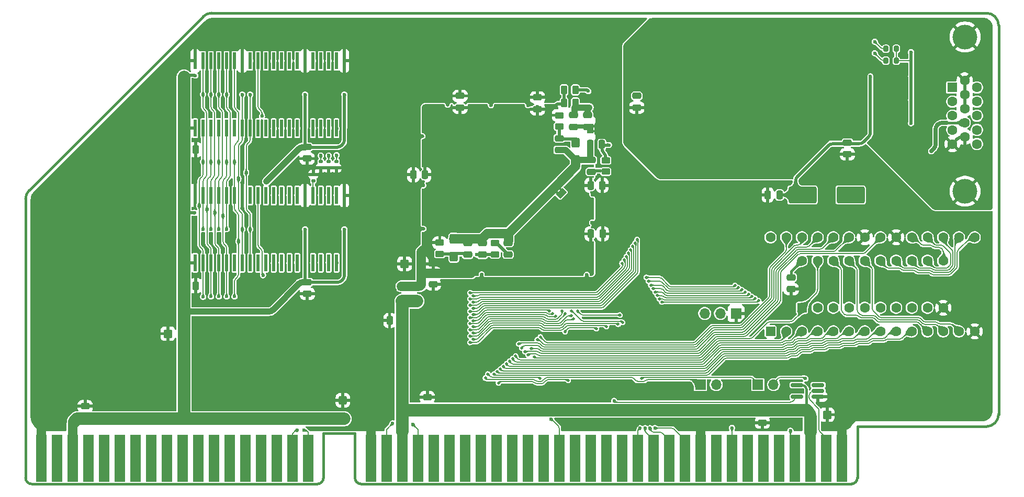
<source format=gbl>
%TF.GenerationSoftware,KiCad,Pcbnew,9.0.3*%
%TF.CreationDate,2025-09-13T21:09:41+03:00*%
%TF.ProjectId,eos,656f732e-6b69-4636-9164-5f7063625858,1.0.2*%
%TF.SameCoordinates,Original*%
%TF.FileFunction,Copper,L2,Bot*%
%TF.FilePolarity,Positive*%
%FSLAX46Y46*%
G04 Gerber Fmt 4.6, Leading zero omitted, Abs format (unit mm)*
G04 Created by KiCad (PCBNEW 9.0.3) date 2025-09-13 21:09:41*
%MOMM*%
%LPD*%
G01*
G04 APERTURE LIST*
G04 Aperture macros list*
%AMRoundRect*
0 Rectangle with rounded corners*
0 $1 Rounding radius*
0 $2 $3 $4 $5 $6 $7 $8 $9 X,Y pos of 4 corners*
0 Add a 4 corners polygon primitive as box body*
4,1,4,$2,$3,$4,$5,$6,$7,$8,$9,$2,$3,0*
0 Add four circle primitives for the rounded corners*
1,1,$1+$1,$2,$3*
1,1,$1+$1,$4,$5*
1,1,$1+$1,$6,$7*
1,1,$1+$1,$8,$9*
0 Add four rect primitives between the rounded corners*
20,1,$1+$1,$2,$3,$4,$5,0*
20,1,$1+$1,$4,$5,$6,$7,0*
20,1,$1+$1,$6,$7,$8,$9,0*
20,1,$1+$1,$8,$9,$2,$3,0*%
%AMRotRect*
0 Rectangle, with rotation*
0 The origin of the aperture is its center*
0 $1 length*
0 $2 width*
0 $3 Rotation angle, in degrees counterclockwise*
0 Add horizontal line*
21,1,$1,$2,0,0,$3*%
G04 Aperture macros list end*
%TA.AperFunction,EtchedComponent*%
%ADD10C,0.000000*%
%TD*%
%TA.AperFunction,ComponentPad*%
%ADD11R,1.700000X1.700000*%
%TD*%
%TA.AperFunction,ComponentPad*%
%ADD12O,1.700000X1.700000*%
%TD*%
%TA.AperFunction,ComponentPad*%
%ADD13RoundRect,0.250000X2.000000X1.100000X-2.000000X1.100000X-2.000000X-1.100000X2.000000X-1.100000X0*%
%TD*%
%TA.AperFunction,ComponentPad*%
%ADD14RoundRect,0.250000X-2.000000X-1.100000X2.000000X-1.100000X2.000000X1.100000X-2.000000X1.100000X0*%
%TD*%
%TA.AperFunction,ConnectorPad*%
%ADD15R,1.780000X7.620000*%
%TD*%
%TA.AperFunction,ComponentPad*%
%ADD16C,4.000000*%
%TD*%
%TA.AperFunction,ComponentPad*%
%ADD17R,1.600000X1.600000*%
%TD*%
%TA.AperFunction,ComponentPad*%
%ADD18C,1.600000*%
%TD*%
%TA.AperFunction,ComponentPad*%
%ADD19RoundRect,0.250000X0.550000X-0.550000X0.550000X0.550000X-0.550000X0.550000X-0.550000X-0.550000X0*%
%TD*%
%TA.AperFunction,SMDPad,CuDef*%
%ADD20RoundRect,0.250000X-0.475000X0.250000X-0.475000X-0.250000X0.475000X-0.250000X0.475000X0.250000X0*%
%TD*%
%TA.AperFunction,SMDPad,CuDef*%
%ADD21RoundRect,0.250000X0.425000X-0.537500X0.425000X0.537500X-0.425000X0.537500X-0.425000X-0.537500X0*%
%TD*%
%TA.AperFunction,SMDPad,CuDef*%
%ADD22RoundRect,0.250000X0.475000X-0.250000X0.475000X0.250000X-0.475000X0.250000X-0.475000X-0.250000X0*%
%TD*%
%TA.AperFunction,SMDPad,CuDef*%
%ADD23RoundRect,0.250000X0.250000X0.475000X-0.250000X0.475000X-0.250000X-0.475000X0.250000X-0.475000X0*%
%TD*%
%TA.AperFunction,SMDPad,CuDef*%
%ADD24RoundRect,0.250000X-0.250000X-0.475000X0.250000X-0.475000X0.250000X0.475000X-0.250000X0.475000X0*%
%TD*%
%TA.AperFunction,SMDPad,CuDef*%
%ADD25RoundRect,0.250000X0.450000X-0.262500X0.450000X0.262500X-0.450000X0.262500X-0.450000X-0.262500X0*%
%TD*%
%TA.AperFunction,SMDPad,CuDef*%
%ADD26RoundRect,0.250000X-0.450000X0.262500X-0.450000X-0.262500X0.450000X-0.262500X0.450000X0.262500X0*%
%TD*%
%TA.AperFunction,SMDPad,CuDef*%
%ADD27RoundRect,0.250000X0.425000X-0.450000X0.425000X0.450000X-0.425000X0.450000X-0.425000X-0.450000X0*%
%TD*%
%TA.AperFunction,SMDPad,CuDef*%
%ADD28RoundRect,0.250000X0.450000X0.425000X-0.450000X0.425000X-0.450000X-0.425000X0.450000X-0.425000X0*%
%TD*%
%TA.AperFunction,SMDPad,CuDef*%
%ADD29RoundRect,0.250000X-0.450000X-0.425000X0.450000X-0.425000X0.450000X0.425000X-0.450000X0.425000X0*%
%TD*%
%TA.AperFunction,SMDPad,CuDef*%
%ADD30RoundRect,0.250000X-0.425000X0.537500X-0.425000X-0.537500X0.425000X-0.537500X0.425000X0.537500X0*%
%TD*%
%TA.AperFunction,SMDPad,CuDef*%
%ADD31R,1.000000X1.500000*%
%TD*%
%TA.AperFunction,SMDPad,CuDef*%
%ADD32R,0.508000X2.778000*%
%TD*%
%TA.AperFunction,SMDPad,CuDef*%
%ADD33RoundRect,0.135000X-0.185000X0.135000X-0.185000X-0.135000X0.185000X-0.135000X0.185000X0.135000X0*%
%TD*%
%TA.AperFunction,SMDPad,CuDef*%
%ADD34RoundRect,0.135000X0.185000X-0.135000X0.185000X0.135000X-0.185000X0.135000X-0.185000X-0.135000X0*%
%TD*%
%TA.AperFunction,SMDPad,CuDef*%
%ADD35RoundRect,0.250000X-0.262500X-0.450000X0.262500X-0.450000X0.262500X0.450000X-0.262500X0.450000X0*%
%TD*%
%TA.AperFunction,SMDPad,CuDef*%
%ADD36RotRect,1.000000X1.500000X135.000000*%
%TD*%
%TA.AperFunction,SMDPad,CuDef*%
%ADD37RoundRect,0.250000X0.457500X0.445000X-0.457500X0.445000X-0.457500X-0.445000X0.457500X-0.445000X0*%
%TD*%
%TA.AperFunction,SMDPad,CuDef*%
%ADD38RoundRect,0.162500X0.837500X0.162500X-0.837500X0.162500X-0.837500X-0.162500X0.837500X-0.162500X0*%
%TD*%
%TA.AperFunction,SMDPad,CuDef*%
%ADD39RoundRect,0.200000X-0.200000X-0.275000X0.200000X-0.275000X0.200000X0.275000X-0.200000X0.275000X0*%
%TD*%
%TA.AperFunction,ViaPad*%
%ADD40C,0.600000*%
%TD*%
%TA.AperFunction,ViaPad*%
%ADD41C,0.500000*%
%TD*%
%TA.AperFunction,ViaPad*%
%ADD42C,0.700000*%
%TD*%
%TA.AperFunction,Conductor*%
%ADD43C,0.200000*%
%TD*%
%TA.AperFunction,Conductor*%
%ADD44C,0.508000*%
%TD*%
%TA.AperFunction,Conductor*%
%ADD45C,2.032000*%
%TD*%
%TA.AperFunction,Conductor*%
%ADD46C,0.381000*%
%TD*%
%TA.AperFunction,Conductor*%
%ADD47C,1.524000*%
%TD*%
%TA.AperFunction,Conductor*%
%ADD48C,1.016000*%
%TD*%
%TA.AperFunction,Conductor*%
%ADD49C,0.635000*%
%TD*%
%TA.AperFunction,Conductor*%
%ADD50C,0.250000*%
%TD*%
%TA.AperFunction,Profile*%
%ADD51C,0.381000*%
%TD*%
G04 APERTURE END LIST*
D10*
%TA.AperFunction,EtchedComponent*%
%TO.C,JP8*%
G36*
X165975000Y-56550000D02*
G01*
X165475000Y-56550000D01*
X165475000Y-56150000D01*
X165975000Y-56150000D01*
X165975000Y-56550000D01*
G37*
%TD.AperFunction*%
%TA.AperFunction,EtchedComponent*%
G36*
X165975000Y-57350000D02*
G01*
X165475000Y-57350000D01*
X165475000Y-56950000D01*
X165975000Y-56950000D01*
X165975000Y-57350000D01*
G37*
%TD.AperFunction*%
%TA.AperFunction,EtchedComponent*%
%TO.C,JP9*%
G36*
X159950736Y-67033579D02*
G01*
X159667894Y-67316422D01*
X159314340Y-66962868D01*
X159597183Y-66680026D01*
X159950736Y-67033579D01*
G37*
%TD.AperFunction*%
%TA.AperFunction,EtchedComponent*%
G36*
X160516422Y-66467894D02*
G01*
X160233579Y-66750736D01*
X159880026Y-66397183D01*
X160162868Y-66114340D01*
X160516422Y-66467894D01*
G37*
%TD.AperFunction*%
%TD*%
D11*
%TO.P,JP2,1,1*%
%TO.N,/0WS*%
X182900000Y-98200000D03*
D12*
%TO.P,JP2,2,2*%
%TO.N,Net-(J1-UNUSED)*%
X185440000Y-98200000D03*
%TD*%
D13*
%TO.P,D2,1,K*%
%TO.N,Net-(D2-K)*%
X207210000Y-67475000D03*
D14*
%TO.P,D2,2,A*%
%TO.N,VCC*%
X199410000Y-67475000D03*
%TD*%
D15*
%TO.P,J1,1,GND*%
%TO.N,GND*%
X205765900Y-110177580D03*
%TO.P,J1,2,RESET*%
%TO.N,/RESET*%
X203225900Y-110177580D03*
%TO.P,J1,3,+5V*%
%TO.N,VCC*%
X200685900Y-110177580D03*
%TO.P,J1,4,IRQ2*%
%TO.N,Net-(J1-IRQ2)*%
X198145900Y-110177580D03*
%TO.P,J1,5,-5V*%
%TO.N,unconnected-(J1--5V-Pad5)*%
X195605900Y-110177580D03*
%TO.P,J1,6,DRQ2*%
%TO.N,unconnected-(J1-DRQ2-Pad6)*%
X193065900Y-110177580D03*
%TO.P,J1,7,-12V*%
%TO.N,unconnected-(J1--12V-Pad7)*%
X190525900Y-110177580D03*
%TO.P,J1,8,UNUSED*%
%TO.N,Net-(J1-UNUSED)*%
X187985900Y-110177580D03*
%TO.P,J1,9,+12V*%
%TO.N,unconnected-(J1-+12V-Pad9)*%
X185445900Y-110177580D03*
%TO.P,J1,10,GND*%
%TO.N,GND*%
X182905900Y-110177580D03*
%TO.P,J1,11,~{SMEMW}*%
%TO.N,/~{MEMW}*%
X180365900Y-110177580D03*
%TO.P,J1,12,~{SMEMR}*%
%TO.N,/~{MEMR}*%
X177825900Y-110177580D03*
%TO.P,J1,13,~{IOW}*%
%TO.N,/~{IOW}*%
X175285900Y-110177580D03*
%TO.P,J1,14,~{IOR}*%
%TO.N,/~{IOR}*%
X172745900Y-110177580D03*
%TO.P,J1,15,~{DACK3}*%
%TO.N,unconnected-(J1-~{DACK3}-Pad15)*%
X170205900Y-110177580D03*
%TO.P,J1,16,DRQ3*%
%TO.N,unconnected-(J1-DRQ3-Pad16)*%
X167665900Y-110177580D03*
%TO.P,J1,17,~{DACK1}*%
%TO.N,unconnected-(J1-~{DACK1}-Pad17)*%
X165125900Y-110177580D03*
%TO.P,J1,18,DRQ1*%
%TO.N,unconnected-(J1-DRQ1-Pad18)*%
X162585900Y-110177580D03*
%TO.P,J1,19,~{REFRESH}*%
%TO.N,/~{REFRESH}*%
X160045900Y-110177580D03*
%TO.P,J1,20,CLK*%
%TO.N,unconnected-(J1-CLK-Pad20)*%
X157505900Y-110177580D03*
%TO.P,J1,21,IRQ7*%
%TO.N,unconnected-(J1-IRQ7-Pad21)*%
X154965900Y-110177580D03*
%TO.P,J1,22,IRQ6*%
%TO.N,unconnected-(J1-IRQ6-Pad22)*%
X152425900Y-110177580D03*
%TO.P,J1,23,IRQ5*%
%TO.N,unconnected-(J1-IRQ5-Pad23)*%
X149885900Y-110177580D03*
%TO.P,J1,24,IRQ4*%
%TO.N,unconnected-(J1-IRQ4-Pad24)*%
X147345900Y-110177580D03*
%TO.P,J1,25,IRQ3*%
%TO.N,unconnected-(J1-IRQ3-Pad25)*%
X144805900Y-110177580D03*
%TO.P,J1,26,~{DACK2}*%
%TO.N,unconnected-(J1-~{DACK2}-Pad26)*%
X142265900Y-110177580D03*
%TO.P,J1,27,TC*%
%TO.N,unconnected-(J1-TC-Pad27)*%
X139725900Y-110177580D03*
%TO.P,J1,28,ALE*%
%TO.N,/BALE*%
X137185900Y-110177580D03*
%TO.P,J1,29,VCC*%
%TO.N,VCC*%
X134645900Y-110177580D03*
%TO.P,J1,30,OSC*%
%TO.N,/BOSC*%
X132105900Y-110177580D03*
%TO.P,J1,31,GND*%
%TO.N,GND*%
X129565900Y-110177580D03*
%TO.P,J1,63,~{MEMCS16}*%
%TO.N,/~{MCS16}*%
X119405900Y-110177580D03*
%TO.P,J1,64,~{IOCS16}*%
%TO.N,/~{IOCS16}*%
X116865900Y-110177580D03*
%TO.P,J1,65,IRQ10*%
%TO.N,unconnected-(J1-IRQ10-Pad65)*%
X114325900Y-110177580D03*
%TO.P,J1,66,IRQ11*%
%TO.N,unconnected-(J1-IRQ11-Pad66)*%
X111785900Y-110177580D03*
%TO.P,J1,67,IRQ12*%
%TO.N,unconnected-(J1-IRQ12-Pad67)*%
X109245900Y-110177580D03*
%TO.P,J1,68,IRQ15*%
%TO.N,unconnected-(J1-IRQ15-Pad68)*%
X106705900Y-110177580D03*
%TO.P,J1,69,IRQ14*%
%TO.N,unconnected-(J1-IRQ14-Pad69)*%
X104165900Y-110177580D03*
%TO.P,J1,70,~{DACK0}*%
%TO.N,unconnected-(J1-~{DACK0}-Pad70)*%
X101625900Y-110177580D03*
%TO.P,J1,71,DRQ0*%
%TO.N,unconnected-(J1-DRQ0-Pad71)*%
X99085900Y-110177580D03*
%TO.P,J1,72,~{DACK5}*%
%TO.N,unconnected-(J1-~{DACK5}-Pad72)*%
X96545900Y-110177580D03*
%TO.P,J1,73,DRQ5*%
%TO.N,unconnected-(J1-DRQ5-Pad73)*%
X94005900Y-110177580D03*
%TO.P,J1,74,~{DACK6}*%
%TO.N,unconnected-(J1-~{DACK6}-Pad74)*%
X91465900Y-110177580D03*
%TO.P,J1,75,DRQ6*%
%TO.N,unconnected-(J1-DRQ6-Pad75)*%
X88925900Y-110177580D03*
%TO.P,J1,76,~{DACK7}*%
%TO.N,unconnected-(J1-~{DACK7}-Pad76)*%
X86385900Y-110177580D03*
%TO.P,J1,77,DRQ7*%
%TO.N,unconnected-(J1-DRQ7-Pad77)*%
X83845900Y-110177580D03*
%TO.P,J1,78,+5V*%
%TO.N,VCC*%
X81305900Y-110177580D03*
%TO.P,J1,79,MASTER*%
%TO.N,unconnected-(J1-MASTER-Pad79)*%
X78765900Y-110177580D03*
%TO.P,J1,80,GND*%
%TO.N,GND*%
X76225900Y-110177580D03*
%TD*%
D11*
%TO.P,JP4,1,A*%
%TO.N,GND*%
X188665000Y-86675000D03*
D12*
%TO.P,JP4,2,C*%
%TO.N,Net-(JP4-C)*%
X186125000Y-86675000D03*
%TO.P,JP4,3,B*%
%TO.N,Net-(JP4-B)*%
X183585000Y-86675000D03*
%TD*%
D16*
%TO.P,J2,0*%
%TO.N,DACVSS*%
X225725000Y-66875000D03*
X225725000Y-41875000D03*
D17*
%TO.P,J2,1*%
%TO.N,Net-(C22-Pad1)*%
X223675000Y-50060000D03*
D18*
%TO.P,J2,2*%
%TO.N,Net-(C23-Pad1)*%
X223675000Y-52350000D03*
%TO.P,J2,3*%
%TO.N,Net-(C24-Pad1)*%
X223675000Y-54640000D03*
%TO.P,J2,4*%
%TO.N,unconnected-(J2-Pad4)*%
X223675000Y-56930000D03*
%TO.P,J2,5*%
%TO.N,DACVSS*%
X223675000Y-59220000D03*
%TO.P,J2,6*%
X225655000Y-48915000D03*
%TO.P,J2,7*%
X225655000Y-51205000D03*
%TO.P,J2,8*%
X225655000Y-53495000D03*
%TO.P,J2,9*%
%TO.N,Net-(C25-Pad1)*%
X225655000Y-55785000D03*
%TO.P,J2,10*%
%TO.N,DACVSS*%
X225655000Y-58075000D03*
%TO.P,J2,11*%
%TO.N,unconnected-(J2-Pad11)*%
X227635000Y-50060000D03*
%TO.P,J2,12*%
%TO.N,Net-(D3-K-Pad3)*%
X227635000Y-52350000D03*
%TO.P,J2,13*%
%TO.N,Net-(C14-Pad1)*%
X227635000Y-54640000D03*
%TO.P,J2,14*%
%TO.N,Net-(C15-Pad1)*%
X227635000Y-56930000D03*
%TO.P,J2,15*%
%TO.N,Net-(D6-K-Pad3)*%
X227635000Y-59220000D03*
%TD*%
D19*
%TO.P,U6,1,G1*%
%TO.N,/~{EROM}*%
X199320000Y-85755000D03*
D18*
%TO.P,U6,2,A0*%
%TO.N,/SD0*%
X201860000Y-85755000D03*
%TO.P,U6,3,A1*%
%TO.N,/SD1*%
X204400000Y-85755000D03*
%TO.P,U6,4,A2*%
%TO.N,/SD2*%
X206940000Y-85755000D03*
%TO.P,U6,5,A3*%
%TO.N,/SD3*%
X209480000Y-85755000D03*
%TO.P,U6,6,A4*%
%TO.N,/SD4*%
X212020000Y-85755000D03*
%TO.P,U6,7,A5*%
%TO.N,/SD5*%
X214560000Y-85755000D03*
%TO.P,U6,8,A6*%
%TO.N,/SD6*%
X217100000Y-85755000D03*
%TO.P,U6,9,A7*%
%TO.N,/SD7*%
X219640000Y-85755000D03*
%TO.P,U6,10,GND*%
%TO.N,GND*%
X222180000Y-85755000D03*
%TO.P,U6,11,Y7*%
%TO.N,Net-(U5-D7)*%
X222180000Y-78135000D03*
%TO.P,U6,12,Y6*%
%TO.N,Net-(U5-D6)*%
X219640000Y-78135000D03*
%TO.P,U6,13,Y5*%
%TO.N,Net-(U5-D5)*%
X217100000Y-78135000D03*
%TO.P,U6,14,Y4*%
%TO.N,Net-(U5-D4)*%
X214560000Y-78135000D03*
%TO.P,U6,15,Y3*%
%TO.N,Net-(U5-D3)*%
X212020000Y-78135000D03*
%TO.P,U6,16,Y2*%
%TO.N,Net-(U5-D2)*%
X209480000Y-78135000D03*
%TO.P,U6,17,Y1*%
%TO.N,Net-(U5-D1)*%
X206940000Y-78135000D03*
%TO.P,U6,18,Y0*%
%TO.N,Net-(U5-D0)*%
X204400000Y-78135000D03*
%TO.P,U6,19,G2*%
%TO.N,/~{EROM}*%
X201860000Y-78135000D03*
%TO.P,U6,20,VCC*%
%TO.N,VCC*%
X199320000Y-78135000D03*
%TD*%
D11*
%TO.P,JP5,1,1*%
%TO.N,/IRQ2*%
X192200000Y-98200000D03*
D12*
%TO.P,JP5,2,2*%
%TO.N,Net-(J1-IRQ2)*%
X194740000Y-98200000D03*
%TD*%
D19*
%TO.P,U5,1,A15*%
%TO.N,Net-(JP4-C)*%
X194250000Y-89575000D03*
D18*
%TO.P,U5,2,A12*%
%TO.N,/SA12*%
X196790000Y-89575000D03*
%TO.P,U5,3,A7*%
%TO.N,/SA7*%
X199330000Y-89575000D03*
%TO.P,U5,4,A6*%
%TO.N,/SA6*%
X201870000Y-89575000D03*
%TO.P,U5,5,A5*%
%TO.N,/SA5*%
X204410000Y-89575000D03*
%TO.P,U5,6,A4*%
%TO.N,/SA4*%
X206950000Y-89575000D03*
%TO.P,U5,7,A3*%
%TO.N,/SA3*%
X209490000Y-89575000D03*
%TO.P,U5,8,A2*%
%TO.N,/SA2*%
X212030000Y-89575000D03*
%TO.P,U5,9,A1*%
%TO.N,/SA1*%
X214570000Y-89575000D03*
%TO.P,U5,10,A0*%
%TO.N,/SA0*%
X217110000Y-89575000D03*
%TO.P,U5,11,D0*%
%TO.N,Net-(U5-D0)*%
X219650000Y-89575000D03*
%TO.P,U5,12,D1*%
%TO.N,Net-(U5-D1)*%
X222190000Y-89575000D03*
%TO.P,U5,13,D2*%
%TO.N,Net-(U5-D2)*%
X224730000Y-89575000D03*
%TO.P,U5,14,GND*%
%TO.N,GND*%
X227270000Y-89575000D03*
%TO.P,U5,15,D3*%
%TO.N,Net-(U5-D3)*%
X227270000Y-74335000D03*
%TO.P,U5,16,D4*%
%TO.N,Net-(U5-D4)*%
X224730000Y-74335000D03*
%TO.P,U5,17,D5*%
%TO.N,Net-(U5-D5)*%
X222190000Y-74335000D03*
%TO.P,U5,18,D6*%
%TO.N,Net-(U5-D6)*%
X219650000Y-74335000D03*
%TO.P,U5,19,D7*%
%TO.N,Net-(U5-D7)*%
X217110000Y-74335000D03*
%TO.P,U5,20,~{CE}*%
%TO.N,GND*%
X214570000Y-74335000D03*
%TO.P,U5,21,A10*%
%TO.N,/SA10*%
X212030000Y-74335000D03*
%TO.P,U5,22,~{OE}*%
%TO.N,GND*%
X209490000Y-74335000D03*
%TO.P,U5,23,A11*%
%TO.N,/SA11*%
X206950000Y-74335000D03*
%TO.P,U5,24,A9*%
%TO.N,/SA9*%
X204410000Y-74335000D03*
%TO.P,U5,25,A8*%
%TO.N,/SA8*%
X201870000Y-74335000D03*
%TO.P,U5,26,A13*%
%TO.N,/SA13*%
X199330000Y-74335000D03*
%TO.P,U5,27,A14*%
%TO.N,/SA14*%
X196790000Y-74335000D03*
%TO.P,U5,28,VCC*%
%TO.N,VCC*%
X194250000Y-74335000D03*
%TD*%
D20*
%TO.P,C36,1*%
%TO.N,DACVDD*%
X164625000Y-54525000D03*
%TO.P,C36,2*%
%TO.N,DACVSS*%
X164625000Y-56425000D03*
%TD*%
%TO.P,C38,1*%
%TO.N,DACVDD*%
X162322500Y-54525000D03*
%TO.P,C38,2*%
%TO.N,DACVSS*%
X162322500Y-56425000D03*
%TD*%
D21*
%TO.P,C45,1*%
%TO.N,MFILVDD*%
X143000000Y-77462500D03*
%TO.P,C45,2*%
%TO.N,GNDREF*%
X143000000Y-74587500D03*
%TD*%
D22*
%TO.P,C43,1*%
%TO.N,MFILVDD*%
X145225000Y-77150000D03*
%TO.P,C43,2*%
%TO.N,GNDREF*%
X145225000Y-75250000D03*
%TD*%
%TO.P,C42,1*%
%TO.N,MFILTER*%
X147600000Y-77150000D03*
%TO.P,C42,2*%
%TO.N,GNDREF*%
X147600000Y-75250000D03*
%TD*%
D20*
%TO.P,C39,1*%
%TO.N,VFILVDD*%
X160050000Y-58300000D03*
%TO.P,C39,2*%
%TO.N,GNDREF*%
X160050000Y-60200000D03*
%TD*%
D23*
%TO.P,C32,1*%
%TO.N,VFILTER*%
X166950000Y-59300000D03*
%TO.P,C32,2*%
%TO.N,GNDREF*%
X165050000Y-59300000D03*
%TD*%
D20*
%TO.P,C31,1*%
%TO.N,DACVDD*%
X172600000Y-51425000D03*
%TO.P,C31,2*%
%TO.N,DACVSS*%
X172600000Y-53325000D03*
%TD*%
D24*
%TO.P,C55,1*%
%TO.N,VCC*%
X99325000Y-82175000D03*
%TO.P,C55,2*%
%TO.N,GND*%
X101225000Y-82175000D03*
%TD*%
%TO.P,C54,1*%
%TO.N,VCC*%
X99350000Y-60125000D03*
%TO.P,C54,2*%
%TO.N,GND*%
X101250000Y-60125000D03*
%TD*%
D22*
%TO.P,C57,1*%
%TO.N,VCC*%
X83350000Y-103600000D03*
%TO.P,C57,2*%
%TO.N,GND*%
X83350000Y-101700000D03*
%TD*%
D23*
%TO.P,C29,1*%
%TO.N,VCC*%
X195700000Y-67475000D03*
%TO.P,C29,2*%
%TO.N,GND*%
X193800000Y-67475000D03*
%TD*%
%TO.P,C50,1*%
%TO.N,VCC*%
X134500000Y-87800000D03*
%TO.P,C50,2*%
%TO.N,GND*%
X132600000Y-87800000D03*
%TD*%
D20*
%TO.P,C30,1*%
%TO.N,VCC*%
X192925000Y-102450000D03*
%TO.P,C30,2*%
%TO.N,GND*%
X192925000Y-104350000D03*
%TD*%
D25*
%TO.P,R35,1*%
%TO.N,MFILTER*%
X149675000Y-77087500D03*
%TO.P,R35,2*%
%TO.N,Net-(C41-Pad1)*%
X149675000Y-75262500D03*
%TD*%
%TO.P,R34,1*%
%TO.N,VFILVDD*%
X160050000Y-56387500D03*
%TO.P,R34,2*%
%TO.N,VDD*%
X160050000Y-54562500D03*
%TD*%
D26*
%TO.P,R31,1*%
%TO.N,VFILTER*%
X167575000Y-61875000D03*
%TO.P,R31,2*%
%TO.N,Net-(C35-Pad1)*%
X167575000Y-63700000D03*
%TD*%
D25*
%TO.P,R37,1*%
%TO.N,VCC*%
X137025000Y-84287500D03*
%TO.P,R37,2*%
%TO.N,VDD*%
X137025000Y-82462500D03*
%TD*%
%TO.P,R38,1*%
%TO.N,VCC*%
X134625000Y-84287500D03*
%TO.P,R38,2*%
%TO.N,VDD*%
X134625000Y-82462500D03*
%TD*%
D20*
%TO.P,C46,1*%
%TO.N,VDD*%
X139675000Y-80075000D03*
%TO.P,C46,2*%
%TO.N,GND*%
X139675000Y-81975000D03*
%TD*%
D22*
%TO.P,C44,1*%
%TO.N,VDD*%
X144000000Y-53325000D03*
%TO.P,C44,2*%
%TO.N,GND*%
X144000000Y-51425000D03*
%TD*%
%TO.P,C40,1*%
%TO.N,VDD*%
X156525000Y-53575000D03*
%TO.P,C40,2*%
%TO.N,GND*%
X156525000Y-51675000D03*
%TD*%
D20*
%TO.P,C53,1*%
%TO.N,VCC*%
X119300000Y-81600000D03*
%TO.P,C53,2*%
%TO.N,GND*%
X119300000Y-83500000D03*
%TD*%
%TO.P,C52,1*%
%TO.N,VCC*%
X119259594Y-59686183D03*
%TO.P,C52,2*%
%TO.N,GND*%
X119259594Y-61586183D03*
%TD*%
D25*
%TO.P,R36,1*%
%TO.N,MFILVDD*%
X140725000Y-77037500D03*
%TO.P,R36,2*%
%TO.N,VDD*%
X140725000Y-75212500D03*
%TD*%
D22*
%TO.P,C41,1*%
%TO.N,Net-(C41-Pad1)*%
X151775000Y-77125000D03*
%TO.P,C41,2*%
%TO.N,GNDREF*%
X151775000Y-75225000D03*
%TD*%
%TO.P,C35,1*%
%TO.N,Net-(C35-Pad1)*%
X165250000Y-63725000D03*
%TO.P,C35,2*%
%TO.N,GNDREF*%
X165250000Y-61825000D03*
%TD*%
D27*
%TO.P,C51,1*%
%TO.N,VCC*%
X125044200Y-103436400D03*
%TO.P,C51,2*%
%TO.N,GND*%
X125044200Y-100736400D03*
%TD*%
D28*
%TO.P,C56,1*%
%TO.N,VCC*%
X99425000Y-89950000D03*
%TO.P,C56,2*%
%TO.N,GND*%
X96725000Y-89950000D03*
%TD*%
D29*
%TO.P,C27,1*%
%TO.N,VCC*%
X200700000Y-103075000D03*
%TO.P,C27,2*%
%TO.N,GND*%
X203400000Y-103075000D03*
%TD*%
D20*
%TO.P,C28,1*%
%TO.N,VCC*%
X197590000Y-80835000D03*
%TO.P,C28,2*%
%TO.N,GND*%
X197590000Y-82735000D03*
%TD*%
D30*
%TO.P,C37,1*%
%TO.N,VFILVDD*%
X162700000Y-58962500D03*
%TO.P,C37,2*%
%TO.N,GNDREF*%
X162700000Y-61837500D03*
%TD*%
D23*
%TO.P,C48,1*%
%TO.N,VDD*%
X138350000Y-64200000D03*
%TO.P,C48,2*%
%TO.N,GND*%
X136450000Y-64200000D03*
%TD*%
D31*
%TO.P,JP8,1,A*%
%TO.N,DACVSS*%
X165075000Y-56750000D03*
%TO.P,JP8,2,B*%
%TO.N,GND*%
X166375000Y-56750000D03*
%TD*%
D32*
%TO.P,U9,1,VCC*%
%TO.N,VCC*%
X125285000Y-78455000D03*
%TO.P,U9,2,D0*%
%TO.N,/MD39*%
X124015000Y-78455000D03*
%TO.P,U9,3,D1*%
%TO.N,/MD38*%
X122745000Y-78455000D03*
%TO.P,U9,4,D2*%
%TO.N,/MD37*%
X121475000Y-78455000D03*
%TO.P,U9,5,D3*%
%TO.N,/MD36*%
X120205000Y-78455000D03*
%TO.P,U9,6,VCC*%
%TO.N,VCC*%
X118935000Y-78455000D03*
%TO.P,U9,7,D4*%
%TO.N,/MD35*%
X117665000Y-78455000D03*
%TO.P,U9,8,D5*%
%TO.N,/MD34*%
X116395000Y-78455000D03*
%TO.P,U9,9,D6*%
%TO.N,/MD33*%
X115125000Y-78455000D03*
%TO.P,U9,10,D7*%
%TO.N,/MD32*%
X113855000Y-78455000D03*
%TO.P,U9,11,NC*%
%TO.N,unconnected-(U9-NC-Pad11)*%
X112585000Y-78455000D03*
%TO.P,U9,12,NC*%
%TO.N,unconnected-(U9-NC-Pad12)*%
X111315000Y-78455000D03*
%TO.P,U9,13,/WE*%
%TO.N,/~{WE}*%
X110045000Y-78455000D03*
%TO.P,U9,14,/RAS*%
%TO.N,/~{RASM1}*%
X108775000Y-78455000D03*
%TO.P,U9,15,NC*%
%TO.N,unconnected-(U9-NC-Pad15)*%
X107505000Y-78455000D03*
%TO.P,U9,16,A0*%
%TO.N,/RMA6*%
X106235000Y-78455000D03*
%TO.P,U9,17,A1*%
%TO.N,/RMA4*%
X104965000Y-78455000D03*
%TO.P,U9,18,A2*%
%TO.N,/RMA2*%
X103695000Y-78455000D03*
%TO.P,U9,19,A3*%
%TO.N,/RMA0*%
X102425000Y-78455000D03*
%TO.P,U9,20,VCC*%
%TO.N,VCC*%
X101155000Y-78455000D03*
%TO.P,U9,21,GND*%
%TO.N,GND*%
X101155000Y-67549000D03*
%TO.P,U9,22,A4*%
%TO.N,/RMA1*%
X102425000Y-67549000D03*
%TO.P,U9,23,A5*%
%TO.N,/RMA3*%
X103695000Y-67549000D03*
%TO.P,U9,24,A6*%
%TO.N,/RMA5*%
X104965000Y-67549000D03*
%TO.P,U9,25,A7*%
%TO.N,/RMA7*%
X106235000Y-67549000D03*
%TO.P,U9,26,A8*%
%TO.N,/RMA8*%
X107505000Y-67549000D03*
%TO.P,U9,27,/OE*%
%TO.N,GND*%
X108775000Y-67549000D03*
%TO.P,U9,28,/UCAS*%
%TO.N,/~{CAS6}*%
X110045000Y-67549000D03*
%TO.P,U9,29,/LCAS*%
%TO.N,/~{CAS4}*%
X111315000Y-67549000D03*
%TO.P,U9,30,NC*%
%TO.N,unconnected-(U9-NC-Pad30)*%
X112585000Y-67549000D03*
%TO.P,U9,31,D8*%
%TO.N,/MD55*%
X113855000Y-67549000D03*
%TO.P,U9,32,D9*%
%TO.N,/MD54*%
X115125000Y-67549000D03*
%TO.P,U9,33,D10*%
%TO.N,/MD53*%
X116395000Y-67549000D03*
%TO.P,U9,34,D11*%
%TO.N,/MD52*%
X117665000Y-67549000D03*
%TO.P,U9,35,GND*%
%TO.N,GND*%
X118935000Y-67549000D03*
%TO.P,U9,36,D12*%
%TO.N,/MD51*%
X120205000Y-67549000D03*
%TO.P,U9,37,D13*%
%TO.N,/MD50*%
X121475000Y-67549000D03*
%TO.P,U9,38,D14*%
%TO.N,/MD49*%
X122745000Y-67549000D03*
%TO.P,U9,39,D15*%
%TO.N,/MD48*%
X124015000Y-67549000D03*
%TO.P,U9,40,GND*%
%TO.N,GND*%
X125285000Y-67549000D03*
%TD*%
%TO.P,U8,1,VCC*%
%TO.N,VCC*%
X125275000Y-56655000D03*
%TO.P,U8,2,D0*%
%TO.N,/MD8*%
X124005000Y-56655000D03*
%TO.P,U8,3,D1*%
%TO.N,/MD9*%
X122735000Y-56655000D03*
%TO.P,U8,4,D2*%
%TO.N,/MD10*%
X121465000Y-56655000D03*
%TO.P,U8,5,D3*%
%TO.N,/MD11*%
X120195000Y-56655000D03*
%TO.P,U8,6,VCC*%
%TO.N,VCC*%
X118925000Y-56655000D03*
%TO.P,U8,7,D4*%
%TO.N,/MD12*%
X117655000Y-56655000D03*
%TO.P,U8,8,D5*%
%TO.N,/MD13*%
X116385000Y-56655000D03*
%TO.P,U8,9,D6*%
%TO.N,/MD14*%
X115115000Y-56655000D03*
%TO.P,U8,10,D7*%
%TO.N,/MD15*%
X113845000Y-56655000D03*
%TO.P,U8,11,NC*%
%TO.N,unconnected-(U8-NC-Pad11)*%
X112575000Y-56655000D03*
%TO.P,U8,12,NC*%
%TO.N,unconnected-(U8-NC-Pad12)*%
X111305000Y-56655000D03*
%TO.P,U8,13,/WE*%
%TO.N,/~{WE}*%
X110035000Y-56655000D03*
%TO.P,U8,14,/RAS*%
%TO.N,/~{RASM1}*%
X108765000Y-56655000D03*
%TO.P,U8,15,NC*%
%TO.N,unconnected-(U8-NC-Pad15)*%
X107495000Y-56655000D03*
%TO.P,U8,16,A0*%
%TO.N,/RMA6*%
X106225000Y-56655000D03*
%TO.P,U8,17,A1*%
%TO.N,/RMA4*%
X104955000Y-56655000D03*
%TO.P,U8,18,A2*%
%TO.N,/RMA2*%
X103685000Y-56655000D03*
%TO.P,U8,19,A3*%
%TO.N,/RMA0*%
X102415000Y-56655000D03*
%TO.P,U8,20,VCC*%
%TO.N,VCC*%
X101145000Y-56655000D03*
%TO.P,U8,21,GND*%
%TO.N,GND*%
X101145000Y-45749000D03*
%TO.P,U8,22,A4*%
%TO.N,/RMA1*%
X102415000Y-45749000D03*
%TO.P,U8,23,A5*%
%TO.N,/RMA3*%
X103685000Y-45749000D03*
%TO.P,U8,24,A6*%
%TO.N,/RMA5*%
X104955000Y-45749000D03*
%TO.P,U8,25,A7*%
%TO.N,/RMA7*%
X106225000Y-45749000D03*
%TO.P,U8,26,A8*%
%TO.N,/RMA8*%
X107495000Y-45749000D03*
%TO.P,U8,27,/OE*%
%TO.N,GND*%
X108765000Y-45749000D03*
%TO.P,U8,28,/UCAS*%
%TO.N,/~{CAS3}*%
X110035000Y-45749000D03*
%TO.P,U8,29,/LCAS*%
%TO.N,/~{CAS1}*%
X111305000Y-45749000D03*
%TO.P,U8,30,NC*%
%TO.N,unconnected-(U8-NC-Pad30)*%
X112575000Y-45749000D03*
%TO.P,U8,31,D8*%
%TO.N,/MD31*%
X113845000Y-45749000D03*
%TO.P,U8,32,D9*%
%TO.N,/MD30*%
X115115000Y-45749000D03*
%TO.P,U8,33,D10*%
%TO.N,/MD29*%
X116385000Y-45749000D03*
%TO.P,U8,34,D11*%
%TO.N,/MD28*%
X117655000Y-45749000D03*
%TO.P,U8,35,GND*%
%TO.N,GND*%
X118925000Y-45749000D03*
%TO.P,U8,36,D12*%
%TO.N,/MD27*%
X120195000Y-45749000D03*
%TO.P,U8,37,D13*%
%TO.N,/MD26*%
X121465000Y-45749000D03*
%TO.P,U8,38,D14*%
%TO.N,/MD25*%
X122735000Y-45749000D03*
%TO.P,U8,39,D15*%
%TO.N,/MD24*%
X124005000Y-45749000D03*
%TO.P,U8,40,GND*%
%TO.N,GND*%
X125275000Y-45749000D03*
%TD*%
D24*
%TO.P,C33,1*%
%TO.N,VDD*%
X165125000Y-65925000D03*
%TO.P,C33,2*%
%TO.N,GND*%
X167025000Y-65925000D03*
%TD*%
%TO.P,C34,1*%
%TO.N,VDD*%
X165175000Y-73775000D03*
%TO.P,C34,2*%
%TO.N,GND*%
X167075000Y-73775000D03*
%TD*%
D33*
%TO.P,R40,1*%
%TO.N,/MD57*%
X122750000Y-62065000D03*
%TO.P,R40,2*%
%TO.N,GND*%
X122750000Y-63085000D03*
%TD*%
D22*
%TO.P,C47,1*%
%TO.N,VCC*%
X138700000Y-102150000D03*
%TO.P,C47,2*%
%TO.N,GND*%
X138700000Y-100250000D03*
%TD*%
D34*
%TO.P,R42,1*%
%TO.N,/MD51*%
X120250000Y-65160000D03*
%TO.P,R42,2*%
%TO.N,GND*%
X120250000Y-64140000D03*
%TD*%
D33*
%TO.P,R39,1*%
%TO.N,/MD56*%
X124025000Y-62080000D03*
%TO.P,R39,2*%
%TO.N,GND*%
X124025000Y-63100000D03*
%TD*%
D20*
%TO.P,C26,1*%
%TO.N,VCC*%
X206675000Y-59000000D03*
%TO.P,C26,2*%
%TO.N,GND*%
X206675000Y-60900000D03*
%TD*%
D35*
%TO.P,R33,1*%
%TO.N,VDD*%
X160837500Y-52550000D03*
%TO.P,R33,2*%
%TO.N,DACVDD*%
X162662500Y-52550000D03*
%TD*%
D36*
%TO.P,JP9,1,A*%
%TO.N,GND*%
X160375000Y-67175000D03*
%TO.P,JP9,2,B*%
%TO.N,GNDREF*%
X159455762Y-66255762D03*
%TD*%
D37*
%TO.P,C49,1*%
%TO.N,VDD*%
X137725000Y-78625000D03*
%TO.P,C49,2*%
%TO.N,GND*%
X135020000Y-78625000D03*
%TD*%
D33*
%TO.P,R41,1*%
%TO.N,/MD58*%
X121475000Y-62065000D03*
%TO.P,R41,2*%
%TO.N,GND*%
X121475000Y-63085000D03*
%TD*%
D38*
%TO.P,U7,1*%
%TO.N,N/C*%
X201935000Y-98275000D03*
%TO.P,U7,2*%
%TO.N,/RESET*%
X201935000Y-99225000D03*
%TO.P,U7,3,GND*%
%TO.N,GND*%
X201935000Y-100175000D03*
%TO.P,U7,4*%
%TO.N,Net-(R14-Pad1)*%
X198515000Y-100175000D03*
%TO.P,U7,5,VCC*%
%TO.N,VCC*%
X198515000Y-98275000D03*
%TD*%
D39*
%TO.P,R29,1*%
%TO.N,Net-(JP6-Pad2)*%
X212925000Y-43800000D03*
%TO.P,R29,2*%
%TO.N,VCC*%
X214575000Y-43800000D03*
%TD*%
D35*
%TO.P,R32,1*%
%TO.N,VDD*%
X160837500Y-50450000D03*
%TO.P,R32,2*%
%TO.N,Net-(U3-~{TWR})*%
X162662500Y-50450000D03*
%TD*%
D39*
%TO.P,R30,1*%
%TO.N,Net-(JP7-Pad2)*%
X212925000Y-45725000D03*
%TO.P,R30,2*%
%TO.N,VCC*%
X214575000Y-45725000D03*
%TD*%
D40*
%TO.N,/MD24*%
X124025000Y-45775000D03*
%TO.N,/MD25*%
X122750000Y-45725000D03*
%TO.N,/MD26*%
X121500000Y-45775000D03*
%TO.N,/MD27*%
X120200000Y-45725000D03*
%TO.N,/MD28*%
X117650000Y-45725000D03*
%TO.N,/MD29*%
X116425000Y-45750000D03*
%TO.N,/MD30*%
X115100000Y-45725000D03*
%TO.N,/MD31*%
X113825000Y-45750000D03*
D41*
%TO.N,/SD0*%
X176640680Y-84815919D03*
X192325000Y-84585000D03*
%TO.N,/SD1*%
X191777277Y-84235000D03*
X176256999Y-84291237D03*
%TO.N,/SD2*%
X191229554Y-83885000D03*
X175906000Y-83744154D03*
%TO.N,/SD3*%
X190681831Y-83535000D03*
X175555000Y-83182140D03*
%TO.N,/SD4*%
X190134108Y-83185000D03*
X175204000Y-82631792D03*
%TO.N,/SD5*%
X174853000Y-82078331D03*
X189586385Y-82835000D03*
%TO.N,/SD6*%
X174502000Y-81436802D03*
X189038662Y-82485000D03*
%TO.N,/SD7*%
X188485076Y-82144345D03*
X174151000Y-80825000D03*
%TO.N,/SD8*%
X146100000Y-86831000D03*
X172662000Y-74700000D03*
%TO.N,/SD9*%
X172311000Y-75247083D03*
X145600000Y-86331000D03*
%TO.N,/SD10*%
X171959000Y-75793523D03*
X146100000Y-85829000D03*
%TO.N,/SD11*%
X145600000Y-85329000D03*
X171608000Y-76340607D03*
%TO.N,/SD12*%
X171258000Y-76888331D03*
X146100000Y-84827173D03*
%TO.N,/SD13*%
X170907000Y-77435414D03*
X145600000Y-84327000D03*
%TO.N,/SD14*%
X170556000Y-77982496D03*
X146100000Y-83825000D03*
%TO.N,/SD15*%
X145600000Y-83326000D03*
X170205000Y-78529578D03*
%TO.N,/LA23*%
X162360157Y-87560157D03*
X145600000Y-90350000D03*
%TO.N,/IOCHRDY*%
X169875000Y-86925000D03*
X163000000Y-86282000D03*
%TO.N,/LA22*%
X146100000Y-89838850D03*
X162000000Y-87019060D03*
%TO.N,/AEN*%
X162000000Y-86282000D03*
X170325000Y-88125000D03*
D40*
%TO.N,/BALE*%
X136350000Y-104650000D03*
D41*
X161500000Y-97525000D03*
X150226781Y-97924219D03*
%TO.N,/LA21*%
X145600000Y-89334473D03*
X161000000Y-86697330D03*
%TO.N,/LA20*%
X160500000Y-86282000D03*
X146100000Y-88837850D03*
%TO.N,/LA19*%
X145600000Y-88333473D03*
X159500000Y-87119555D03*
%TO.N,/LA18*%
X159000000Y-86697330D03*
X146100000Y-87836850D03*
%TO.N,/LA17*%
X158500000Y-86282000D03*
X145600000Y-87332473D03*
%TO.N,/SA14*%
X157000000Y-90475761D03*
%TO.N,/SA13*%
X156500000Y-90891091D03*
%TO.N,/SA12*%
X156000000Y-93717000D03*
%TO.N,/SA11*%
X155500000Y-92325000D03*
%TO.N,/SA10*%
X154500000Y-92850000D03*
%TO.N,/SA9*%
X154000000Y-92250000D03*
%TO.N,/SA8*%
X153500000Y-91600000D03*
%TO.N,/SA7*%
X153000000Y-93569338D03*
%TO.N,/SA6*%
X152500000Y-93984668D03*
%TO.N,/SA5*%
X152000000Y-94400000D03*
%TO.N,/SA4*%
X151500000Y-94829008D03*
%TO.N,/SA3*%
X151000000Y-95244338D03*
%TO.N,/SA2*%
X150500000Y-95659668D03*
%TO.N,/SA1*%
X150000000Y-96075000D03*
%TO.N,/SA0*%
X149500000Y-96490330D03*
D40*
%TO.N,VCC*%
X210400000Y-48262500D03*
X137250000Y-102225000D03*
X112675000Y-65275000D03*
X121525000Y-103775000D03*
D42*
X178675000Y-102311941D03*
D40*
X216995100Y-48250000D03*
X210400000Y-52049100D03*
X118940000Y-51195000D03*
X123925000Y-103775000D03*
X118940000Y-73022000D03*
X125290000Y-73022000D03*
X216975000Y-44325000D03*
X101175000Y-48125000D03*
D42*
X179875000Y-102311941D03*
D40*
X210400000Y-55850000D03*
X216975000Y-52050000D03*
X125290000Y-51195000D03*
X141862033Y-101722245D03*
X99330696Y-66825000D03*
X101075000Y-70375000D03*
D42*
X181050000Y-102311941D03*
D40*
X216975000Y-55850000D03*
X136037500Y-102225000D03*
D42*
X182250000Y-102311941D03*
D40*
X134825000Y-102225000D03*
X122725000Y-103775000D03*
D42*
X177375000Y-102311941D03*
D40*
%TO.N,MFILVDD*%
X145000000Y-76925000D03*
%TO.N,DACVSS*%
X221275000Y-43125000D03*
X204685000Y-52200000D03*
X183900000Y-63025000D03*
X182275000Y-62975000D03*
X213725000Y-53975000D03*
X164625000Y-56350000D03*
X197110000Y-56325000D03*
X193710000Y-51250000D03*
X208412200Y-55936400D03*
X219100000Y-61725000D03*
X213800000Y-46650000D03*
X213700000Y-57575000D03*
X193610000Y-64125000D03*
X220625000Y-68425000D03*
X208463000Y-52050200D03*
X208412200Y-57841400D03*
X197109200Y-64039000D03*
X180775000Y-62975000D03*
X208437600Y-46894000D03*
X213700000Y-50150000D03*
X208437600Y-50018200D03*
X204490000Y-56240000D03*
X200810000Y-55200000D03*
X198988800Y-59822600D03*
X214375000Y-41925000D03*
X189700000Y-58000000D03*
X187875000Y-52925000D03*
X195770000Y-52420000D03*
X192150000Y-58500000D03*
X202265400Y-59365400D03*
X200785000Y-47250000D03*
X213365200Y-61295800D03*
X216850000Y-64125000D03*
X219131000Y-55885600D03*
X204660000Y-48275000D03*
X208437600Y-53980600D03*
X219125000Y-48300000D03*
X171150000Y-53150000D03*
X219207200Y-52050200D03*
X170950000Y-57900000D03*
X200810000Y-51225000D03*
X187425000Y-56025000D03*
X215450000Y-59975000D03*
X188600000Y-57000000D03*
X225646600Y-61219600D03*
%TO.N,DACVDD*%
X172600000Y-51600000D03*
X162625000Y-53300000D03*
X163775000Y-53300000D03*
X164925000Y-53300000D03*
%TO.N,VFILVDD*%
X162800000Y-58437500D03*
%TO.N,MFILTER*%
X146725000Y-77125000D03*
%TO.N,VFILTER*%
X168100000Y-59387500D03*
%TO.N,/~{MEMW}*%
X175525000Y-105250000D03*
%TO.N,/~{MEMR}*%
X174733341Y-105266670D03*
%TO.N,/~{CAS3}*%
X110035000Y-45749000D03*
%TO.N,/~{IOR}*%
X173133391Y-105266670D03*
%TO.N,/~{WE}*%
X110050000Y-51195000D03*
X110050000Y-73022000D03*
X109400000Y-63850000D03*
D41*
%TO.N,/~{EROM}*%
X155000000Y-93365000D03*
D40*
%TO.N,/~{IOCS16}*%
X117675000Y-105600000D03*
D41*
X169582106Y-88425000D03*
X146100000Y-90850000D03*
%TO.N,/~{MCS16}*%
X167700000Y-88775000D03*
D40*
X118725000Y-105575000D03*
D41*
X145600000Y-91367107D03*
%TO.N,/~{REFRESH}*%
X156957000Y-97174000D03*
D40*
X158730758Y-103777940D03*
D41*
X148500000Y-96475000D03*
%TO.N,/~{IOW}*%
X161000000Y-89621270D03*
X166050000Y-89126000D03*
D40*
X173941699Y-105266670D03*
D41*
%TO.N,/0WS*%
X148112500Y-97137500D03*
D40*
%TO.N,/RMA1*%
X102415000Y-51175000D03*
X102430000Y-73022000D03*
%TO.N,/RMA6*%
X105650000Y-70850000D03*
X106240000Y-62101000D03*
X106240000Y-83928000D03*
%TO.N,/RMA5*%
X104970000Y-51195000D03*
X104970000Y-73022000D03*
%TO.N,/RMA7*%
X106240000Y-51195000D03*
X106240000Y-73022000D03*
%TO.N,/RMA2*%
X103695000Y-83925000D03*
X103700000Y-62101000D03*
X103050000Y-69775000D03*
%TO.N,/RMA8*%
X107510000Y-62101000D03*
X107510000Y-83928000D03*
X108150000Y-74950000D03*
%TO.N,/RMA4*%
X104970000Y-83928000D03*
X104323943Y-70343956D03*
X104970000Y-62101000D03*
%TO.N,/~{RASM1}*%
X108780000Y-73022000D03*
X108780000Y-51195000D03*
X108137108Y-64852108D03*
%TO.N,/RMA3*%
X103700000Y-51195000D03*
X103700000Y-73022000D03*
%TO.N,/RMA0*%
X102425000Y-83975000D03*
X101791772Y-69180256D03*
X102415000Y-62100000D03*
%TO.N,/~{CAS4}*%
X112125000Y-80475000D03*
%TO.N,/MD38*%
X122750000Y-78450000D03*
%TO.N,/MD15*%
X113862500Y-56687500D03*
%TO.N,/MD14*%
X115125000Y-56650000D03*
%TO.N,/MD13*%
X116375000Y-56675000D03*
%TO.N,/MD12*%
X117655000Y-56655000D03*
%TO.N,/MD11*%
X120200000Y-56650000D03*
%TO.N,/MD10*%
X121475000Y-56600000D03*
%TO.N,/MD9*%
X122750000Y-56625000D03*
%TO.N,/MD8*%
X124050000Y-56700000D03*
%TO.N,/MD34*%
X116400000Y-78475000D03*
%TO.N,/MD39*%
X124050000Y-78475000D03*
%TO.N,/MD32*%
X113850000Y-78475000D03*
%TO.N,/MD35*%
X117650000Y-78425000D03*
%TO.N,/BOSC*%
X133100000Y-104475000D03*
%TO.N,Net-(J1-UNUSED)*%
X188000000Y-105200000D03*
%TO.N,GND*%
X168825000Y-104175000D03*
X111050000Y-65250000D03*
X95865000Y-68575000D03*
X136350000Y-80250000D03*
X173425000Y-72095800D03*
X167575000Y-52875000D03*
X125290000Y-83928000D03*
X211800000Y-103325000D03*
X108775000Y-67549000D03*
X101200000Y-53900000D03*
X129337500Y-59562500D03*
X226400000Y-103325000D03*
X125230000Y-39970000D03*
X91630000Y-99925000D03*
X217000000Y-82175000D03*
X186800000Y-104725000D03*
X204575000Y-97435400D03*
X108839600Y-81200000D03*
X160375000Y-67175000D03*
X91630000Y-87612500D03*
X96460000Y-99925000D03*
X185050000Y-87800000D03*
X138725000Y-100100000D03*
X187743800Y-95425000D03*
X160125000Y-90475000D03*
X105943800Y-87500000D03*
X228000000Y-95700000D03*
X101150000Y-64725000D03*
X112264600Y-75575000D03*
X164229200Y-97975000D03*
X108780000Y-83928000D03*
X130164600Y-83925000D03*
X222750000Y-103325000D03*
X162739600Y-100450000D03*
X155000000Y-52950000D03*
X162204200Y-90450000D03*
X77140000Y-99925000D03*
X167675000Y-86200000D03*
X118075000Y-95150000D03*
X81375000Y-68575000D03*
X121325000Y-91850000D03*
X145189600Y-93400000D03*
X118925000Y-45749000D03*
X113375000Y-59075000D03*
X204575000Y-98695800D03*
X217329200Y-93100000D03*
X109039600Y-48375000D03*
X101200000Y-76225000D03*
X167475000Y-80525000D03*
X118936455Y-63183183D03*
X136360625Y-88939583D03*
X165043800Y-104175000D03*
X174560000Y-84370000D03*
X128350000Y-60550000D03*
X148079200Y-99175000D03*
X131425000Y-83925000D03*
X175864600Y-90250000D03*
X184387500Y-104725000D03*
X110740000Y-39970000D03*
X126410000Y-97340000D03*
X149339600Y-99175000D03*
X101290000Y-99925000D03*
X131064600Y-96775000D03*
X158864600Y-90475000D03*
X189754200Y-79575000D03*
X76545000Y-68575000D03*
X147500000Y-80350000D03*
X115570000Y-39970000D03*
X161275000Y-48000000D03*
X174979200Y-99749600D03*
D41*
X176500000Y-104200000D03*
D40*
X137729200Y-96775000D03*
X171050000Y-84370000D03*
X140250000Y-96775000D03*
X218589600Y-93100000D03*
X219100000Y-103325000D03*
X173718800Y-99749600D03*
X101250000Y-60125000D03*
X155540000Y-49450000D03*
X220650000Y-82175000D03*
X184387500Y-100050000D03*
X185593750Y-100050000D03*
X173425000Y-73356200D03*
X172220000Y-84370000D03*
X145350000Y-97320000D03*
X190264600Y-95425000D03*
X189004200Y-95425000D03*
X166304200Y-104175000D03*
X126964600Y-74000000D03*
X164501862Y-80420374D03*
X166750000Y-97975000D03*
X101145000Y-45749000D03*
X86800000Y-99925000D03*
X219850000Y-93100000D03*
X173425000Y-70835400D03*
X132325000Y-96775000D03*
X169650000Y-59300000D03*
X108464600Y-87500000D03*
X113539600Y-53875000D03*
X101155000Y-67549000D03*
X113525000Y-75575000D03*
X128225000Y-74000000D03*
X114935000Y-65278000D03*
X191525000Y-95425000D03*
X176239600Y-99749600D03*
X146047500Y-96120000D03*
X183181250Y-100050000D03*
X114250000Y-87525000D03*
X96325000Y-78030000D03*
X146450000Y-93400000D03*
X192275000Y-79575000D03*
X183139600Y-88500000D03*
X110100000Y-81200000D03*
X130371507Y-88940393D03*
X108780000Y-62101000D03*
X165575000Y-81650000D03*
X168291667Y-90415000D03*
X125290000Y-62101000D03*
X142000000Y-52850000D03*
X123340000Y-100370000D03*
X101290000Y-87612500D03*
X192131250Y-100025000D03*
X191014600Y-79575000D03*
X114800000Y-53875000D03*
X120400000Y-39970000D03*
X164000000Y-100450000D03*
D41*
X169458397Y-99604050D03*
D40*
X133840400Y-80220000D03*
X128904200Y-83925000D03*
X101160000Y-83928000D03*
X194543750Y-100025000D03*
X199702917Y-80479322D03*
X129804200Y-96775000D03*
X101160000Y-62101000D03*
X173425000Y-69575000D03*
X118943982Y-85013979D03*
X149000000Y-52925000D03*
X143154400Y-48514000D03*
X138075000Y-72950000D03*
X169150000Y-48520000D03*
X170250000Y-86050000D03*
X170625000Y-90415000D03*
X134457672Y-52799820D03*
X163464600Y-90450000D03*
X96325000Y-58985000D03*
X110625000Y-99925000D03*
X203352917Y-80479322D03*
X77140000Y-87612500D03*
X117840000Y-89190000D03*
X138550000Y-84100000D03*
X160218800Y-100450000D03*
X209650000Y-80525000D03*
X177125000Y-90250000D03*
X179879600Y-80640000D03*
X183181250Y-104725000D03*
X204575000Y-96175000D03*
X174604200Y-90250000D03*
X192525000Y-90375000D03*
X110300000Y-48375000D03*
X96325000Y-49325000D03*
X128775000Y-48900000D03*
X177500000Y-99749600D03*
X101225000Y-82175000D03*
X96460000Y-87612500D03*
X181975000Y-104725000D03*
X185593750Y-104725000D03*
X138050000Y-65925000D03*
X228000000Y-98220800D03*
X195625000Y-88700000D03*
X127787500Y-49887500D03*
X113360000Y-99910000D03*
X137550626Y-88939583D03*
X128543800Y-96775000D03*
X204575000Y-99956200D03*
X105800000Y-99900000D03*
X169180000Y-52880000D03*
X213350000Y-82175000D03*
X165425000Y-67425000D03*
X181975000Y-100050000D03*
X96325000Y-73200000D03*
X136468800Y-96775000D03*
X228000000Y-99481200D03*
X137900000Y-57950000D03*
X81970000Y-99925000D03*
X173390000Y-84370000D03*
X96325000Y-54155000D03*
X110239600Y-65250000D03*
X130325000Y-58575000D03*
X133197272Y-52799820D03*
X216068800Y-93100000D03*
X107204200Y-87500000D03*
X127643800Y-83925000D03*
X207002917Y-80479322D03*
X186800000Y-100050000D03*
X96325000Y-82860000D03*
X215450000Y-103325000D03*
X109725000Y-87500000D03*
X138989600Y-96775000D03*
X130060000Y-39970000D03*
X146818800Y-99175000D03*
X86800000Y-87612500D03*
X132580000Y-80220000D03*
X131936872Y-52799820D03*
X193337500Y-100025000D03*
X181140000Y-80640000D03*
X178619200Y-80640000D03*
X112114600Y-59075000D03*
X165361531Y-71950000D03*
X165489600Y-97975000D03*
X167564600Y-104175000D03*
X195750000Y-100025000D03*
X228000000Y-96960400D03*
X199670000Y-87260000D03*
X108765000Y-45749000D03*
X155525000Y-47975000D03*
X81970000Y-87612500D03*
X168750000Y-63250000D03*
X131631907Y-88940393D03*
X123400000Y-89200000D03*
X125275000Y-45749000D03*
X196900000Y-86325000D03*
X161479200Y-100450000D03*
X86205000Y-68575000D03*
X91035000Y-68575000D03*
X113030000Y-48387000D03*
X126800000Y-50875000D03*
%TO.N,/MD37*%
X121475000Y-78400000D03*
%TO.N,/MD36*%
X120225000Y-78425000D03*
%TO.N,/MD33*%
X115125000Y-78450000D03*
%TO.N,/MD49*%
X122745000Y-67526000D03*
%TO.N,/MD52*%
X117665000Y-67526000D03*
%TO.N,/MD55*%
X113855000Y-67526000D03*
%TO.N,Net-(J1-IRQ2)*%
X197459600Y-105664000D03*
X199900000Y-97224000D03*
D41*
%TO.N,/IRQ2*%
X173400000Y-97175000D03*
D40*
%TO.N,Net-(C25-Pad1)*%
X220275000Y-60375000D03*
%TO.N,Net-(JP6-Pad2)*%
X211100000Y-42625000D03*
%TO.N,Net-(JP7-Pad2)*%
X211100000Y-44500000D03*
%TO.N,/MD56*%
X124019478Y-60995687D03*
%TO.N,/MD51*%
X120199572Y-67526000D03*
%TO.N,/MD48*%
X124015000Y-67526000D03*
%TO.N,/MD57*%
X122751901Y-61077091D03*
%TO.N,/MD53*%
X116395000Y-67526000D03*
%TO.N,/MD54*%
X115125000Y-67526000D03*
%TO.N,/MD58*%
X121472695Y-61077091D03*
%TO.N,/MD50*%
X121475000Y-67526000D03*
%TO.N,Net-(R14-Pad1)*%
X168925000Y-100845941D03*
%TO.N,Net-(U3-~{TWR})*%
X164750000Y-50650000D03*
%TO.N,/~{CAS1}*%
X111950000Y-54725000D03*
%TO.N,/~{CAS6}*%
X110046412Y-67899887D03*
%TO.N,VDD*%
X165350000Y-73775000D03*
X156525000Y-53150000D03*
X144000000Y-53150000D03*
X138175000Y-64425000D03*
X139675000Y-80250000D03*
X165133223Y-65308501D03*
%TO.N,GNDREF*%
X159387500Y-66162500D03*
X147600000Y-75250000D03*
X165007103Y-59410077D03*
%TD*%
D43*
%TO.N,/SD0*%
X191877893Y-84825000D02*
X176649761Y-84825000D01*
X192325000Y-84585000D02*
X192231446Y-84678554D01*
X176649761Y-84825000D02*
X176640680Y-84815919D01*
X191877893Y-84825000D02*
G75*
G03*
X192231449Y-84678557I7J500000D01*
G01*
%TO.N,/SD1*%
X176934058Y-84400776D02*
X176921424Y-84388142D01*
X191777277Y-84235000D02*
X191684723Y-84327554D01*
X191331170Y-84474000D02*
X177110835Y-84474000D01*
X176356920Y-84391158D02*
X176256999Y-84291237D01*
X176744648Y-84314919D02*
X176433159Y-84314919D01*
X176433159Y-84314919D02*
X176356920Y-84391158D01*
X191684723Y-84327554D02*
G75*
G02*
X191331170Y-84473979I-353523J353554D01*
G01*
X176934058Y-84400776D02*
G75*
G03*
X177110835Y-84473975I176742J176776D01*
G01*
X176921424Y-84388142D02*
G75*
G03*
X176744648Y-84314880I-176824J-176758D01*
G01*
%TO.N,/SD2*%
X191229554Y-83885000D02*
X191229554Y-83945446D01*
X176049478Y-83790237D02*
X176000780Y-83838934D01*
X190844893Y-84123000D02*
X177359777Y-84123000D01*
X177006223Y-83976553D02*
X176966353Y-83936683D01*
X176612800Y-83790237D02*
X176049478Y-83790237D01*
X176000780Y-83838934D02*
X175906000Y-83744154D01*
X191229554Y-83945446D02*
X191198446Y-83976554D01*
X191198446Y-83976554D02*
G75*
G02*
X190844893Y-84122995I-353546J353554D01*
G01*
X176966353Y-83936683D02*
G75*
G03*
X176612800Y-83790226I-353553J-353517D01*
G01*
X177359777Y-84123000D02*
G75*
G02*
X177006235Y-83976541I23J500000D01*
G01*
%TO.N,/SD3*%
X190681831Y-83535000D02*
X190681831Y-83668169D01*
X177150553Y-83625553D02*
X176853586Y-83328586D01*
X176500033Y-83182140D02*
X175555000Y-83182140D01*
X190578000Y-83772000D02*
X177504107Y-83772000D01*
X190681831Y-83668169D02*
X190578000Y-83772000D01*
X177150553Y-83625553D02*
G75*
G03*
X177504107Y-83771995I353547J353553D01*
G01*
X176853586Y-83328586D02*
G75*
G03*
X176500033Y-83182105I-353586J-353514D01*
G01*
%TO.N,/SD4*%
X189691001Y-83421000D02*
X177653107Y-83421000D01*
X177299553Y-83274553D02*
X176803238Y-82778238D01*
X190134108Y-83185000D02*
X190044554Y-83274554D01*
X176449685Y-82631792D02*
X175204000Y-82631792D01*
X177653107Y-83421000D02*
G75*
G02*
X177299550Y-83274556I-7J500000D01*
G01*
X189691001Y-83421000D02*
G75*
G03*
X190044553Y-83274553I-1J500000D01*
G01*
X176803238Y-82778238D02*
G75*
G03*
X176449685Y-82631805I-353538J-353562D01*
G01*
%TO.N,/SD5*%
X176446224Y-82078331D02*
X174853000Y-82078331D01*
X189586385Y-82835000D02*
X189586385Y-82838615D01*
X189147893Y-83070000D02*
X177852107Y-83070000D01*
X189586385Y-82838615D02*
X189501446Y-82923554D01*
X177498553Y-82923553D02*
X176799777Y-82224777D01*
X177852107Y-83070000D02*
G75*
G02*
X177498550Y-82923556I-7J500000D01*
G01*
X189147893Y-83070000D02*
G75*
G03*
X189501449Y-82923557I7J500000D01*
G01*
X176446224Y-82078331D02*
G75*
G02*
X176799758Y-82224796I-24J-499969D01*
G01*
%TO.N,/SD6*%
X188597555Y-82719000D02*
X178001107Y-82719000D01*
X176304695Y-81436802D02*
X174502000Y-81436802D01*
X189038662Y-82485000D02*
X188951108Y-82572554D01*
X177647553Y-82572553D02*
X176658248Y-81583248D01*
X176304695Y-81436802D02*
G75*
G02*
X176658250Y-81583246I5J-499998D01*
G01*
X178001107Y-82719000D02*
G75*
G02*
X177647550Y-82572556I-7J500000D01*
G01*
X188597555Y-82719000D02*
G75*
G03*
X188951130Y-82572576I45J500000D01*
G01*
%TO.N,/SD7*%
X178150107Y-82368000D02*
X188054314Y-82368000D01*
X174151000Y-80825000D02*
X176192893Y-80825000D01*
X188407868Y-82221553D02*
X188485076Y-82144345D01*
X176546447Y-80971447D02*
X177796554Y-82221554D01*
X178150107Y-82368000D02*
G75*
G02*
X177796551Y-82221557I-7J500000D01*
G01*
X176192893Y-80825000D02*
G75*
G02*
X176546450Y-80971444I7J-500000D01*
G01*
X188054314Y-82368000D02*
G75*
G03*
X188407861Y-82221546I-14J500000D01*
G01*
%TO.N,/SD8*%
X147778776Y-85928447D02*
X147021671Y-86685553D01*
X172662000Y-74700000D02*
X172665554Y-74703554D01*
X146118498Y-86832000D02*
X146117498Y-86831000D01*
X172812000Y-75057107D02*
X172812000Y-79830893D01*
X172665553Y-80184447D02*
X167214446Y-85635554D01*
X158708521Y-85782000D02*
X158707521Y-85781000D01*
X166860893Y-85782000D02*
X158708521Y-85782000D01*
X146668117Y-86832000D02*
X146118498Y-86832000D01*
X158291479Y-85782000D02*
X148132330Y-85782000D01*
X158292479Y-85781000D02*
X158291479Y-85782000D01*
X158707521Y-85781000D02*
X158292479Y-85781000D01*
X172812000Y-79830893D02*
G75*
G02*
X172665556Y-80184450I-500000J-7D01*
G01*
X167214446Y-85635554D02*
G75*
G02*
X166860893Y-85781995I-353546J353554D01*
G01*
X147021671Y-86685553D02*
G75*
G02*
X146668117Y-86832012I-353571J353553D01*
G01*
X172665554Y-74703554D02*
G75*
G02*
X172811995Y-75057107I-353554J-353546D01*
G01*
X147778776Y-85928447D02*
G75*
G02*
X148132330Y-85782021I353524J-353553D01*
G01*
%TO.N,/SD9*%
X147633386Y-85577447D02*
X147026282Y-86184553D01*
X172461000Y-75604190D02*
X172461000Y-79685227D01*
X172314553Y-80038781D02*
X167068776Y-85284556D01*
X166715221Y-85431002D02*
X166631553Y-85431002D01*
X166631553Y-85431002D02*
X166631551Y-85431000D01*
X166631551Y-85431000D02*
X147986940Y-85431000D01*
X172311000Y-75247083D02*
X172314554Y-75250637D01*
X146672728Y-86331000D02*
X145675000Y-86331000D01*
X147026282Y-86184553D02*
G75*
G02*
X146672728Y-86331020I-353582J353553D01*
G01*
X172461000Y-75604190D02*
G75*
G03*
X172314549Y-75250642I-500000J-10D01*
G01*
X167068776Y-85284556D02*
G75*
G02*
X166715221Y-85431018I-353576J353556D01*
G01*
X172461000Y-79685227D02*
G75*
G02*
X172314539Y-80038767I-500000J27D01*
G01*
X147633386Y-85577447D02*
G75*
G02*
X147986940Y-85431028I353514J-353553D01*
G01*
%TO.N,/SD10*%
X146088911Y-85830000D02*
X146087911Y-85829000D01*
X171963553Y-79893392D02*
X166923390Y-84933554D01*
X171959000Y-75793523D02*
X171963554Y-75798077D01*
X172110000Y-76151630D02*
X172110000Y-79539838D01*
X146677339Y-85830000D02*
X146088911Y-85830000D01*
X147487996Y-85226447D02*
X147030893Y-85683552D01*
X166486164Y-85080000D02*
X147841550Y-85080000D01*
X166569834Y-85080001D02*
X166486164Y-85080000D01*
X166923390Y-84933554D02*
G75*
G02*
X166569834Y-85080026I-353590J353554D01*
G01*
X171963554Y-75798077D02*
G75*
G02*
X172109979Y-76151630I-353554J-353523D01*
G01*
X147487996Y-85226447D02*
G75*
G02*
X147841550Y-85080035I353504J-353553D01*
G01*
X146677339Y-85830000D02*
G75*
G03*
X147030874Y-85683533I-39J500000D01*
G01*
X171963553Y-79893392D02*
G75*
G03*
X172110027Y-79539838I-353553J353592D01*
G01*
%TO.N,/SD11*%
X171608000Y-76340607D02*
X171612554Y-76345161D01*
X146681948Y-85329000D02*
X145650000Y-85329000D01*
X147342606Y-84875448D02*
X147035503Y-85182553D01*
X166424447Y-84729001D02*
X147696161Y-84729000D01*
X171759000Y-76698714D02*
X171759000Y-79394449D01*
X171612553Y-79748003D02*
X166778000Y-84582555D01*
X171759000Y-79394449D02*
G75*
G02*
X171612578Y-79748028I-500000J-51D01*
G01*
X171612554Y-76345161D02*
G75*
G02*
X171758990Y-76698714I-353554J-353539D01*
G01*
X147342606Y-84875448D02*
G75*
G02*
X147696161Y-84728972I353594J-353552D01*
G01*
X166424447Y-84729001D02*
G75*
G03*
X166777977Y-84582532I-47J500001D01*
G01*
X146681948Y-85329000D02*
G75*
G03*
X147035478Y-85182528I-48J500000D01*
G01*
%TO.N,/SD12*%
X171261553Y-79602614D02*
X166632611Y-84231555D01*
X146686558Y-84828000D02*
X146063952Y-84828000D01*
X171258000Y-76888331D02*
X171261554Y-76891885D01*
X147197216Y-84524448D02*
X147040113Y-84681552D01*
X166279058Y-84378001D02*
X147550771Y-84378000D01*
X146063952Y-84828000D02*
X146063125Y-84827173D01*
X171408000Y-77245438D02*
X171408000Y-79249060D01*
X146686558Y-84828000D02*
G75*
G03*
X147040134Y-84681573I42J500000D01*
G01*
X171261554Y-76891885D02*
G75*
G02*
X171407973Y-77245438I-353554J-353515D01*
G01*
X166632611Y-84231555D02*
G75*
G02*
X166279058Y-84377971I-353511J353555D01*
G01*
X147197216Y-84524448D02*
G75*
G02*
X147550771Y-84377979I353584J-353552D01*
G01*
X171261553Y-79602614D02*
G75*
G03*
X171407972Y-79249060I-353553J353514D01*
G01*
%TO.N,/SD13*%
X170907000Y-77435414D02*
X170910554Y-77438968D01*
X166133669Y-84027001D02*
X147405381Y-84027000D01*
X145854777Y-84327000D02*
X145648000Y-84327000D01*
X170910553Y-79457225D02*
X166487222Y-83880555D01*
X146271473Y-84327000D02*
X146270646Y-84326173D01*
X146691167Y-84327000D02*
X146271473Y-84327000D01*
X171057000Y-77792521D02*
X171057000Y-79103671D01*
X146270646Y-84326173D02*
X145855604Y-84326173D01*
X145855604Y-84326173D02*
X145854777Y-84327000D01*
X147051826Y-84173448D02*
X147044722Y-84180552D01*
X166133669Y-84027001D02*
G75*
G03*
X166487238Y-83880571I31J500001D01*
G01*
X147405381Y-84027000D02*
G75*
G03*
X147051836Y-84173458I19J-500000D01*
G01*
X170910554Y-77438968D02*
G75*
G02*
X171056985Y-77792521I-353554J-353532D01*
G01*
X146691167Y-84327000D02*
G75*
G03*
X147044738Y-84180568I33J500000D01*
G01*
X170910553Y-79457225D02*
G75*
G03*
X171056980Y-79103671I-353553J353525D01*
G01*
%TO.N,/SD14*%
X146796447Y-83825000D02*
X146075000Y-83825000D01*
X165988281Y-83676000D02*
X147152553Y-83676000D01*
X170706000Y-78339603D02*
X170706000Y-78958282D01*
X146975776Y-83749224D02*
X146973223Y-83751777D01*
X170559553Y-79311836D02*
X166341834Y-83529554D01*
X170556000Y-77982496D02*
X170559554Y-77986050D01*
X146975776Y-83749224D02*
G75*
G02*
X147152553Y-83675967I176824J-176776D01*
G01*
X146973223Y-83751777D02*
G75*
G02*
X146796447Y-83825033I-176823J176777D01*
G01*
X166341834Y-83529554D02*
G75*
G02*
X165988281Y-83675987I-353534J353554D01*
G01*
X170559554Y-77986050D02*
G75*
G02*
X170705998Y-78339603I-353554J-353550D01*
G01*
X170706000Y-78958282D02*
G75*
G02*
X170559562Y-79311845I-500000J-18D01*
G01*
%TO.N,/SD15*%
X170355000Y-78812893D02*
X170355000Y-78679578D01*
X145621000Y-83325000D02*
X145866479Y-83325000D01*
X146283521Y-83325000D02*
X165842893Y-83325000D01*
X145867479Y-83324000D02*
X146282521Y-83324000D01*
X170355000Y-78679578D02*
X170205000Y-78529578D01*
X166196447Y-83178553D02*
X170208554Y-79166446D01*
X146282521Y-83324000D02*
X146283521Y-83325000D01*
X145866479Y-83325000D02*
X145867479Y-83324000D01*
X145620000Y-83326000D02*
X145621000Y-83325000D01*
X165842893Y-83325000D02*
G75*
G03*
X166196450Y-83178556I7J500000D01*
G01*
X170208554Y-79166446D02*
G75*
G03*
X170354995Y-78812893I-353554J353546D01*
G01*
%TO.N,/RESET*%
X201935000Y-99225000D02*
X201182107Y-99225000D01*
X200646447Y-100696447D02*
X201928554Y-101978554D01*
X200828553Y-99371447D02*
X200646446Y-99553554D01*
X202221447Y-105846447D02*
X203079454Y-106704454D01*
X203225900Y-107058007D02*
X203225900Y-110177580D01*
X202075000Y-102332107D02*
X202075000Y-105492893D01*
X200500000Y-99907107D02*
X200500000Y-100342893D01*
X200646446Y-99553554D02*
G75*
G03*
X200500005Y-99907107I353554J-353546D01*
G01*
X202221447Y-105846447D02*
G75*
G02*
X202075005Y-105492893I353553J353547D01*
G01*
X203079454Y-106704454D02*
G75*
G02*
X203225895Y-107058007I-353554J-353546D01*
G01*
X201182107Y-99225000D02*
G75*
G03*
X200828550Y-99371444I-7J-500000D01*
G01*
X201928554Y-101978554D02*
G75*
G02*
X202074995Y-102332107I-353554J-353546D01*
G01*
X200646447Y-100696447D02*
G75*
G02*
X200500005Y-100342893I353553J353547D01*
G01*
%TO.N,/LA23*%
X156996341Y-88239000D02*
X149164496Y-88239000D01*
X160040726Y-88673555D02*
X157845110Y-88673555D01*
X146639282Y-90350000D02*
X145709398Y-90350000D01*
X161099941Y-87821447D02*
X160394279Y-88527109D01*
X162245314Y-87675000D02*
X161453495Y-87675000D01*
X148810942Y-88385447D02*
X146992835Y-90203554D01*
X162360157Y-87560157D02*
X162245314Y-87675000D01*
X157491556Y-88527108D02*
X157349894Y-88385446D01*
X149164496Y-88239000D02*
G75*
G03*
X148810944Y-88385449I4J-500000D01*
G01*
X156996341Y-88239000D02*
G75*
G02*
X157349873Y-88385467I-41J-500000D01*
G01*
X146639282Y-90350000D02*
G75*
G03*
X146992844Y-90203563I18J500000D01*
G01*
X160040726Y-88673555D02*
G75*
G03*
X160394257Y-88527087I-26J499955D01*
G01*
X161099941Y-87821447D02*
G75*
G02*
X161453495Y-87674996I353559J-353553D01*
G01*
X157845110Y-88673555D02*
G75*
G02*
X157491560Y-88527104I-10J499955D01*
G01*
%TO.N,/IOCHRDY*%
X169875000Y-86925000D02*
X163882107Y-86925000D01*
X163032000Y-86282000D02*
X163000000Y-86282000D01*
X163528553Y-86778553D02*
X163032000Y-86282000D01*
X163882107Y-86925000D02*
G75*
G02*
X163528550Y-86778556I-7J500000D01*
G01*
%TO.N,/LA22*%
X146642893Y-89850000D02*
X146134668Y-89850000D01*
X162000000Y-87019060D02*
X161989056Y-87019060D01*
X146134668Y-89850000D02*
X146123518Y-89838850D01*
X148665553Y-88034447D02*
X146996446Y-89703554D01*
X161945616Y-87062500D02*
X161569607Y-87062500D01*
X157141729Y-87888000D02*
X149019107Y-87888000D01*
X161989056Y-87019060D02*
X161945616Y-87062500D01*
X157636944Y-88176108D02*
X157495282Y-88034446D01*
X161216053Y-87208947D02*
X160248891Y-88176109D01*
X159895338Y-88322555D02*
X157990498Y-88322555D01*
X157636944Y-88176108D02*
G75*
G03*
X157990498Y-88322570I353556J353508D01*
G01*
X160248891Y-88176109D02*
G75*
G02*
X159895338Y-88322595I-353591J353509D01*
G01*
X148665553Y-88034447D02*
G75*
G02*
X149019107Y-87888005I353547J-353553D01*
G01*
X146642893Y-89850000D02*
G75*
G03*
X146996449Y-89703557I7J500000D01*
G01*
X157141729Y-87888000D02*
G75*
G02*
X157495267Y-88034461I-29J-500000D01*
G01*
X161569607Y-87062500D02*
G75*
G03*
X161216050Y-87208944I-7J-500000D01*
G01*
%TO.N,/AEN*%
X170325000Y-88125000D02*
X170270446Y-88070446D01*
X162132000Y-86282000D02*
X162000000Y-86282000D01*
X169916893Y-87924000D02*
X163981107Y-87924000D01*
X163627553Y-87777553D02*
X162132000Y-86282000D01*
X170270446Y-88070446D02*
G75*
G03*
X169916893Y-87924005I-353546J-353554D01*
G01*
X163981107Y-87924000D02*
G75*
G02*
X163627550Y-87777556I-7J500000D01*
G01*
%TO.N,/BALE*%
X158277495Y-97376000D02*
X160968893Y-97376000D01*
X161325000Y-97525000D02*
X161500000Y-97525000D01*
X161322447Y-97522447D02*
X161325000Y-97525000D01*
X136350000Y-104650000D02*
X136374500Y-104650000D01*
X156073447Y-97873447D02*
X156104554Y-97904554D01*
X150226781Y-97924219D02*
X150277554Y-97873446D01*
X156458107Y-98051000D02*
X157188282Y-98051000D01*
X136374500Y-104650000D02*
X137185900Y-105461400D01*
X137185900Y-105461400D02*
X137185900Y-110177580D01*
X150631107Y-97727000D02*
X155719893Y-97727000D01*
X157541836Y-97904553D02*
X157923941Y-97522447D01*
X156104554Y-97904554D02*
G75*
G03*
X156458107Y-98050995I353546J353554D01*
G01*
X156073447Y-97873447D02*
G75*
G03*
X155719893Y-97727005I-353547J-353553D01*
G01*
X158277495Y-97376000D02*
G75*
G03*
X157923944Y-97522450I5J-500000D01*
G01*
X160968893Y-97376000D02*
G75*
G02*
X161322450Y-97522444I7J-500000D01*
G01*
X150277554Y-97873446D02*
G75*
G02*
X150631107Y-97727005I353546J-353554D01*
G01*
X157188282Y-98051000D02*
G75*
G03*
X157541845Y-97904562I18J500000D01*
G01*
%TO.N,/LA21*%
X148516553Y-87683447D02*
X147007596Y-89192404D01*
X161000000Y-86824464D02*
X159999355Y-87825109D01*
X161000000Y-86697330D02*
X161000000Y-86824464D01*
X146654043Y-89338850D02*
X145920195Y-89338850D01*
X145920195Y-89338850D02*
X145915818Y-89334473D01*
X157782332Y-87825108D02*
X157640670Y-87683446D01*
X159645802Y-87971555D02*
X158135886Y-87971555D01*
X157287117Y-87537000D02*
X148870107Y-87537000D01*
X145915818Y-89334473D02*
X145699760Y-89334473D01*
X157782332Y-87825108D02*
G75*
G03*
X158135886Y-87971578I353568J353508D01*
G01*
X157640670Y-87683446D02*
G75*
G03*
X157287117Y-87536988I-353570J-353554D01*
G01*
X148516553Y-87683447D02*
G75*
G02*
X148870107Y-87537005I353547J-353553D01*
G01*
X147007596Y-89192404D02*
G75*
G02*
X146654043Y-89338866I-353596J353604D01*
G01*
X159999355Y-87825109D02*
G75*
G02*
X159645802Y-87971570I-353555J353509D01*
G01*
%TO.N,/LA20*%
X159500414Y-87620555D02*
X158281274Y-87620555D01*
X157927720Y-87474108D02*
X157786058Y-87332446D01*
X146658654Y-88837850D02*
X146127716Y-88837850D01*
X160500000Y-86282000D02*
X160500000Y-86620969D01*
X157432505Y-87186000D02*
X148724718Y-87186000D01*
X160353553Y-86974523D02*
X159853967Y-87474109D01*
X148371164Y-87332447D02*
X147012207Y-88691404D01*
X148724718Y-87186000D02*
G75*
G03*
X148371155Y-87332438I-18J-500000D01*
G01*
X160500000Y-86620969D02*
G75*
G02*
X160353568Y-86974538I-500000J-31D01*
G01*
X157786058Y-87332446D02*
G75*
G03*
X157432505Y-87185996I-353558J-353554D01*
G01*
X146658654Y-88837850D02*
G75*
G03*
X147012240Y-88691437I46J500050D01*
G01*
X158281274Y-87620555D02*
G75*
G02*
X157927742Y-87474086I26J499955D01*
G01*
X159500414Y-87620555D02*
G75*
G03*
X159853951Y-87474093I-14J499955D01*
G01*
%TO.N,/LA19*%
X158355437Y-87198330D02*
X159421225Y-87198330D01*
X145724241Y-88362404D02*
X145724412Y-88362404D01*
X145684249Y-88333473D02*
X145695310Y-88333473D01*
X145893580Y-88325000D02*
X145906430Y-88337850D01*
X157931447Y-86981447D02*
X158001884Y-87051884D01*
X145695310Y-88333473D02*
X145724241Y-88362404D01*
X159421225Y-87198330D02*
X159500000Y-87119555D01*
X145724412Y-88362404D02*
X145761816Y-88325000D01*
X148579329Y-86835000D02*
X157577893Y-86835000D01*
X145906430Y-88337850D02*
X146662265Y-88337850D01*
X145761816Y-88325000D02*
X145893580Y-88325000D01*
X147015819Y-88191403D02*
X148225776Y-86981446D01*
X157931447Y-86981447D02*
G75*
G03*
X157577893Y-86835005I-353547J-353553D01*
G01*
X148579329Y-86835000D02*
G75*
G03*
X148225762Y-86981432I-29J-500000D01*
G01*
X158355437Y-87198330D02*
G75*
G02*
X158001859Y-87051909I-37J500030D01*
G01*
X146662265Y-88337850D02*
G75*
G03*
X147015826Y-88191410I35J499950D01*
G01*
%TO.N,/LA18*%
X146263150Y-87836850D02*
X146267527Y-87832473D01*
X146113951Y-87836850D02*
X146263150Y-87836850D01*
X148423107Y-86484000D02*
X157726893Y-86484000D01*
X158914330Y-86783000D02*
X159000000Y-86697330D01*
X158440107Y-86783000D02*
X158914330Y-86783000D01*
X146267527Y-87832473D02*
X146660420Y-87832473D01*
X147013974Y-87686026D02*
X148069554Y-86630446D01*
X158080447Y-86630447D02*
X158086554Y-86636554D01*
X157726893Y-86484000D02*
G75*
G02*
X158080450Y-86630444I7J-500000D01*
G01*
X148423107Y-86484000D02*
G75*
G03*
X148069551Y-86630443I-7J-500000D01*
G01*
X146660420Y-87832473D02*
G75*
G03*
X147013958Y-87686010I-20J499973D01*
G01*
X158440107Y-86783000D02*
G75*
G02*
X158086551Y-86636557I-7J500000D01*
G01*
%TO.N,/LA17*%
X148277719Y-86133000D02*
X158143893Y-86133000D01*
X147017586Y-87186026D02*
X147924166Y-86279446D01*
X145703943Y-87332473D02*
X146664032Y-87332473D01*
X158497447Y-86279447D02*
X158500000Y-86282000D01*
X147017586Y-87186026D02*
G75*
G02*
X146664032Y-87332504I-353586J353526D01*
G01*
X158143893Y-86133000D02*
G75*
G02*
X158497450Y-86279444I7J-500000D01*
G01*
X148277719Y-86133000D02*
G75*
G03*
X147924157Y-86279437I-19J-500000D01*
G01*
%TO.N,/SA14*%
X196643554Y-76699503D02*
X194241445Y-79101613D01*
X189266953Y-88644000D02*
X184906162Y-88644000D01*
X196790000Y-74335000D02*
X196790000Y-76345950D01*
X181726949Y-91409000D02*
X158140346Y-91409000D01*
X184552608Y-88790447D02*
X182080503Y-91262553D01*
X157786792Y-91262553D02*
X157000000Y-90475761D01*
X194094999Y-79455166D02*
X194095000Y-83815953D01*
X193948553Y-84169507D02*
X189620506Y-88497554D01*
X189266953Y-88644000D02*
G75*
G03*
X189620529Y-88497577I47J500000D01*
G01*
X194241445Y-79101613D02*
G75*
G03*
X194094975Y-79455166I353555J-353587D01*
G01*
X184906162Y-88644000D02*
G75*
G03*
X184552627Y-88790466I38J-500000D01*
G01*
X194095000Y-83815953D02*
G75*
G02*
X193948576Y-84169530I-500000J-47D01*
G01*
X181726949Y-91409000D02*
G75*
G03*
X182080528Y-91262578I51J500000D01*
G01*
X158140346Y-91409000D02*
G75*
G02*
X157786769Y-91262576I-46J500000D01*
G01*
X196643554Y-76699503D02*
G75*
G03*
X196790036Y-76345950I-353554J353603D01*
G01*
%TO.N,/SA13*%
X189412341Y-88995000D02*
X185051551Y-88995000D01*
X181872338Y-91760000D02*
X157792107Y-91760000D01*
X194445999Y-79600555D02*
X194446000Y-83961341D01*
X199225000Y-74440000D02*
X199225000Y-75042893D01*
X157438553Y-91613553D02*
X156862537Y-91037537D01*
X198696893Y-75571000D02*
X198475553Y-75571000D01*
X198612000Y-74335000D02*
X199330000Y-74335000D01*
X184697997Y-89141447D02*
X182225892Y-91613553D01*
X199330000Y-74335000D02*
X199225000Y-74440000D01*
X194299553Y-84314895D02*
X189765894Y-88848554D01*
X156508984Y-90891091D02*
X156500000Y-90891091D01*
X198121999Y-75717447D02*
X194592445Y-79247002D01*
X199078553Y-75396447D02*
X199050446Y-75424554D01*
X189412341Y-88995000D02*
G75*
G03*
X189765873Y-88848533I-41J500000D01*
G01*
X181872338Y-91760000D02*
G75*
G03*
X182225873Y-91613534I-38J500000D01*
G01*
X198475553Y-75571000D02*
G75*
G03*
X198122023Y-75717471I47J-500000D01*
G01*
X157792107Y-91760000D02*
G75*
G02*
X157438550Y-91613556I-7J500000D01*
G01*
X185051551Y-88995000D02*
G75*
G03*
X184697972Y-89141422I-51J-500000D01*
G01*
X156862537Y-91037537D02*
G75*
G03*
X156508984Y-90891105I-353537J-353563D01*
G01*
X198696893Y-75571000D02*
G75*
G03*
X199050449Y-75424557I7J500000D01*
G01*
X194446000Y-83961341D02*
G75*
G02*
X194299532Y-84314874I-500000J41D01*
G01*
X194445999Y-79600555D02*
G75*
G02*
X194592467Y-79247024I500001J-45D01*
G01*
X199225000Y-75042893D02*
G75*
G02*
X199078556Y-75396450I-500000J-7D01*
G01*
%TO.N,/SA12*%
X156000000Y-93717000D02*
X156067000Y-93717000D01*
X156067000Y-93717000D02*
X156069554Y-93719554D01*
X183098221Y-93719553D02*
X185570328Y-91247446D01*
X156423107Y-93866000D02*
X182744667Y-93866000D01*
X196790000Y-90002893D02*
X196790000Y-89575000D01*
X185923881Y-91101000D02*
X195691893Y-91101000D01*
X196045447Y-90954553D02*
X196643554Y-90356446D01*
X183098221Y-93719553D02*
G75*
G02*
X182744667Y-93865977I-353521J353553D01*
G01*
X156069554Y-93719554D02*
G75*
G03*
X156423107Y-93865995I353546J353554D01*
G01*
X185570328Y-91247446D02*
G75*
G02*
X185923881Y-91100986I353572J-353554D01*
G01*
X196790000Y-90002893D02*
G75*
G02*
X196643557Y-90356449I-500000J-7D01*
G01*
X195691893Y-91101000D02*
G75*
G03*
X196045450Y-90954556I7J500000D01*
G01*
%TO.N,/SA11*%
X155500000Y-92325000D02*
X155500000Y-92335000D01*
X195499000Y-84397505D02*
X195499000Y-80036719D01*
X155515000Y-92350000D02*
X156478726Y-92350000D01*
X157355939Y-92813000D02*
X182308503Y-92813000D01*
X182662057Y-92666553D02*
X185134164Y-90194446D01*
X155500000Y-92335000D02*
X155515000Y-92350000D01*
X185487717Y-90048000D02*
X189848505Y-90048000D01*
X195645447Y-79683165D02*
X198558166Y-76770446D01*
X204807447Y-76477553D02*
X206950000Y-74335000D01*
X156832280Y-92496447D02*
X157002385Y-92666553D01*
X190202059Y-89901553D02*
X195352554Y-84751058D01*
X198911719Y-76624000D02*
X204453893Y-76624000D01*
X204807447Y-76477553D02*
G75*
G02*
X204453893Y-76623995I-353547J353553D01*
G01*
X198558166Y-76770446D02*
G75*
G02*
X198911719Y-76624013I353534J-353554D01*
G01*
X156478726Y-92350000D02*
G75*
G02*
X156832267Y-92496460I-26J-500000D01*
G01*
X182308503Y-92813000D02*
G75*
G03*
X182662055Y-92666551I-3J500000D01*
G01*
X185134164Y-90194446D02*
G75*
G02*
X185487717Y-90048012I353536J-353554D01*
G01*
X195499000Y-84397505D02*
G75*
G02*
X195352551Y-84751055I-500000J5D01*
G01*
X157355939Y-92813000D02*
G75*
G02*
X157002366Y-92666572I-39J500000D01*
G01*
X189848505Y-90048000D02*
G75*
G03*
X190202056Y-89901550I-5J500000D01*
G01*
X195499000Y-80036719D02*
G75*
G02*
X195645438Y-79683156I500000J19D01*
G01*
%TO.N,/SA10*%
X156811890Y-92972447D02*
X156856997Y-93017554D01*
X157210550Y-93164000D02*
X182453891Y-93164000D01*
X195996447Y-79828553D02*
X198703554Y-77121446D01*
X154694000Y-92826000D02*
X156458336Y-92826000D01*
X182807445Y-93017553D02*
X185279552Y-90545446D01*
X209536447Y-76828553D02*
X212030000Y-74335000D01*
X195850000Y-84542893D02*
X195850000Y-80182107D01*
X154670000Y-92850000D02*
X154694000Y-92826000D01*
X185633105Y-90399000D02*
X189993893Y-90399000D01*
X154500000Y-92850000D02*
X154670000Y-92850000D01*
X199057107Y-76975000D02*
X209182893Y-76975000D01*
X190347447Y-90252553D02*
X195703554Y-84896446D01*
X199057107Y-76975000D02*
G75*
G03*
X198703551Y-77121443I-7J-500000D01*
G01*
X185279552Y-90545446D02*
G75*
G02*
X185633105Y-90399003I353548J-353554D01*
G01*
X156458336Y-92826000D02*
G75*
G02*
X156811872Y-92972465I-36J-500000D01*
G01*
X182807445Y-93017553D02*
G75*
G02*
X182453891Y-93163994I-353545J353553D01*
G01*
X189993893Y-90399000D02*
G75*
G03*
X190347450Y-90252556I7J500000D01*
G01*
X209536447Y-76828553D02*
G75*
G02*
X209182893Y-76974995I-353547J353553D01*
G01*
X195850000Y-84542893D02*
G75*
G02*
X195703557Y-84896449I-500000J-7D01*
G01*
X195850000Y-80182107D02*
G75*
G02*
X195996444Y-79828550I500000J7D01*
G01*
X156856997Y-93017554D02*
G75*
G03*
X157210550Y-93164036I353603J353554D01*
G01*
%TO.N,/SA9*%
X182516669Y-92315553D02*
X184988776Y-89843446D01*
X202618447Y-76126553D02*
X204410000Y-74335000D01*
X155291479Y-91825000D02*
X155292479Y-91824000D01*
X155292479Y-91824000D02*
X155707521Y-91824000D01*
X154632107Y-91825000D02*
X155291479Y-91825000D01*
X190056671Y-89550553D02*
X195001554Y-84605670D01*
X155708521Y-91825000D02*
X156450116Y-91825000D01*
X195148000Y-84252117D02*
X195148000Y-79891331D01*
X195294447Y-79537777D02*
X198412778Y-76419446D01*
X198766331Y-76273000D02*
X202264893Y-76273000D01*
X185342329Y-89697000D02*
X189703117Y-89697000D01*
X154000000Y-92250000D02*
X154278554Y-91971446D01*
X155707521Y-91824000D02*
X155708521Y-91825000D01*
X157501328Y-92462000D02*
X182163115Y-92462000D01*
X156803670Y-91971447D02*
X157147774Y-92315552D01*
X154632107Y-91825000D02*
G75*
G03*
X154278551Y-91971443I-7J-500000D01*
G01*
X202618447Y-76126553D02*
G75*
G02*
X202264893Y-76272995I-353547J353553D01*
G01*
X182516669Y-92315553D02*
G75*
G02*
X182163115Y-92462011I-353569J353553D01*
G01*
X157501328Y-92462000D02*
G75*
G02*
X157147760Y-92315566I-28J500000D01*
G01*
X198412778Y-76419446D02*
G75*
G02*
X198766331Y-76273022I353522J-353554D01*
G01*
X190056671Y-89550553D02*
G75*
G02*
X189703117Y-89697012I-353571J353553D01*
G01*
X195148000Y-79891331D02*
G75*
G02*
X195294432Y-79537762I500000J31D01*
G01*
X184988776Y-89843446D02*
G75*
G02*
X185342329Y-89697020I353524J-353554D01*
G01*
X195001554Y-84605670D02*
G75*
G03*
X195148012Y-84252117I-353554J353570D01*
G01*
X156450116Y-91825000D02*
G75*
G02*
X156803662Y-91971455I-16J-500000D01*
G01*
%TO.N,/SA8*%
X194943446Y-79392390D02*
X198267388Y-76068447D01*
X200429447Y-75775553D02*
X201870000Y-74335000D01*
X153650000Y-91600000D02*
X153653554Y-91596446D01*
X194797000Y-84106729D02*
X194797000Y-79745943D01*
X153500000Y-91600000D02*
X153650000Y-91600000D01*
X157646717Y-92111000D02*
X182017727Y-92111000D01*
X198620942Y-75922000D02*
X200075893Y-75922000D01*
X182371281Y-91964553D02*
X184843386Y-89492447D01*
X156925059Y-91596447D02*
X157293163Y-91964553D01*
X154007107Y-91450000D02*
X156571505Y-91450000D01*
X185196940Y-89346000D02*
X189557729Y-89346000D01*
X189911283Y-89199553D02*
X194650554Y-84460282D01*
X198267388Y-76068447D02*
G75*
G02*
X198620942Y-75922030I353512J-353553D01*
G01*
X194797000Y-84106729D02*
G75*
G02*
X194650539Y-84460267I-500000J29D01*
G01*
X189557729Y-89346000D02*
G75*
G03*
X189911268Y-89199538I-29J500000D01*
G01*
X157646717Y-92111000D02*
G75*
G02*
X157293155Y-91964561I-17J500000D01*
G01*
X194943446Y-79392390D02*
G75*
G03*
X194797030Y-79745943I353554J-353510D01*
G01*
X182017727Y-92111000D02*
G75*
G03*
X182371267Y-91964539I-27J500000D01*
G01*
X156925059Y-91596447D02*
G75*
G03*
X156571505Y-91449996I-353559J-353553D01*
G01*
X200429447Y-75775553D02*
G75*
G02*
X200075893Y-75921995I-353547J353553D01*
G01*
X184843386Y-89492447D02*
G75*
G02*
X185196940Y-89346028I353514J-353553D01*
G01*
X153653554Y-91596446D02*
G75*
G02*
X154007107Y-91450005I353546J-353554D01*
G01*
%TO.N,/SA7*%
X197313281Y-91101000D02*
X196623885Y-91101000D01*
X198899943Y-89721446D02*
X197666834Y-90954554D01*
X182890057Y-94217000D02*
X153774107Y-94217000D01*
X195858671Y-91452000D02*
X186069270Y-91452000D01*
X185715716Y-91598447D02*
X183243611Y-94070553D01*
X199330000Y-89575000D02*
X199253496Y-89575000D01*
X153000000Y-93650000D02*
X153000000Y-93569338D01*
X153420553Y-94070553D02*
X153000000Y-93650000D01*
X196270331Y-91247447D02*
X196212224Y-91305554D01*
X198899943Y-89721446D02*
G75*
G02*
X199253496Y-89574997I353557J-353554D01*
G01*
X196623885Y-91101000D02*
G75*
G03*
X196270339Y-91247455I15J-500000D01*
G01*
X195858671Y-91452000D02*
G75*
G03*
X196212238Y-91305568I29J500000D01*
G01*
X186069270Y-91452000D02*
G75*
G03*
X185715731Y-91598462I30J-500000D01*
G01*
X153774107Y-94217000D02*
G75*
G02*
X153420550Y-94070556I-7J500000D01*
G01*
X197313281Y-91101000D02*
G75*
G03*
X197666843Y-90954563I19J500000D01*
G01*
X182890057Y-94217000D02*
G75*
G03*
X183243632Y-94070574I43J500000D01*
G01*
%TO.N,/SA6*%
X201023553Y-89726447D02*
X200121446Y-90628554D01*
X196415719Y-91598447D02*
X196357612Y-91656554D01*
X196004059Y-91803000D02*
X186214659Y-91803000D01*
X199767893Y-90775000D02*
X198549884Y-90775000D01*
X201870000Y-89575000D02*
X201875000Y-89580000D01*
X201875000Y-89580000D02*
X201377107Y-89580000D01*
X183035445Y-94568000D02*
X153200107Y-94568000D01*
X152454834Y-94029834D02*
X152500000Y-93984668D01*
X185861105Y-91949447D02*
X183388998Y-94421554D01*
X152846553Y-94421553D02*
X152454834Y-94029834D01*
X198196330Y-90921447D02*
X197812222Y-91305555D01*
X197458668Y-91452001D02*
X196769273Y-91452000D01*
X198549884Y-90775000D02*
G75*
G03*
X198196338Y-90921455I16J-500000D01*
G01*
X200121446Y-90628554D02*
G75*
G02*
X199767893Y-90774995I-353546J353554D01*
G01*
X196357612Y-91656554D02*
G75*
G02*
X196004059Y-91802971I-353512J353554D01*
G01*
X196415719Y-91598447D02*
G75*
G02*
X196769273Y-91451981I353581J-353553D01*
G01*
X186214659Y-91803000D02*
G75*
G03*
X185861126Y-91949468I41J-500000D01*
G01*
X197812222Y-91305555D02*
G75*
G02*
X197458668Y-91451979I-353522J353555D01*
G01*
X153200107Y-94568000D02*
G75*
G02*
X152846550Y-94421556I-7J500000D01*
G01*
X183035445Y-94568000D02*
G75*
G03*
X183388975Y-94421531I-45J500000D01*
G01*
X201023553Y-89726447D02*
G75*
G02*
X201377107Y-89580005I353547J-353553D01*
G01*
%TO.N,/SA5*%
X152322553Y-94772553D02*
X151975000Y-94425000D01*
X186006493Y-92300447D02*
X183534386Y-94772554D01*
X151975000Y-94425000D02*
X152000000Y-94400000D01*
X196561107Y-91949447D02*
X196503000Y-92007554D01*
X183180833Y-94919000D02*
X152676107Y-94919000D01*
X204410000Y-89575000D02*
X203882107Y-89575000D01*
X203528553Y-89721447D02*
X202621446Y-90628554D01*
X199913281Y-91126000D02*
X198695272Y-91126000D01*
X196149447Y-92154000D02*
X186360047Y-92154000D01*
X200324941Y-90921447D02*
X200266834Y-90979554D01*
X198341718Y-91272447D02*
X197957610Y-91656555D01*
X202267893Y-90775000D02*
X200678495Y-90775000D01*
X197604056Y-91803001D02*
X196914661Y-91803000D01*
X203882107Y-89575000D02*
G75*
G03*
X203528550Y-89721444I-7J-500000D01*
G01*
X202621446Y-90628554D02*
G75*
G02*
X202267893Y-90774995I-353546J353554D01*
G01*
X196561107Y-91949447D02*
G75*
G02*
X196914661Y-91802972I353593J-353553D01*
G01*
X199913281Y-91126000D02*
G75*
G03*
X200266843Y-90979563I19J500000D01*
G01*
X197957610Y-91656555D02*
G75*
G02*
X197604056Y-91802970I-353510J353555D01*
G01*
X183534386Y-94772554D02*
G75*
G02*
X183180833Y-94919023I-353586J353554D01*
G01*
X198695272Y-91126000D02*
G75*
G03*
X198341732Y-91272461I28J-500000D01*
G01*
X200324941Y-90921447D02*
G75*
G02*
X200678495Y-90774996I353559J-353553D01*
G01*
X196503000Y-92007554D02*
G75*
G02*
X196149447Y-92154033I-353600J353554D01*
G01*
X152322553Y-94772553D02*
G75*
G03*
X152676107Y-94918995I353547J353553D01*
G01*
X186006493Y-92300447D02*
G75*
G02*
X186360047Y-92154033I353507J-353553D01*
G01*
%TO.N,/SA4*%
X198487106Y-91623447D02*
X198102998Y-92007555D01*
X196294835Y-92505000D02*
X186505435Y-92505000D01*
X206950000Y-89575000D02*
X206457107Y-89575000D01*
X197749445Y-92154001D02*
X197060050Y-92154000D01*
X151489504Y-94839504D02*
X151500000Y-94829008D01*
X186151881Y-92651447D02*
X183679774Y-95123554D01*
X196706495Y-92300447D02*
X196648388Y-92358554D01*
X200058669Y-91477000D02*
X198840660Y-91477000D01*
X202413281Y-91126000D02*
X200823883Y-91126000D01*
X206103553Y-89721447D02*
X205221446Y-90603554D01*
X204867893Y-90750000D02*
X203203495Y-90750000D01*
X202849941Y-90896447D02*
X202766834Y-90979554D01*
X183326221Y-95270000D02*
X152127107Y-95270000D01*
X151773553Y-95123553D02*
X151489504Y-94839504D01*
X200470329Y-91272447D02*
X200412222Y-91330554D01*
X152127107Y-95270000D02*
G75*
G02*
X151773550Y-95123556I-7J500000D01*
G01*
X186505435Y-92505000D02*
G75*
G03*
X186151864Y-92651430I-35J-500000D01*
G01*
X205221446Y-90603554D02*
G75*
G02*
X204867893Y-90749995I-353546J353554D01*
G01*
X200823883Y-91126000D02*
G75*
G03*
X200470338Y-91272456I17J-500000D01*
G01*
X203203495Y-90750000D02*
G75*
G03*
X202849944Y-90896450I5J-500000D01*
G01*
X196294835Y-92505000D02*
G75*
G03*
X196648370Y-92358536I-35J500000D01*
G01*
X198487106Y-91623447D02*
G75*
G02*
X198840660Y-91476972I353594J-353553D01*
G01*
X183679774Y-95123554D02*
G75*
G02*
X183326221Y-95270015I-353574J353554D01*
G01*
X198102998Y-92007555D02*
G75*
G02*
X197749445Y-92154033I-353598J353555D01*
G01*
X202413281Y-91126000D02*
G75*
G03*
X202766843Y-90979563I19J500000D01*
G01*
X206457107Y-89575000D02*
G75*
G03*
X206103550Y-89721444I-7J-500000D01*
G01*
X200058669Y-91477000D02*
G75*
G03*
X200412237Y-91330569I31J500000D01*
G01*
X197060050Y-92154000D02*
G75*
G03*
X196706471Y-92300423I-50J-500000D01*
G01*
%TO.N,/SA3*%
X183471609Y-95621000D02*
X151583769Y-95621000D01*
X200204057Y-91828000D02*
X198986048Y-91828000D01*
X202995329Y-91247447D02*
X202912222Y-91330554D01*
X205399941Y-90921447D02*
X205366834Y-90954554D01*
X202558669Y-91477000D02*
X200969271Y-91477000D01*
X196440223Y-92856000D02*
X186650823Y-92856000D01*
X151230215Y-95474553D02*
X151000000Y-95244338D01*
X209490000Y-89575000D02*
X209032107Y-89575000D01*
X205013281Y-91101000D02*
X203348883Y-91101000D01*
X207417893Y-90775000D02*
X205753495Y-90775000D01*
X186297269Y-93002447D02*
X183825162Y-95474554D01*
X198632494Y-91974447D02*
X198248386Y-92358555D01*
X200615717Y-91623447D02*
X200557610Y-91681554D01*
X197894833Y-92505001D02*
X197205438Y-92505000D01*
X208678553Y-89721447D02*
X207771446Y-90628554D01*
X196851883Y-92651447D02*
X196793776Y-92709554D01*
X198248386Y-92358555D02*
G75*
G02*
X197894833Y-92505024I-353586J353555D01*
G01*
X200204057Y-91828000D02*
G75*
G03*
X200557631Y-91681575I43J500000D01*
G01*
X202912222Y-91330554D02*
G75*
G02*
X202558669Y-91476978I-353522J353554D01*
G01*
X202995329Y-91247447D02*
G75*
G02*
X203348883Y-91100988I353571J-353553D01*
G01*
X207417893Y-90775000D02*
G75*
G03*
X207771449Y-90628557I7J500000D01*
G01*
X186650823Y-92856000D02*
G75*
G03*
X186297258Y-93002436I-23J-500000D01*
G01*
X205399941Y-90921447D02*
G75*
G02*
X205753495Y-90774996I353559J-353553D01*
G01*
X200969271Y-91477000D02*
G75*
G03*
X200615732Y-91623462I29J-500000D01*
G01*
X209032107Y-89575000D02*
G75*
G03*
X208678550Y-89721444I-7J-500000D01*
G01*
X183471609Y-95621000D02*
G75*
G03*
X183825157Y-95474549I-9J500000D01*
G01*
X198986048Y-91828000D02*
G75*
G03*
X198632470Y-91974423I-48J-500000D01*
G01*
X196440223Y-92856000D02*
G75*
G03*
X196793764Y-92709542I-23J500000D01*
G01*
X151583769Y-95621000D02*
G75*
G02*
X151230231Y-95474537I31J500000D01*
G01*
X197205438Y-92505000D02*
G75*
G03*
X196851865Y-92651429I-38J-500000D01*
G01*
X205366834Y-90954554D02*
G75*
G02*
X205013281Y-91100987I-353534J353554D01*
G01*
%TO.N,/SA2*%
X196585611Y-93207000D02*
X186796211Y-93207000D01*
X150665885Y-95825553D02*
X150500000Y-95659668D01*
X203140717Y-91598447D02*
X203057610Y-91681554D01*
X205545329Y-91272447D02*
X205512222Y-91305554D01*
X200761105Y-91974447D02*
X200702998Y-92032554D01*
X200349445Y-92179000D02*
X199131436Y-92179000D01*
X209742893Y-90825000D02*
X208278495Y-90825000D01*
X207563281Y-91126000D02*
X205898883Y-91126000D01*
X202704057Y-91828000D02*
X201114659Y-91828000D01*
X212030000Y-89575000D02*
X211407107Y-89575000D01*
X211053553Y-89721447D02*
X210096446Y-90678554D01*
X183616997Y-95972000D02*
X151019439Y-95972000D01*
X198777882Y-92325447D02*
X198393774Y-92709555D01*
X205158669Y-91452000D02*
X203494271Y-91452000D01*
X196997271Y-93002447D02*
X196939164Y-93060554D01*
X186442657Y-93353447D02*
X183970550Y-95825554D01*
X198040221Y-92856001D02*
X197350826Y-92856000D01*
X207924941Y-90971447D02*
X207916834Y-90979554D01*
X207563281Y-91126000D02*
G75*
G03*
X207916843Y-90979563I19J500000D01*
G01*
X203140717Y-91598447D02*
G75*
G02*
X203494271Y-91451979I353583J-353553D01*
G01*
X209742893Y-90825000D02*
G75*
G03*
X210096449Y-90678557I7J500000D01*
G01*
X211407107Y-89575000D02*
G75*
G03*
X211053550Y-89721444I-7J-500000D01*
G01*
X200702998Y-92032554D02*
G75*
G02*
X200349445Y-92179032I-353598J353554D01*
G01*
X150665885Y-95825553D02*
G75*
G03*
X151019439Y-95971973I353515J353553D01*
G01*
X183616997Y-95972000D02*
G75*
G03*
X183970551Y-95825555I3J500000D01*
G01*
X205545329Y-91272447D02*
G75*
G02*
X205898883Y-91125988I353571J-353553D01*
G01*
X186796211Y-93207000D02*
G75*
G03*
X186442652Y-93353442I-11J-500000D01*
G01*
X208278495Y-90825000D02*
G75*
G03*
X207924944Y-90971450I5J-500000D01*
G01*
X203057610Y-91681554D02*
G75*
G02*
X202704057Y-91827970I-353510J353554D01*
G01*
X205512222Y-91305554D02*
G75*
G02*
X205158669Y-91451978I-353522J353554D01*
G01*
X199131436Y-92179000D02*
G75*
G03*
X198777864Y-92325429I-36J-500000D01*
G01*
X198393774Y-92709555D02*
G75*
G02*
X198040221Y-92856016I-353574J353555D01*
G01*
X196997271Y-93002447D02*
G75*
G02*
X197350826Y-92856018I353529J-353553D01*
G01*
X200761105Y-91974447D02*
G75*
G02*
X201114659Y-91827971I353595J-353553D01*
G01*
X196585611Y-93207000D02*
G75*
G03*
X196939158Y-93060548I-11J500000D01*
G01*
%TO.N,/SA1*%
X213603553Y-89721447D02*
X212696446Y-90628554D01*
X198923272Y-92676446D02*
X198539163Y-93060554D01*
X200494833Y-92530000D02*
X199276825Y-92530000D01*
X209888281Y-91176000D02*
X208423883Y-91176000D01*
X210349941Y-90921447D02*
X210241834Y-91029554D01*
X200906493Y-92325447D02*
X200848386Y-92383554D01*
X183762385Y-96323000D02*
X150455107Y-96323000D01*
X212342893Y-90775000D02*
X210703495Y-90775000D01*
X202849445Y-92179000D02*
X201260047Y-92179000D01*
X186588045Y-93704447D02*
X184115938Y-96176554D01*
X203286105Y-91949447D02*
X203202998Y-92032554D01*
X198185610Y-93207001D02*
X197496214Y-93207000D01*
X205304057Y-91803000D02*
X203639659Y-91803000D01*
X196730999Y-93558000D02*
X186941599Y-93558000D01*
X214570000Y-89575000D02*
X213957107Y-89575000D01*
X207708669Y-91477000D02*
X206044271Y-91477000D01*
X205690717Y-91623447D02*
X205657610Y-91656554D01*
X208070329Y-91322447D02*
X208062222Y-91330554D01*
X150101553Y-96176553D02*
X150000000Y-96075000D01*
X197142659Y-93353447D02*
X197084552Y-93411554D01*
X200494833Y-92530000D02*
G75*
G03*
X200848369Y-92383537I-33J500000D01*
G01*
X210349941Y-90921447D02*
G75*
G02*
X210703495Y-90774996I353559J-353553D01*
G01*
X208423883Y-91176000D02*
G75*
G03*
X208070338Y-91322456I17J-500000D01*
G01*
X200906493Y-92325447D02*
G75*
G02*
X201260047Y-92179033I353507J-353553D01*
G01*
X150455107Y-96323000D02*
G75*
G02*
X150101550Y-96176556I-7J500000D01*
G01*
X203286105Y-91949447D02*
G75*
G02*
X203639659Y-91802971I353595J-353553D01*
G01*
X206044271Y-91477000D02*
G75*
G03*
X205690732Y-91623462I29J-500000D01*
G01*
X197496214Y-93207000D02*
G75*
G03*
X197142653Y-93353441I-14J-500000D01*
G01*
X202849445Y-92179000D02*
G75*
G03*
X203202975Y-92032531I-45J500000D01*
G01*
X212696446Y-90628554D02*
G75*
G02*
X212342893Y-90774995I-353546J353554D01*
G01*
X183762385Y-96323000D02*
G75*
G03*
X184115945Y-96176561I15J500000D01*
G01*
X198923272Y-92676446D02*
G75*
G02*
X199276825Y-92530018I353528J-353554D01*
G01*
X198539163Y-93060554D02*
G75*
G02*
X198185610Y-93207007I-353563J353554D01*
G01*
X213603553Y-89721447D02*
G75*
G02*
X213957107Y-89575005I353547J-353553D01*
G01*
X207708669Y-91477000D02*
G75*
G03*
X208062237Y-91330569I31J500000D01*
G01*
X205304057Y-91803000D02*
G75*
G03*
X205657631Y-91656575I43J500000D01*
G01*
X196730999Y-93558000D02*
G75*
G03*
X197084552Y-93411554I1J500000D01*
G01*
X209888281Y-91176000D02*
G75*
G03*
X210241843Y-91029563I19J500000D01*
G01*
X186588045Y-93704447D02*
G75*
G02*
X186941599Y-93557999I353555J-353553D01*
G01*
%TO.N,/SA0*%
X203785047Y-92154000D02*
X205449446Y-92154000D01*
X184261328Y-96527553D02*
X186733433Y-94055447D01*
X198684552Y-93411554D02*
X199068661Y-93027446D01*
X216812107Y-89575000D02*
X217110000Y-89575000D01*
X197229942Y-93762553D02*
X197288047Y-93704448D01*
X149890777Y-96674000D02*
X183907774Y-96674000D01*
X210387224Y-91380553D02*
X210495329Y-91272447D01*
X208569271Y-91527000D02*
X210033670Y-91527000D01*
X205803000Y-92007553D02*
X205836107Y-91974446D01*
X206189660Y-91828000D02*
X207854057Y-91828000D01*
X210848883Y-91126000D02*
X212488282Y-91126000D01*
X149504835Y-96495165D02*
X149537224Y-96527554D01*
X213228496Y-90800000D02*
X215172893Y-90800000D01*
X201405435Y-92530000D02*
X202994834Y-92530000D01*
X187086987Y-93909000D02*
X196876388Y-93909000D01*
X149500000Y-96500000D02*
X149504835Y-96495165D01*
X203348388Y-92383552D02*
X203431493Y-92300447D01*
X200993776Y-92734552D02*
X201051881Y-92676447D01*
X197641601Y-93558000D02*
X198330998Y-93558001D01*
X215526447Y-90653553D02*
X216458554Y-89721446D01*
X149500000Y-96490330D02*
X149500000Y-96500000D01*
X199422214Y-92881000D02*
X200640222Y-92881000D01*
X212841836Y-90979553D02*
X212874941Y-90946447D01*
X208207612Y-91681552D02*
X208215717Y-91673447D01*
X210848883Y-91126000D02*
G75*
G03*
X210495338Y-91272456I17J-500000D01*
G01*
X203348388Y-92383552D02*
G75*
G02*
X202994834Y-92530023I-353588J353552D01*
G01*
X203785047Y-92154000D02*
G75*
G03*
X203431470Y-92300424I-47J-500000D01*
G01*
X208207612Y-91681552D02*
G75*
G02*
X207854057Y-91827970I-353512J353552D01*
G01*
X208569271Y-91527000D02*
G75*
G03*
X208215732Y-91673462I29J-500000D01*
G01*
X216458554Y-89721446D02*
G75*
G02*
X216812107Y-89575005I353546J-353554D01*
G01*
X215526447Y-90653553D02*
G75*
G02*
X215172893Y-90799995I-353547J353553D01*
G01*
X196876388Y-93909000D02*
G75*
G03*
X197229948Y-93762559I12J500000D01*
G01*
X184261328Y-96527553D02*
G75*
G02*
X183907774Y-96673982I-353528J353553D01*
G01*
X149537224Y-96527554D02*
G75*
G03*
X149890777Y-96674016I353576J353554D01*
G01*
X200993776Y-92734552D02*
G75*
G02*
X200640222Y-92881015I-353576J353552D01*
G01*
X197288047Y-93704448D02*
G75*
G02*
X197641601Y-93558001I353553J-353552D01*
G01*
X210033670Y-91527000D02*
G75*
G03*
X210387239Y-91380568I30J500000D01*
G01*
X198684552Y-93411554D02*
G75*
G02*
X198330998Y-93557999I-353552J353554D01*
G01*
X205836107Y-91974446D02*
G75*
G02*
X206189660Y-91827972I353593J-353554D01*
G01*
X212874941Y-90946447D02*
G75*
G02*
X213228496Y-90799996I353559J-353553D01*
G01*
X205449446Y-92154000D02*
G75*
G03*
X205802977Y-92007530I-46J500000D01*
G01*
X212841836Y-90979553D02*
G75*
G02*
X212488282Y-91125987I-353536J353553D01*
G01*
X199068661Y-93027446D02*
G75*
G02*
X199422214Y-92881010I353539J-353554D01*
G01*
X186733433Y-94055447D02*
G75*
G02*
X187086987Y-93908991I353567J-353553D01*
G01*
X201405435Y-92530000D02*
G75*
G03*
X201051864Y-92676430I-35J-500000D01*
G01*
D44*
%TO.N,VCC*%
X216995100Y-55799571D02*
X216995100Y-45750000D01*
D45*
X99390000Y-103730000D02*
X99330696Y-103670696D01*
D44*
X125275000Y-58585786D02*
X125275000Y-56655000D01*
X198310000Y-67475000D02*
X196220000Y-67475000D01*
X198310000Y-67475000D02*
X198310000Y-65182814D01*
D46*
X200002243Y-102306164D02*
X200050000Y-102258407D01*
D47*
X81305900Y-104445142D02*
X81577085Y-104173957D01*
D44*
X124842893Y-59432107D02*
X124982107Y-59292893D01*
D45*
X99390000Y-103730000D02*
X82021042Y-103730000D01*
D44*
X118925000Y-56655000D02*
X118925000Y-59725000D01*
D46*
X197590000Y-81010000D02*
X197590000Y-79865000D01*
D44*
X101099593Y-48049593D02*
X99339252Y-48049593D01*
X101155000Y-78455000D02*
X99385696Y-78455000D01*
X118935000Y-73027000D02*
X118940000Y-73022000D01*
X99329860Y-48058985D02*
X99329860Y-48374164D01*
X118935000Y-81690000D02*
X119000000Y-81625000D01*
D45*
X134645900Y-105800000D02*
X134645900Y-84663821D01*
D44*
X216975000Y-44325000D02*
X216995100Y-44345100D01*
X99335696Y-56655000D02*
X99330696Y-56650000D01*
D47*
X134875000Y-103000000D02*
X134645900Y-103229100D01*
D45*
X99330696Y-56650000D02*
X99330696Y-48375000D01*
X82021042Y-103730000D02*
X81577085Y-104173957D01*
X99330696Y-78400000D02*
X99330696Y-70325000D01*
X99330696Y-70325000D02*
X99330696Y-66825000D01*
D44*
X209262293Y-58894707D02*
X210107107Y-58049893D01*
X101145000Y-56655000D02*
X99335696Y-56655000D01*
D45*
X179875000Y-102311941D02*
X178675000Y-102311941D01*
D44*
X119000000Y-81625000D02*
X124160786Y-81625000D01*
D45*
X181050000Y-102311941D02*
X179875000Y-102311941D01*
D44*
X119025000Y-81600000D02*
X119300000Y-81600000D01*
D47*
X134645900Y-105800000D02*
X134645900Y-110177580D01*
D44*
X198602893Y-64475707D02*
X203598107Y-59480493D01*
D48*
X118639214Y-59725000D02*
X118925000Y-59725000D01*
D45*
X200685900Y-103404035D02*
X200685900Y-105885900D01*
D44*
X125285000Y-73027000D02*
X125290000Y-73022000D01*
D46*
X199903553Y-98578553D02*
X199746446Y-98421446D01*
D45*
X99330696Y-66825000D02*
X99330696Y-56650000D01*
X200002243Y-102306164D02*
X199996466Y-102311941D01*
X178675000Y-102311941D02*
X177375000Y-102311941D01*
D47*
X81305900Y-110177580D02*
X81305900Y-104445142D01*
D45*
X200002243Y-102306164D02*
X200393007Y-102696928D01*
X99330696Y-103670696D02*
X99330696Y-86375000D01*
D46*
X197590000Y-79865000D02*
X199325000Y-78130000D01*
D47*
X200685900Y-105885900D02*
X200685900Y-110177580D01*
D45*
X134604835Y-84684315D02*
X137009315Y-84684315D01*
X177375000Y-102311941D02*
X134645900Y-102311941D01*
D44*
X99385696Y-78455000D02*
X99330696Y-78400000D01*
X125285000Y-80500786D02*
X125285000Y-78455000D01*
X101175000Y-48125000D02*
X101099593Y-48049593D01*
D45*
X134645900Y-102311941D02*
X134645900Y-103229100D01*
D48*
X112675000Y-65275000D02*
X117932107Y-60017893D01*
D44*
X216998355Y-55802826D02*
X216995100Y-55799571D01*
D45*
X134645900Y-84663821D02*
X134641413Y-84659334D01*
D44*
X118935000Y-78455000D02*
X118935000Y-81690000D01*
X99380696Y-70375000D02*
X99330696Y-70325000D01*
X101075000Y-70375000D02*
X99380696Y-70375000D01*
D45*
X199996466Y-102311941D02*
X182250000Y-102311941D01*
D48*
X117907107Y-81892893D02*
X113717893Y-86082107D01*
D44*
X125290000Y-51195000D02*
X125290000Y-56640000D01*
X125285000Y-78455000D02*
X125285000Y-73027000D01*
X118940000Y-51195000D02*
X118940000Y-56640000D01*
D43*
X214575000Y-43800000D02*
X214575000Y-45725000D01*
D44*
X118935000Y-78455000D02*
X118935000Y-73027000D01*
D43*
X214575000Y-45725000D02*
X216970100Y-45725000D01*
D44*
X216995100Y-44345100D02*
X216995100Y-45750000D01*
D48*
X113010786Y-86375000D02*
X99330696Y-86375000D01*
D44*
X210400000Y-57342786D02*
X210400000Y-48262500D01*
D45*
X134600374Y-84679854D02*
X134604835Y-84684315D01*
D46*
X199392893Y-98275000D02*
X198515000Y-98275000D01*
X200050000Y-102258407D02*
X200050000Y-98932107D01*
D44*
X124867893Y-81332107D02*
X124992107Y-81207893D01*
X204305214Y-59187600D02*
X208555186Y-59187600D01*
D45*
X124760599Y-103739999D02*
X124750600Y-103730000D01*
X99330696Y-86375000D02*
X99330696Y-78400000D01*
X124750600Y-103730000D02*
X99390000Y-103730000D01*
X125282404Y-103739999D02*
X124760599Y-103739999D01*
D44*
X118925000Y-59725000D02*
X124135786Y-59725000D01*
D45*
X137009315Y-84684315D02*
X137025000Y-84700000D01*
D44*
X118935000Y-81690000D02*
X119025000Y-81600000D01*
D43*
X216970100Y-45725000D02*
X216995100Y-45750000D01*
D44*
X99329860Y-48374164D02*
X99330696Y-48375000D01*
D45*
X182250000Y-102311941D02*
X181050000Y-102311941D01*
D44*
X125290000Y-56640000D02*
X125275000Y-56655000D01*
X118940000Y-56640000D02*
X118925000Y-56655000D01*
D48*
X119300000Y-81600000D02*
X118614214Y-81600000D01*
D44*
X99339252Y-48049593D02*
X99329860Y-48058985D01*
D45*
X134645900Y-105800000D02*
X134645900Y-103229100D01*
D44*
X124135786Y-59725000D02*
G75*
G03*
X124842900Y-59432114I14J1000000D01*
G01*
X124992107Y-81207893D02*
G75*
G03*
X125284990Y-80500786I-707107J707093D01*
G01*
X198310000Y-65182814D02*
G75*
G02*
X198602886Y-64475700I1000000J14D01*
G01*
D46*
X199746446Y-98421446D02*
G75*
G03*
X199392893Y-98275005I-353546J-353554D01*
G01*
D44*
X208555186Y-59187600D02*
G75*
G03*
X209262300Y-58894714I14J1000000D01*
G01*
X204305214Y-59187600D02*
G75*
G03*
X203598100Y-59480486I-14J-1000000D01*
G01*
X210400000Y-57342786D02*
G75*
G02*
X210107114Y-58049900I-1000000J-14D01*
G01*
X125275000Y-58585786D02*
G75*
G02*
X124982114Y-59292900I-1000000J-14D01*
G01*
D45*
X200685900Y-103404035D02*
G75*
G03*
X200393024Y-102696911I-1000000J35D01*
G01*
D48*
X118614214Y-81600000D02*
G75*
G03*
X117907100Y-81892886I-14J-1000000D01*
G01*
X118639214Y-59725000D02*
G75*
G03*
X117932100Y-60017886I-14J-1000000D01*
G01*
D46*
X199903553Y-98578553D02*
G75*
G02*
X200049995Y-98932107I-353553J-353547D01*
G01*
D48*
X113010786Y-86375000D02*
G75*
G03*
X113717900Y-86082114I14J1000000D01*
G01*
D44*
X124867893Y-81332107D02*
G75*
G02*
X124160786Y-81624990I-707093J707107D01*
G01*
%TO.N,MFILVDD*%
X145000000Y-76925000D02*
X144950000Y-76975000D01*
X140725000Y-77037500D02*
X142575000Y-77037500D01*
X144950000Y-76975000D02*
X143487500Y-76975000D01*
X143487500Y-76975000D02*
X143000000Y-77462500D01*
X142575000Y-77037500D02*
X143000000Y-77462500D01*
D49*
%TO.N,DACVSS*%
X162825000Y-56350000D02*
X163975000Y-56350000D01*
X163975000Y-56350000D02*
X164625000Y-56350000D01*
D44*
X225655000Y-48865000D02*
X226895000Y-47625000D01*
X226895000Y-47625000D02*
X226975000Y-47625000D01*
X225655000Y-58075000D02*
X225234214Y-58075000D01*
X224527107Y-58367893D02*
X223675000Y-59220000D01*
X225655000Y-53495000D02*
X225655000Y-48865000D01*
X225655000Y-58075000D02*
X225655000Y-60285000D01*
X225234214Y-58075000D02*
G75*
G03*
X224527100Y-58367886I-14J-1000000D01*
G01*
D48*
%TO.N,DACVDD*%
X162556785Y-53300000D02*
X162600000Y-53300000D01*
X164925000Y-53300000D02*
X164600000Y-53300000D01*
X162543214Y-54304286D02*
X162543214Y-53313571D01*
X164649468Y-54357383D02*
X164625000Y-54332915D01*
X164625000Y-54332915D02*
X164625000Y-53325000D01*
X162556785Y-53300000D02*
X162543214Y-53313571D01*
X162322500Y-54525000D02*
X162543214Y-54304286D01*
X164600000Y-53300000D02*
X163775000Y-53300000D01*
X163775000Y-53300000D02*
X162556785Y-53300000D01*
X164625000Y-53325000D02*
X164600000Y-53300000D01*
D44*
%TO.N,VFILVDD*%
X160050000Y-56387500D02*
X160050000Y-58300000D01*
X160150000Y-58400000D02*
X162762500Y-58400000D01*
X160050000Y-58300000D02*
X160150000Y-58400000D01*
X162762500Y-58400000D02*
X162800000Y-58437500D01*
%TO.N,MFILTER*%
X149675000Y-77087500D02*
X147662500Y-77087500D01*
X147662500Y-77087500D02*
X147600000Y-77150000D01*
%TO.N,VFILTER*%
X166950000Y-59300000D02*
X166950000Y-59935786D01*
X168100000Y-59387500D02*
X167037500Y-59387500D01*
X167037500Y-59387500D02*
X166950000Y-59300000D01*
X167575000Y-61389214D02*
X167575000Y-61875000D01*
X167242893Y-60642893D02*
X167282107Y-60682107D01*
X167575000Y-61389214D02*
G75*
G03*
X167282114Y-60682100I-1000000J14D01*
G01*
X166950000Y-59935786D02*
G75*
G03*
X167242886Y-60642900I1000000J-14D01*
G01*
D43*
%TO.N,/~{MEMW}*%
X178599247Y-105396447D02*
X180219454Y-107016654D01*
X180365900Y-107370207D02*
X180365900Y-110177580D01*
X175525000Y-105250000D02*
X178245693Y-105250000D01*
X180219454Y-107016654D02*
G75*
G02*
X180365895Y-107370207I-353554J-353546D01*
G01*
X178599247Y-105396447D02*
G75*
G03*
X178245693Y-105250005I-353547J-353553D01*
G01*
%TO.N,/~{MEMR}*%
X177825900Y-107314579D02*
X177825900Y-110177580D01*
X176790084Y-106071656D02*
X177679454Y-106961026D01*
X174879788Y-105629788D02*
X175028763Y-105778763D01*
X174733341Y-105266670D02*
X174733341Y-105276234D01*
X175382316Y-105925209D02*
X176436530Y-105925209D01*
X174733341Y-105276234D02*
G75*
G03*
X174879814Y-105629762I499959J34D01*
G01*
X177679454Y-106961026D02*
G75*
G02*
X177825915Y-107314579I-353554J-353574D01*
G01*
X176790084Y-106071656D02*
G75*
G03*
X176436530Y-105925185I-353584J-353544D01*
G01*
X175382316Y-105925209D02*
G75*
G02*
X175028753Y-105778773I-16J500009D01*
G01*
%TO.N,/~{IOR}*%
X173133391Y-105266670D02*
X172892346Y-105507715D01*
X172745900Y-105861268D02*
X172745900Y-110177580D01*
X172892346Y-105507715D02*
G75*
G03*
X172745877Y-105861268I353554J-353585D01*
G01*
%TO.N,/~{WE}*%
X109546447Y-59273553D02*
X109888554Y-58931446D01*
X110035000Y-58577893D02*
X110035000Y-56655000D01*
X109400000Y-69622893D02*
X109400000Y-63850000D01*
X110045000Y-78455000D02*
X110045000Y-73027000D01*
X110045000Y-73027000D02*
X110050000Y-73022000D01*
X110035000Y-51210000D02*
X110050000Y-51195000D01*
X110035000Y-56655000D02*
X110035000Y-51210000D01*
X109400000Y-63850000D02*
X109400000Y-59627107D01*
X110050000Y-73022000D02*
X110050000Y-70687107D01*
X109903553Y-70333553D02*
X109546446Y-69976446D01*
X109888554Y-58931446D02*
G75*
G03*
X110034995Y-58577893I-353554J353546D01*
G01*
X109546446Y-69976446D02*
G75*
G02*
X109400005Y-69622893I353554J353546D01*
G01*
X109546447Y-59273553D02*
G75*
G03*
X109400005Y-59627107I353553J-353547D01*
G01*
X109903553Y-70333553D02*
G75*
G02*
X110049995Y-70687107I-353553J-353547D01*
G01*
%TO.N,/~{EROM}*%
X199320000Y-86222893D02*
X199320000Y-85755000D01*
X191271447Y-90603553D02*
X193582184Y-88292816D01*
X201865000Y-78140000D02*
X201865000Y-82698124D01*
X155356107Y-93216000D02*
X156233893Y-93216000D01*
X198008923Y-87741077D02*
X199173554Y-86576446D01*
X182952833Y-93368553D02*
X185424940Y-90896446D01*
X201860000Y-78135000D02*
X201865000Y-78140000D01*
X194231163Y-88024000D02*
X197325886Y-88024000D01*
X156947107Y-93515000D02*
X182599279Y-93515000D01*
X201503049Y-83571951D02*
X199320000Y-85755000D01*
X185778493Y-90750000D02*
X190917893Y-90750000D01*
X155000000Y-93365000D02*
X155002554Y-93362446D01*
X201860000Y-77772800D02*
X201860000Y-78135000D01*
X156587447Y-93362447D02*
X156593554Y-93368554D01*
X185424940Y-90896446D02*
G75*
G02*
X185778493Y-90749995I353560J-353554D01*
G01*
X156947107Y-93515000D02*
G75*
G02*
X156593551Y-93368557I-7J500000D01*
G01*
X199320000Y-86222893D02*
G75*
G02*
X199173557Y-86576449I-500000J-7D01*
G01*
X198008923Y-87741077D02*
G75*
G02*
X197325886Y-88023979I-683023J683077D01*
G01*
X155356107Y-93216000D02*
G75*
G03*
X155002551Y-93362443I-7J-500000D01*
G01*
X156233893Y-93216000D02*
G75*
G02*
X156587450Y-93362444I7J-500000D01*
G01*
X182952833Y-93368553D02*
G75*
G02*
X182599279Y-93514985I-353533J353553D01*
G01*
X191271447Y-90603553D02*
G75*
G02*
X190917893Y-90749995I-353547J353553D01*
G01*
X201865000Y-82698124D02*
G75*
G02*
X201503042Y-83571944I-1235800J24D01*
G01*
X193582184Y-88292816D02*
G75*
G02*
X194231163Y-88023975I649016J-648984D01*
G01*
%TO.N,/~{IOCS16}*%
X116865900Y-106134100D02*
X116865900Y-110177580D01*
X148956330Y-88736447D02*
X146989225Y-90703553D01*
X117400000Y-105600000D02*
X116865900Y-106134100D01*
X160996329Y-88421447D02*
X160539667Y-88878109D01*
X156850953Y-88590000D02*
X149309884Y-88590000D01*
X146635671Y-90850000D02*
X146130803Y-90850000D01*
X169224999Y-88275000D02*
X161349883Y-88275000D01*
X157346167Y-88878108D02*
X157204507Y-88736447D01*
X160186114Y-89024555D02*
X157699721Y-89024555D01*
X117675000Y-105600000D02*
X117400000Y-105600000D01*
X169582106Y-88425000D02*
X169578552Y-88421446D01*
X149309884Y-88590000D02*
G75*
G03*
X148956338Y-88736455I16J-500000D01*
G01*
X169224999Y-88275000D02*
G75*
G02*
X169578552Y-88421446I1J-500000D01*
G01*
X156850953Y-88590000D02*
G75*
G02*
X157204530Y-88736424I47J-500000D01*
G01*
X157346167Y-88878108D02*
G75*
G03*
X157699721Y-89024553I353533J353508D01*
G01*
X146635671Y-90850000D02*
G75*
G03*
X146989239Y-90703567I29J500000D01*
G01*
X160996329Y-88421447D02*
G75*
G02*
X161349883Y-88274988I353571J-353553D01*
G01*
X160539667Y-88878109D02*
G75*
G02*
X160186114Y-89024578I-353567J353509D01*
G01*
%TO.N,/~{MCS16}*%
X161141717Y-88772447D02*
X160685055Y-89229109D01*
X160331502Y-89375555D02*
X157554332Y-89375555D01*
X167343893Y-88626000D02*
X161495271Y-88626000D01*
X119405900Y-105905900D02*
X119405900Y-110177580D01*
X149101719Y-89087447D02*
X146968507Y-91220660D01*
X119075000Y-105575000D02*
X119405900Y-105905900D01*
X167700000Y-88775000D02*
X167697446Y-88772446D01*
X146614953Y-91367107D02*
X145736971Y-91367107D01*
X118725000Y-105575000D02*
X119075000Y-105575000D01*
X157200777Y-89229107D02*
X157059119Y-89087448D01*
X156705564Y-88941000D02*
X149455273Y-88941000D01*
X161141717Y-88772447D02*
G75*
G02*
X161495271Y-88625979I353583J-353553D01*
G01*
X157059119Y-89087448D02*
G75*
G03*
X156705564Y-88941025I-353519J-353552D01*
G01*
X160685055Y-89229109D02*
G75*
G02*
X160331502Y-89375570I-353555J353509D01*
G01*
X167343893Y-88626000D02*
G75*
G02*
X167697449Y-88772443I7J-500000D01*
G01*
X149101719Y-89087447D02*
G75*
G02*
X149455273Y-88940981I353581J-353553D01*
G01*
X146968507Y-91220660D02*
G75*
G02*
X146614953Y-91367072I-353507J353560D01*
G01*
X157554332Y-89375555D02*
G75*
G02*
X157200770Y-89229114I-32J499955D01*
G01*
%TO.N,/~{REFRESH}*%
X156600893Y-97025000D02*
X149257107Y-97025000D01*
X158777940Y-103777940D02*
X159903554Y-104903554D01*
X160050000Y-106350000D02*
X160045900Y-106354100D01*
X160045900Y-106354100D02*
X160045900Y-110177580D01*
X148903553Y-96878553D02*
X148500000Y-96475000D01*
X160050000Y-105257107D02*
X160050000Y-106350000D01*
X158730758Y-103777940D02*
X158777940Y-103777940D01*
X156957000Y-97174000D02*
X156954446Y-97171446D01*
X156600893Y-97025000D02*
G75*
G02*
X156954449Y-97171443I7J-500000D01*
G01*
X149257107Y-97025000D02*
G75*
G02*
X148903550Y-96878556I-7J500000D01*
G01*
X159903554Y-104903554D02*
G75*
G02*
X160049995Y-105257107I-353554J-353546D01*
G01*
%TO.N,/~{IOW}*%
X161755107Y-88977000D02*
X165693893Y-88977000D01*
X166047447Y-89123447D02*
X166050000Y-89126000D01*
X175250000Y-110141680D02*
X175285900Y-110177580D01*
X175250000Y-107332107D02*
X175250000Y-110141680D01*
X173941699Y-105266670D02*
X173941699Y-105609592D01*
X161000000Y-89525000D02*
X161401554Y-89123446D01*
X161000000Y-89621270D02*
X161000000Y-89525000D01*
X174088146Y-105963146D02*
X175103554Y-106978554D01*
X161401554Y-89123446D02*
G75*
G02*
X161755107Y-88977005I353546J-353554D01*
G01*
X175250000Y-107332107D02*
G75*
G03*
X175103557Y-106978551I-500000J7D01*
G01*
X173941699Y-105609592D02*
G75*
G03*
X174088142Y-105963150I500001J-8D01*
G01*
X165693893Y-88977000D02*
G75*
G02*
X166047450Y-89123444I7J-500000D01*
G01*
%TO.N,/0WS*%
X157396447Y-97553553D02*
X157778554Y-97171446D01*
X161291479Y-97025000D02*
X161292479Y-97024000D01*
X158132107Y-97025000D02*
X161291479Y-97025000D01*
X156603495Y-97700000D02*
X157042893Y-97700000D01*
X161708521Y-97025000D02*
X171717893Y-97025000D01*
X174071447Y-97528553D02*
X174077554Y-97522446D01*
X161707521Y-97024000D02*
X161708521Y-97025000D01*
X174431107Y-97376000D02*
X181993893Y-97376000D01*
X172071447Y-97171447D02*
X172428554Y-97528554D01*
X148558107Y-97376000D02*
X155865281Y-97376000D01*
X148112500Y-97137500D02*
X148204554Y-97229554D01*
X172782107Y-97675000D02*
X173717893Y-97675000D01*
X182347447Y-97522447D02*
X182875000Y-98050000D01*
X156218835Y-97522447D02*
X156249942Y-97553554D01*
X161292479Y-97024000D02*
X161707521Y-97024000D01*
X172428554Y-97528554D02*
G75*
G03*
X172782107Y-97674995I353546J353554D01*
G01*
X157778554Y-97171446D02*
G75*
G02*
X158132107Y-97025005I353546J-353554D01*
G01*
X174071447Y-97528553D02*
G75*
G02*
X173717893Y-97674995I-353547J353553D01*
G01*
X181993893Y-97376000D02*
G75*
G02*
X182347450Y-97522444I7J-500000D01*
G01*
X155865281Y-97376000D02*
G75*
G02*
X156218844Y-97522438I19J-500000D01*
G01*
X148558107Y-97376000D02*
G75*
G02*
X148204551Y-97229557I-7J500000D01*
G01*
X157396447Y-97553553D02*
G75*
G02*
X157042893Y-97699995I-353547J353553D01*
G01*
X156603495Y-97700000D02*
G75*
G02*
X156249945Y-97553551I5J500000D01*
G01*
X174077554Y-97522446D02*
G75*
G02*
X174431107Y-97376005I353546J-353554D01*
G01*
X171717893Y-97025000D02*
G75*
G02*
X172071450Y-97171444I7J-500000D01*
G01*
%TO.N,/RMA1*%
X102425000Y-69754908D02*
X102428835Y-69758743D01*
X102425000Y-69762578D02*
X102425000Y-73017000D01*
X102571447Y-64878553D02*
X102853554Y-64596446D01*
X102853553Y-53873553D02*
X102561446Y-53581446D01*
X102425000Y-67549000D02*
X102425000Y-69754908D01*
X102425000Y-67549000D02*
X102425000Y-65232107D01*
X102415000Y-53227893D02*
X102415000Y-51175000D01*
X103000000Y-64242893D02*
X103000000Y-54227107D01*
X102425000Y-73017000D02*
X102430000Y-73022000D01*
X102415000Y-51175000D02*
X102415000Y-45749000D01*
X102428835Y-69758743D02*
X102425000Y-69762578D01*
X103000000Y-64242893D02*
G75*
G02*
X102853557Y-64596449I-500000J-7D01*
G01*
X102425000Y-65232107D02*
G75*
G02*
X102571444Y-64878550I500000J7D01*
G01*
X103000000Y-54227107D02*
G75*
G03*
X102853556Y-53873550I-500000J7D01*
G01*
X102415000Y-53227893D02*
G75*
G03*
X102561443Y-53581449I500000J-7D01*
G01*
%TO.N,/RMA6*%
X105796447Y-75396447D02*
X106088554Y-75688554D01*
X106225000Y-56655000D02*
X106225000Y-62086000D01*
X105650000Y-70850000D02*
X105650000Y-65297107D01*
X106235000Y-78455000D02*
X106235000Y-83923000D01*
X106235000Y-83923000D02*
X106240000Y-83928000D01*
X105796447Y-64943553D02*
X106093554Y-64646446D01*
X106240000Y-64292893D02*
X106240000Y-62101000D01*
X106235000Y-76042107D02*
X106235000Y-78455000D01*
X105650000Y-70850000D02*
X105650000Y-75042893D01*
X106225000Y-62086000D02*
X106240000Y-62101000D01*
X106088554Y-75688554D02*
G75*
G02*
X106234995Y-76042107I-353554J-353546D01*
G01*
X105650000Y-65297107D02*
G75*
G02*
X105796444Y-64943550I500000J7D01*
G01*
X106240000Y-64292893D02*
G75*
G02*
X106093557Y-64646449I-500000J-7D01*
G01*
X105796447Y-75396447D02*
G75*
G02*
X105650005Y-75042893I353553J353547D01*
G01*
%TO.N,/RMA5*%
X105116447Y-53516447D02*
X105428554Y-53828554D01*
X104970000Y-51195000D02*
X104970000Y-53162893D01*
X104965000Y-70535000D02*
X104970000Y-70540000D01*
X104955000Y-45749000D02*
X104955000Y-51180000D01*
X104965000Y-65282107D02*
X104965000Y-67549000D01*
X104970000Y-70540000D02*
X104970000Y-73022000D01*
X105575000Y-54182107D02*
X105575000Y-64257893D01*
X104955000Y-51180000D02*
X104970000Y-51195000D01*
X104965000Y-67549000D02*
X104965000Y-70535000D01*
X105428553Y-64611447D02*
X105111446Y-64928554D01*
X105116447Y-53516447D02*
G75*
G02*
X104970005Y-53162893I353553J353547D01*
G01*
X105575000Y-54182107D02*
G75*
G03*
X105428557Y-53828551I-500000J7D01*
G01*
X105575000Y-64257893D02*
G75*
G02*
X105428556Y-64611450I-500000J-7D01*
G01*
X105111446Y-64928554D02*
G75*
G03*
X104965005Y-65282107I353554J-353546D01*
G01*
%TO.N,/RMA7*%
X106225000Y-51180000D02*
X106240000Y-51195000D01*
X106235000Y-65332107D02*
X106235000Y-67549000D01*
X106235000Y-73017000D02*
X106240000Y-73022000D01*
X106225000Y-45749000D02*
X106225000Y-51180000D01*
X106386447Y-53576447D02*
X106653554Y-53843554D01*
X106235000Y-67549000D02*
X106235000Y-73017000D01*
X106800000Y-54197107D02*
X106800000Y-64352893D01*
X106653553Y-64706447D02*
X106381446Y-64978554D01*
X106240000Y-51195000D02*
X106240000Y-53222893D01*
X106381446Y-64978554D02*
G75*
G03*
X106235005Y-65332107I353554J-353546D01*
G01*
X106240000Y-53222893D02*
G75*
G03*
X106386444Y-53576450I500000J-7D01*
G01*
X106800000Y-54197107D02*
G75*
G03*
X106653557Y-53843551I-500000J7D01*
G01*
X106653553Y-64706447D02*
G75*
G03*
X106799995Y-64352893I-353553J353547D01*
G01*
%TO.N,/RMA2*%
X103710000Y-64162893D02*
X103710000Y-62111000D01*
X103685000Y-62086000D02*
X103700000Y-62101000D01*
X103710000Y-62111000D02*
X103700000Y-62101000D01*
X103695000Y-78455000D02*
X103695000Y-83925000D01*
X103050000Y-69775000D02*
X103050000Y-75192893D01*
X103695000Y-83925000D02*
X103695000Y-83970000D01*
X103050000Y-69775000D02*
X103050000Y-65237107D01*
X103695000Y-83970000D02*
X103700000Y-83975000D01*
X103196447Y-64883553D02*
X103563554Y-64516446D01*
X103196447Y-75546447D02*
X103548554Y-75898554D01*
X103685000Y-56655000D02*
X103685000Y-62086000D01*
X103695000Y-76252107D02*
X103695000Y-78455000D01*
X103563554Y-64516446D02*
G75*
G03*
X103709995Y-64162893I-353554J353546D01*
G01*
X103196447Y-64883553D02*
G75*
G03*
X103050005Y-65237107I353553J-353547D01*
G01*
X103050000Y-75192893D02*
G75*
G03*
X103196444Y-75546450I500000J-7D01*
G01*
X103548554Y-75898554D02*
G75*
G02*
X103694995Y-76252107I-353554J-353546D01*
G01*
%TO.N,/RMA8*%
X108003553Y-70403553D02*
X107651446Y-70051446D01*
X108003553Y-80721447D02*
X107656446Y-81068554D01*
X107510000Y-81422107D02*
X107510000Y-83928000D01*
X108150000Y-74950000D02*
X108150000Y-80367893D01*
X108175000Y-54242107D02*
X108175000Y-58497893D01*
X107641447Y-53501447D02*
X108028554Y-53888554D01*
X108028553Y-58851447D02*
X107656446Y-59223554D01*
X107510000Y-67544000D02*
X107505000Y-67549000D01*
X107510000Y-62101000D02*
X107510000Y-67544000D01*
X107505000Y-69697893D02*
X107505000Y-67549000D01*
X107510000Y-59577107D02*
X107510000Y-62101000D01*
X107495000Y-45749000D02*
X107495000Y-53147893D01*
X108150000Y-74950000D02*
X108150000Y-70757107D01*
X108175000Y-58497893D02*
G75*
G02*
X108028556Y-58851450I-500000J-7D01*
G01*
X108175000Y-54242107D02*
G75*
G03*
X108028557Y-53888551I-500000J7D01*
G01*
X107656446Y-81068554D02*
G75*
G03*
X107510005Y-81422107I353554J-353546D01*
G01*
X107510000Y-59577107D02*
G75*
G02*
X107656443Y-59223551I500000J7D01*
G01*
X107651446Y-70051446D02*
G75*
G02*
X107505005Y-69697893I353554J353546D01*
G01*
X107495000Y-53147893D02*
G75*
G03*
X107641444Y-53501450I500000J-7D01*
G01*
X108003553Y-80721447D02*
G75*
G03*
X108149995Y-80367893I-353553J353547D01*
G01*
X108003553Y-70403553D02*
G75*
G02*
X108149995Y-70757107I-353553J-353547D01*
G01*
%TO.N,/RMA4*%
X104970000Y-64202893D02*
X104970000Y-62101000D01*
X104323943Y-70343956D02*
X104325000Y-70342899D01*
X104955000Y-56655000D02*
X104955000Y-62086000D01*
X104471447Y-75571447D02*
X104818554Y-75918554D01*
X104965000Y-76272107D02*
X104965000Y-78455000D01*
X104325000Y-70345013D02*
X104325000Y-75217893D01*
X104955000Y-62086000D02*
X104970000Y-62101000D01*
X104965000Y-78455000D02*
X104965000Y-83923000D01*
X104323943Y-70343956D02*
X104325000Y-70345013D01*
X104965000Y-83923000D02*
X104970000Y-83928000D01*
X104325000Y-70342899D02*
X104325000Y-65262107D01*
X104471447Y-64908553D02*
X104823554Y-64556446D01*
X104471447Y-64908553D02*
G75*
G03*
X104325005Y-65262107I353553J-353547D01*
G01*
X104818554Y-75918554D02*
G75*
G02*
X104964995Y-76272107I-353554J-353546D01*
G01*
X104823554Y-64556446D02*
G75*
G03*
X104969995Y-64202893I-353554J353546D01*
G01*
X104471447Y-75571447D02*
G75*
G02*
X104325005Y-75217893I353553J353547D01*
G01*
%TO.N,/~{RASM1}*%
X108775000Y-78455000D02*
X108775000Y-73027000D01*
X108283555Y-69983555D02*
X108633554Y-70333554D01*
X108780000Y-70687107D02*
X108780000Y-73022000D01*
X108765000Y-58552893D02*
X108765000Y-56655000D01*
X108765000Y-56655000D02*
X108765000Y-51210000D01*
X108137108Y-64852108D02*
X108137108Y-69630001D01*
X108296447Y-59228553D02*
X108618554Y-58906446D01*
X108150000Y-64839216D02*
X108150000Y-59582107D01*
X108765000Y-51210000D02*
X108780000Y-51195000D01*
X108137108Y-64852108D02*
X108150000Y-64839216D01*
X108775000Y-73027000D02*
X108780000Y-73022000D01*
X108765000Y-58552893D02*
G75*
G02*
X108618557Y-58906449I-500000J-7D01*
G01*
X108137108Y-69630001D02*
G75*
G03*
X108283557Y-69983553I499992J1D01*
G01*
X108780000Y-70687107D02*
G75*
G03*
X108633557Y-70333551I-500000J7D01*
G01*
X108150000Y-59582107D02*
G75*
G02*
X108296444Y-59228550I500000J7D01*
G01*
%TO.N,/RMA3*%
X103685000Y-51180000D02*
X103700000Y-51195000D01*
X103695000Y-65242107D02*
X103695000Y-67549000D01*
X103700000Y-69730000D02*
X103700000Y-73022000D01*
X104250000Y-54157107D02*
X104250000Y-64272893D01*
X103685000Y-45749000D02*
X103685000Y-51180000D01*
X104103553Y-64626447D02*
X103841446Y-64888554D01*
X103700000Y-51195000D02*
X103700000Y-53192893D01*
X103695000Y-67549000D02*
X103695000Y-69725000D01*
X103846447Y-53546447D02*
X104103554Y-53803554D01*
X103695000Y-69725000D02*
X103700000Y-69730000D01*
X104103554Y-53803554D02*
G75*
G02*
X104249995Y-54157107I-353554J-353546D01*
G01*
X103846447Y-53546447D02*
G75*
G02*
X103700005Y-53192893I353553J353547D01*
G01*
X103841446Y-64888554D02*
G75*
G03*
X103695005Y-65242107I353554J-353546D01*
G01*
X104103553Y-64626447D02*
G75*
G03*
X104249995Y-64272893I-353553J353547D01*
G01*
%TO.N,/RMA0*%
X102415000Y-62100000D02*
X102415000Y-56655000D01*
X102425000Y-76557107D02*
X102425000Y-78455000D01*
X102415000Y-64187893D02*
X102415000Y-62100000D01*
X101800000Y-69188484D02*
X101800000Y-75517893D01*
X101946447Y-75871447D02*
X102278554Y-76203554D01*
X101946447Y-64863553D02*
X102268554Y-64541446D01*
X102425000Y-78455000D02*
X102425000Y-83975000D01*
X101800000Y-69172028D02*
X101800000Y-65217107D01*
X101791772Y-69180256D02*
X101800000Y-69172028D01*
X101791772Y-69180256D02*
X101800000Y-69188484D01*
X101800000Y-75517893D02*
G75*
G03*
X101946444Y-75871450I500000J-7D01*
G01*
X102268554Y-64541446D02*
G75*
G03*
X102414995Y-64187893I-353554J353546D01*
G01*
X102425000Y-76557107D02*
G75*
G03*
X102278557Y-76203551I-500000J7D01*
G01*
X101946447Y-64863553D02*
G75*
G03*
X101800005Y-65217107I353553J-353547D01*
G01*
%TO.N,/~{CAS4}*%
X111325000Y-67075000D02*
X111325000Y-75567893D01*
X111471447Y-75921447D02*
X111828554Y-76278554D01*
X111975000Y-76632107D02*
X111975000Y-80325000D01*
X111975000Y-80325000D02*
X112100000Y-80450000D01*
X111828554Y-76278554D02*
G75*
G02*
X111974995Y-76632107I-353554J-353546D01*
G01*
X111471447Y-75921447D02*
G75*
G02*
X111325005Y-75567893I353553J353547D01*
G01*
%TO.N,/BOSC*%
X132105900Y-105444100D02*
X133087500Y-104462500D01*
X132105900Y-110177580D02*
X132105900Y-105444100D01*
X133087500Y-104462500D02*
X133100000Y-104475000D01*
%TO.N,Net-(J1-UNUSED)*%
X187985900Y-105214100D02*
X188000000Y-105200000D01*
X187985900Y-110177580D02*
X187985900Y-105214100D01*
D47*
%TO.N,GND*%
X129565900Y-103140900D02*
X129565900Y-110177580D01*
D50*
X190575000Y-86775000D02*
X190575000Y-86936027D01*
D44*
X227225000Y-89525000D02*
X227270000Y-89525000D01*
D47*
X181975000Y-104725000D02*
X183125000Y-104725000D01*
X183125000Y-104725000D02*
X186800000Y-104725000D01*
D43*
X227270000Y-89525000D02*
X227270000Y-89575000D01*
D44*
X222185000Y-85750000D02*
X223715000Y-87280000D01*
D47*
X182905900Y-104944100D02*
X183125000Y-104725000D01*
D50*
X188665000Y-87965000D02*
X188665000Y-86675000D01*
X189361027Y-88150000D02*
X188850000Y-88150000D01*
D47*
X207356800Y-103325000D02*
X205765900Y-104915900D01*
D44*
X224980000Y-87280000D02*
X227225000Y-89525000D01*
D47*
X76225900Y-110177580D02*
X76225900Y-104324100D01*
D50*
X190475000Y-86675000D02*
X190575000Y-86775000D01*
D48*
X189050000Y-100000000D02*
X178925000Y-100000000D01*
D47*
X205765900Y-104915900D02*
X205765900Y-110177580D01*
D44*
X223715000Y-87280000D02*
X224980000Y-87280000D01*
D50*
X188850000Y-88150000D02*
X188665000Y-87965000D01*
X190575000Y-86936027D02*
X189361027Y-88150000D01*
D47*
X211800000Y-103325000D02*
X207356800Y-103325000D01*
X182905900Y-110177580D02*
X182905900Y-104944100D01*
D50*
X188665000Y-86675000D02*
X190475000Y-86675000D01*
D47*
X76225900Y-104324100D02*
X79800000Y-100750000D01*
X211800000Y-103325000D02*
X224650000Y-103325000D01*
D43*
%TO.N,Net-(J1-IRQ2)*%
X199913879Y-97210121D02*
X199913879Y-97187879D01*
X197459600Y-106299000D02*
X198145900Y-106985300D01*
X195493553Y-97171447D02*
X194715000Y-97950000D01*
X199543893Y-97025000D02*
X195847107Y-97025000D01*
X199900000Y-97224000D02*
X199913879Y-97210121D01*
X197459600Y-105664000D02*
X197459600Y-106299000D01*
X198145900Y-106985300D02*
X198145900Y-110177580D01*
X199913879Y-97187879D02*
X199897446Y-97171446D01*
X195493553Y-97171447D02*
G75*
G02*
X195847107Y-97025005I353547J-353553D01*
G01*
X199543893Y-97025000D02*
G75*
G02*
X199897449Y-97171443I7J-500000D01*
G01*
%TO.N,/IRQ2*%
X191396447Y-97171447D02*
X192175000Y-97950000D01*
X173757107Y-97025000D02*
X191042893Y-97025000D01*
X173400000Y-97175000D02*
X173403554Y-97171446D01*
X173757107Y-97025000D02*
G75*
G03*
X173403551Y-97171443I-7J-500000D01*
G01*
X191396447Y-97171447D02*
G75*
G03*
X191042893Y-97025005I-353547J-353553D01*
G01*
D44*
%TO.N,Net-(C41-Pad1)*%
X149912500Y-75262500D02*
X151775000Y-77125000D01*
X149675000Y-75262500D02*
X149912500Y-75262500D01*
D49*
%TO.N,Net-(C25-Pad1)*%
X221322107Y-56077893D02*
X221242893Y-56157107D01*
X220657107Y-59967893D02*
X220250000Y-60375000D01*
D46*
X225655000Y-55785000D02*
X222725000Y-55785000D01*
D49*
X220950000Y-56864214D02*
X220950000Y-59260786D01*
X222725000Y-55785000D02*
X222029214Y-55785000D01*
X220657107Y-59967893D02*
G75*
G03*
X220949990Y-59260786I-707107J707093D01*
G01*
X221322107Y-56077893D02*
G75*
G02*
X222029214Y-55785010I707093J-707107D01*
G01*
X221242893Y-56157107D02*
G75*
G03*
X220950010Y-56864214I707107J-707093D01*
G01*
D44*
%TO.N,Net-(C35-Pad1)*%
X166750000Y-63550000D02*
X166800000Y-63600000D01*
X165250000Y-63550000D02*
X166750000Y-63550000D01*
D43*
%TO.N,Net-(JP6-Pad2)*%
X212925000Y-43800000D02*
X212482107Y-43800000D01*
X212900000Y-43825000D02*
X212925000Y-43800000D01*
X212128553Y-43653553D02*
X211100000Y-42625000D01*
X212482107Y-43800000D02*
G75*
G02*
X212128550Y-43653556I-7J500000D01*
G01*
%TO.N,Net-(JP7-Pad2)*%
X212925000Y-45725000D02*
X212532107Y-45725000D01*
X212178553Y-45578553D02*
X211100000Y-44500000D01*
X212532107Y-45725000D02*
G75*
G02*
X212178550Y-45578556I-7J500000D01*
G01*
%TO.N,/MD56*%
X124019478Y-62074478D02*
X124025000Y-62080000D01*
X124019478Y-60995687D02*
X124019478Y-62074478D01*
%TO.N,/MD51*%
X120250000Y-65160000D02*
X120225000Y-65185000D01*
X120225000Y-65185000D02*
X120225000Y-67529000D01*
X120225000Y-67529000D02*
X120205000Y-67549000D01*
%TO.N,/MD57*%
X122751901Y-61077091D02*
X122751901Y-62063099D01*
X122751901Y-62063099D02*
X122750000Y-62065000D01*
%TO.N,/MD58*%
X121472695Y-62062695D02*
X121475000Y-62065000D01*
X121472695Y-61077091D02*
X121472695Y-62062695D01*
%TO.N,Net-(R14-Pad1)*%
X168925000Y-100845941D02*
X168977554Y-100898495D01*
X197791506Y-100898494D02*
X198515000Y-100175000D01*
X169331107Y-101044941D02*
X197437952Y-101044941D01*
X197791506Y-100898494D02*
G75*
G02*
X197437952Y-101044895I-353506J353594D01*
G01*
X168977554Y-100898495D02*
G75*
G03*
X169331107Y-101044924I353546J353595D01*
G01*
D44*
%TO.N,Net-(U3-~{TWR})*%
X164750000Y-50650000D02*
X164550000Y-50450000D01*
X164550000Y-50450000D02*
X162662500Y-50450000D01*
D43*
%TO.N,/~{CAS1}*%
X111305000Y-53137893D02*
X111305000Y-45749000D01*
X111803553Y-53843553D02*
X111451446Y-53491446D01*
X111950000Y-54725000D02*
X111950000Y-54197107D01*
X111451446Y-53491446D02*
G75*
G02*
X111305005Y-53137893I353554J353546D01*
G01*
X111803553Y-53843553D02*
G75*
G02*
X111949995Y-54197107I-353553J-353547D01*
G01*
D47*
%TO.N,VDD*%
X137725000Y-78625000D02*
X137725000Y-80175000D01*
X134540602Y-82264395D02*
X134536206Y-82259999D01*
D44*
X160837500Y-50450000D02*
X160837500Y-50662500D01*
D47*
X137585862Y-82214482D02*
X137251356Y-82214482D01*
D44*
X160837500Y-52725000D02*
X159725000Y-52725000D01*
D50*
X139315000Y-78625000D02*
X137725000Y-78625000D01*
D44*
X159725000Y-52725000D02*
X159225000Y-53225000D01*
D50*
X158202500Y-54562500D02*
X158190000Y-54550000D01*
D44*
X160837500Y-52550000D02*
X160837500Y-50450000D01*
D47*
X145775000Y-80175000D02*
X146225000Y-79725000D01*
D50*
X139675000Y-80250000D02*
X139675000Y-78985000D01*
X160050000Y-54562500D02*
X158202500Y-54562500D01*
D47*
X137725000Y-82075344D02*
X137585862Y-82214482D01*
D50*
X139675000Y-78985000D02*
X139315000Y-78625000D01*
D47*
X137725000Y-80175000D02*
X145775000Y-80175000D01*
X137725000Y-80175000D02*
X137725000Y-82075344D01*
X137201443Y-82264395D02*
X134540602Y-82264395D01*
X137251356Y-82214482D02*
X137201443Y-82264395D01*
X137725000Y-78625000D02*
X137725000Y-76700000D01*
X137725000Y-76700000D02*
X138275000Y-76150000D01*
D43*
%TO.N,Net-(U5-D4)*%
X220000913Y-79695800D02*
X218371518Y-79695800D01*
X215623353Y-79198353D02*
X214560000Y-78135000D01*
X217606305Y-79344800D02*
X215976907Y-79344800D01*
X224730000Y-74335000D02*
X224254046Y-74810954D01*
X224107600Y-75164507D02*
X224107600Y-78858905D01*
X223961153Y-79212459D02*
X223281371Y-79892241D01*
X218017964Y-79549352D02*
X217959858Y-79491246D01*
X220404460Y-79892240D02*
X220354466Y-79842246D01*
X222927818Y-80038687D02*
X220758014Y-80038687D01*
X218371518Y-79695800D02*
G75*
G02*
X218017955Y-79549361I-18J500000D01*
G01*
X220758014Y-80038687D02*
G75*
G02*
X220404456Y-79892244I-14J499987D01*
G01*
X223281371Y-79892241D02*
G75*
G02*
X222927818Y-80038704I-353571J353541D01*
G01*
X217959858Y-79491246D02*
G75*
G03*
X217606305Y-79344796I-353558J-353554D01*
G01*
X220354466Y-79842246D02*
G75*
G03*
X220000913Y-79695791I-353566J-353554D01*
G01*
X224107600Y-78858905D02*
G75*
G02*
X223961150Y-79212456I-500000J5D01*
G01*
X224254046Y-74810954D02*
G75*
G03*
X224107605Y-75164507I353554J-353546D01*
G01*
X215976907Y-79344800D02*
G75*
G02*
X215623350Y-79198356I-7J500000D01*
G01*
%TO.N,Net-(U5-D7)*%
X221844827Y-76116827D02*
X222033554Y-76305554D01*
X217644047Y-74481447D02*
X218652554Y-75489954D01*
X222180000Y-76659107D02*
X222180000Y-78135000D01*
X217110000Y-74335000D02*
X217290493Y-74335000D01*
X219006107Y-75636400D02*
X220179293Y-75636400D01*
X220927487Y-75970380D02*
X221491273Y-75970380D01*
X220532847Y-75782847D02*
X220573934Y-75823934D01*
X222033554Y-76305554D02*
G75*
G02*
X222179995Y-76659107I-353554J-353546D01*
G01*
X221844827Y-76116827D02*
G75*
G03*
X221491273Y-75970405I-353527J-353573D01*
G01*
X220532847Y-75782847D02*
G75*
G03*
X220179293Y-75636405I-353547J-353553D01*
G01*
X220573934Y-75823934D02*
G75*
G03*
X220927487Y-75970395I353566J353534D01*
G01*
X219006107Y-75636400D02*
G75*
G02*
X218652551Y-75489957I-7J500000D01*
G01*
X217644047Y-74481447D02*
G75*
G03*
X217290493Y-74335005I-353547J-353553D01*
G01*
%TO.N,Net-(U5-D1)*%
X210856503Y-86990199D02*
X209111006Y-86990199D01*
X218070281Y-87706001D02*
X211986518Y-87706000D01*
X208258000Y-86137193D02*
X208258000Y-79660107D01*
X208757452Y-86843752D02*
X208404446Y-86490746D01*
X211632964Y-87559553D02*
X211210056Y-87136645D01*
X220845893Y-88438000D02*
X219216495Y-88438000D01*
X208111553Y-79306553D02*
X206940000Y-78135000D01*
X218862942Y-88291554D02*
X218423834Y-87852447D01*
X222190000Y-89575000D02*
X221199446Y-88584446D01*
X210856503Y-86990199D02*
G75*
G02*
X211210055Y-87136646I-3J-500001D01*
G01*
X211986518Y-87706000D02*
G75*
G02*
X211632955Y-87559562I-18J500000D01*
G01*
X208404446Y-86490746D02*
G75*
G02*
X208258005Y-86137193I353554J353546D01*
G01*
X209111006Y-86990199D02*
G75*
G02*
X208757449Y-86843755I-6J499999D01*
G01*
X218862942Y-88291554D02*
G75*
G03*
X219216495Y-88438004I353558J353554D01*
G01*
X208111553Y-79306553D02*
G75*
G02*
X208257995Y-79660107I-353553J-353547D01*
G01*
X218423834Y-87852447D02*
G75*
G03*
X218070281Y-87706014I-353534J-353553D01*
G01*
X221199446Y-88584446D02*
G75*
G03*
X220845893Y-88438005I-353546J-353554D01*
G01*
%TO.N,Net-(U5-D5)*%
X223605553Y-79071970D02*
X223136282Y-79541241D01*
X222782430Y-79687687D02*
X220903402Y-79687687D01*
X223752000Y-76732507D02*
X223752000Y-78718416D01*
X220146301Y-79344800D02*
X218516906Y-79344799D01*
X218163352Y-79198352D02*
X217100000Y-78135000D01*
X222336447Y-75109847D02*
X223605554Y-76378954D01*
X223136282Y-79541241D02*
X223135983Y-79541241D01*
X220549848Y-79541240D02*
X220499854Y-79491246D01*
X222190000Y-74335000D02*
X222190000Y-74756293D01*
X218516906Y-79344799D02*
G75*
G02*
X218163349Y-79198355I-6J499999D01*
G01*
X222190000Y-74756293D02*
G75*
G03*
X222336444Y-75109850I500000J-7D01*
G01*
X220549848Y-79541240D02*
G75*
G03*
X220903402Y-79687690I353552J353540D01*
G01*
X223605553Y-79071970D02*
G75*
G03*
X223752011Y-78718416I-353553J353570D01*
G01*
X223605554Y-76378954D02*
G75*
G02*
X223751995Y-76732507I-353554J-353546D01*
G01*
X223135983Y-79541241D02*
G75*
G02*
X222782430Y-79687712I-353583J353541D01*
G01*
X220499854Y-79491246D02*
G75*
G03*
X220146301Y-79344799I-353554J-353554D01*
G01*
%TO.N,Net-(U5-D0)*%
X217924894Y-88057001D02*
X211804108Y-88057001D01*
X208575764Y-87194752D02*
X208492258Y-87111246D01*
X206257353Y-86818353D02*
X205839046Y-86400046D01*
X211450554Y-87910554D02*
X211027645Y-87487645D01*
X205692600Y-86046493D02*
X205692600Y-79634707D01*
X210674092Y-87341199D02*
X208929318Y-87341199D01*
X219650000Y-89575000D02*
X218278447Y-88203447D01*
X205546153Y-79281153D02*
X204400000Y-78135000D01*
X208138705Y-86964800D02*
X206610907Y-86964800D01*
X218278447Y-88203447D02*
G75*
G03*
X217924894Y-88057005I-353547J-353553D01*
G01*
X205692600Y-86046493D02*
G75*
G03*
X205839043Y-86400049I500000J-7D01*
G01*
X211450554Y-87910554D02*
G75*
G03*
X211804108Y-88056995I353546J353554D01*
G01*
X208492258Y-87111246D02*
G75*
G03*
X208138705Y-86964796I-353558J-353554D01*
G01*
X206610907Y-86964800D02*
G75*
G02*
X206257350Y-86818356I-7J500000D01*
G01*
X208575764Y-87194752D02*
G75*
G03*
X208929318Y-87341187I353536J353552D01*
G01*
X211027645Y-87487645D02*
G75*
G03*
X210674092Y-87341205I-353545J-353555D01*
G01*
X205692600Y-79634707D02*
G75*
G03*
X205546156Y-79281150I-500000J7D01*
G01*
%TO.N,Net-(U5-D3)*%
X215066305Y-79344800D02*
X213436907Y-79344800D01*
X227270000Y-74335000D02*
X226860707Y-74335000D01*
X224458600Y-76737107D02*
X224458600Y-79004293D01*
X220213240Y-80243240D02*
X220163246Y-80193246D01*
X215477965Y-79549353D02*
X215419858Y-79491246D01*
X219809693Y-80046800D02*
X218153907Y-80046800D01*
X223073206Y-80389687D02*
X220566794Y-80389687D01*
X217800353Y-79900353D02*
X217742246Y-79842246D01*
X226507153Y-74481447D02*
X224605046Y-76383554D01*
X224312153Y-79357847D02*
X223426759Y-80243241D01*
X213083353Y-79198353D02*
X212020000Y-78135000D01*
X217388693Y-79695800D02*
X215831519Y-79695800D01*
X224458600Y-79004293D02*
G75*
G02*
X224312156Y-79357850I-500000J-7D01*
G01*
X218153907Y-80046800D02*
G75*
G02*
X217800350Y-79900356I-7J500000D01*
G01*
X215831519Y-79695800D02*
G75*
G02*
X215477956Y-79549362I-19J500000D01*
G01*
X213436907Y-79344800D02*
G75*
G02*
X213083350Y-79198356I-7J500000D01*
G01*
X217742246Y-79842246D02*
G75*
G03*
X217388693Y-79695805I-353546J-353554D01*
G01*
X220566794Y-80389687D02*
G75*
G02*
X220213246Y-80243234I6J499987D01*
G01*
X220163246Y-80193246D02*
G75*
G03*
X219809693Y-80046805I-353546J-353554D01*
G01*
X215419858Y-79491246D02*
G75*
G03*
X215066305Y-79344796I-353558J-353554D01*
G01*
X226860707Y-74335000D02*
G75*
G03*
X226507150Y-74481444I-7J-500000D01*
G01*
X223426759Y-80243241D02*
G75*
G02*
X223073206Y-80389695I-353559J353541D01*
G01*
X224605046Y-76383554D02*
G75*
G03*
X224458605Y-76737107I353554J-353546D01*
G01*
%TO.N,Net-(U5-D6)*%
X219650000Y-74335000D02*
X220787934Y-75472934D01*
X221141487Y-75619380D02*
X221876873Y-75619380D01*
X220695240Y-79190240D02*
X219640000Y-78135000D01*
X222637042Y-79336687D02*
X221048794Y-79336687D01*
X223249953Y-78930883D02*
X222990595Y-79190241D01*
X223396400Y-77138907D02*
X223396400Y-78577329D01*
X222230427Y-75765827D02*
X223249954Y-76785354D01*
X222637042Y-79336687D02*
G75*
G03*
X222990571Y-79190217I-42J499987D01*
G01*
X223396400Y-78577329D02*
G75*
G02*
X223249938Y-78930868I-500000J29D01*
G01*
X222230427Y-75765827D02*
G75*
G03*
X221876873Y-75619405I-353527J-353573D01*
G01*
X223249954Y-76785354D02*
G75*
G02*
X223396395Y-77138907I-353554J-353546D01*
G01*
X220695240Y-79190240D02*
G75*
G03*
X221048794Y-79336695I353560J353540D01*
G01*
X221141487Y-75619380D02*
G75*
G02*
X220787945Y-75472923I13J499980D01*
G01*
%TO.N,Net-(U5-D2)*%
X223335093Y-88387200D02*
X221705695Y-88387200D01*
X224730000Y-89575000D02*
X223688646Y-88533646D01*
X219008331Y-87940553D02*
X218569224Y-87501446D01*
X221352141Y-88240753D02*
X221344834Y-88233446D01*
X210730000Y-85953093D02*
X210730000Y-79592107D01*
X211778353Y-87208553D02*
X210876446Y-86306646D01*
X210583553Y-79238553D02*
X209480000Y-78135000D01*
X220991281Y-88087000D02*
X219361885Y-88087000D01*
X218215671Y-87355000D02*
X212131907Y-87355000D01*
X219361885Y-88087000D02*
G75*
G02*
X219008339Y-87940545I15J500000D01*
G01*
X223335093Y-88387200D02*
G75*
G02*
X223688649Y-88533643I7J-500000D01*
G01*
X210730000Y-85953093D02*
G75*
G03*
X210876443Y-86306649I500000J-7D01*
G01*
X221705695Y-88387200D02*
G75*
G02*
X221352144Y-88240750I5J500000D01*
G01*
X218215671Y-87355000D02*
G75*
G02*
X218569238Y-87501432I29J-500000D01*
G01*
X220991281Y-88087000D02*
G75*
G02*
X221344843Y-88233437I19J-500000D01*
G01*
X212131907Y-87355000D02*
G75*
G02*
X211778350Y-87208556I-7J500000D01*
G01*
X210583553Y-79238553D02*
G75*
G02*
X210729995Y-79592107I-353553J-353547D01*
G01*
D48*
%TO.N,GNDREF*%
X165050000Y-59300000D02*
X165050000Y-61625000D01*
D47*
X148400000Y-73725000D02*
X147537500Y-74587500D01*
D48*
X161062500Y-60200000D02*
X162700000Y-61837500D01*
X165050000Y-61625000D02*
X165250000Y-61825000D01*
D47*
X147537500Y-74587500D02*
X143000000Y-74587500D01*
D48*
X162712500Y-61825000D02*
X162700000Y-61837500D01*
D47*
X151825000Y-74876408D02*
X151836554Y-74887962D01*
X159387500Y-66162500D02*
X162700000Y-62850000D01*
X151825000Y-73725000D02*
X148400000Y-73725000D01*
X162700000Y-62850000D02*
X162700000Y-61837500D01*
D48*
X160050000Y-60200000D02*
X161062500Y-60200000D01*
D47*
X151825000Y-73725000D02*
X151825000Y-74876408D01*
X159387500Y-66162500D02*
X151825000Y-73725000D01*
D48*
X165250000Y-61825000D02*
X162712500Y-61825000D01*
%TD*%
%TA.AperFunction,Conductor*%
%TO.N,DACVSS*%
G36*
X228871847Y-38800597D02*
G01*
X229048728Y-38818018D01*
X229072556Y-38822757D01*
X229236788Y-38872576D01*
X229259240Y-38881877D01*
X229410585Y-38962772D01*
X229430797Y-38976277D01*
X229568186Y-39089030D01*
X229577202Y-39097202D01*
X229882797Y-39402797D01*
X229890969Y-39411813D01*
X230003722Y-39549202D01*
X230017227Y-39569414D01*
X230098121Y-39720756D01*
X230107424Y-39743214D01*
X230157240Y-39907437D01*
X230161982Y-39931278D01*
X230179403Y-40108152D01*
X230180000Y-40120306D01*
X230180000Y-69490097D01*
X230178939Y-69506283D01*
X230167588Y-69592497D01*
X230159210Y-69623763D01*
X230129071Y-69696526D01*
X230112885Y-69724561D01*
X230064936Y-69787048D01*
X230042048Y-69809936D01*
X229979561Y-69857885D01*
X229951526Y-69874071D01*
X229878763Y-69904210D01*
X229847497Y-69912588D01*
X229774079Y-69922254D01*
X229761281Y-69923939D01*
X229745097Y-69925000D01*
X221105307Y-69925000D01*
X221093153Y-69924403D01*
X220916278Y-69906982D01*
X220892437Y-69902240D01*
X220728214Y-69852424D01*
X220705756Y-69843121D01*
X220554414Y-69762227D01*
X220534202Y-69748722D01*
X220396813Y-69635969D01*
X220387797Y-69627797D01*
X217494598Y-66734598D01*
X223225000Y-66734598D01*
X223225000Y-67015401D01*
X223256437Y-67294412D01*
X223256439Y-67294424D01*
X223318921Y-67568178D01*
X223318922Y-67568180D01*
X223411662Y-67833217D01*
X223533492Y-68086200D01*
X223682884Y-68323956D01*
X223789187Y-68457257D01*
X224430747Y-67815697D01*
X224504588Y-67917330D01*
X224682670Y-68095412D01*
X224784300Y-68169251D01*
X224142741Y-68810810D01*
X224142741Y-68810811D01*
X224276043Y-68917115D01*
X224513799Y-69066507D01*
X224766782Y-69188337D01*
X225031819Y-69281077D01*
X225031821Y-69281078D01*
X225305575Y-69343560D01*
X225305587Y-69343562D01*
X225584598Y-69374999D01*
X225584600Y-69375000D01*
X225865400Y-69375000D01*
X225865401Y-69374999D01*
X226144412Y-69343562D01*
X226144424Y-69343560D01*
X226418178Y-69281078D01*
X226418180Y-69281077D01*
X226683217Y-69188337D01*
X226936200Y-69066507D01*
X227173956Y-68917116D01*
X227307257Y-68810810D01*
X226665698Y-68169251D01*
X226767330Y-68095412D01*
X226945412Y-67917330D01*
X227019251Y-67815698D01*
X227660810Y-68457257D01*
X227767116Y-68323956D01*
X227916507Y-68086200D01*
X228038337Y-67833217D01*
X228131077Y-67568180D01*
X228131078Y-67568178D01*
X228193560Y-67294424D01*
X228193562Y-67294412D01*
X228224999Y-67015401D01*
X228225000Y-67015399D01*
X228225000Y-66734600D01*
X228224999Y-66734598D01*
X228193562Y-66455587D01*
X228193560Y-66455575D01*
X228131078Y-66181821D01*
X228131077Y-66181819D01*
X228038337Y-65916782D01*
X227916507Y-65663799D01*
X227767115Y-65426043D01*
X227660810Y-65292741D01*
X227019250Y-65934300D01*
X226945412Y-65832670D01*
X226767330Y-65654588D01*
X226665697Y-65580747D01*
X227307257Y-64939187D01*
X227173956Y-64832884D01*
X226936200Y-64683492D01*
X226683217Y-64561662D01*
X226418180Y-64468922D01*
X226418178Y-64468921D01*
X226144424Y-64406439D01*
X226144412Y-64406437D01*
X225865401Y-64375000D01*
X225584598Y-64375000D01*
X225305587Y-64406437D01*
X225305575Y-64406439D01*
X225031821Y-64468921D01*
X225031819Y-64468922D01*
X224766782Y-64561662D01*
X224513799Y-64683492D01*
X224276043Y-64832884D01*
X224142741Y-64939187D01*
X224784301Y-65580747D01*
X224682670Y-65654588D01*
X224504588Y-65832670D01*
X224430747Y-65934301D01*
X223789187Y-65292741D01*
X223682884Y-65426043D01*
X223533492Y-65663799D01*
X223411662Y-65916782D01*
X223318922Y-66181819D01*
X223318921Y-66181821D01*
X223256439Y-66455575D01*
X223256437Y-66455587D01*
X223225000Y-66734598D01*
X217494598Y-66734598D01*
X211066805Y-60306805D01*
X219732000Y-60306805D01*
X219732000Y-60443195D01*
X219767301Y-60574940D01*
X219835497Y-60693059D01*
X219931941Y-60789503D01*
X220050060Y-60857699D01*
X220181805Y-60893000D01*
X220181807Y-60893000D01*
X220318192Y-60893000D01*
X220318195Y-60893000D01*
X220449940Y-60857699D01*
X220568059Y-60789503D01*
X220581717Y-60775844D01*
X220582314Y-60775500D01*
X220675500Y-60682314D01*
X220675843Y-60681718D01*
X220964959Y-60392602D01*
X220964965Y-60392598D01*
X220975168Y-60382393D01*
X220975171Y-60382393D01*
X220989023Y-60368540D01*
X220989052Y-60368524D01*
X221023398Y-60334176D01*
X221023399Y-60334177D01*
X221093752Y-60263823D01*
X221126994Y-60220500D01*
X221160579Y-60176730D01*
X221165455Y-60170374D01*
X221214888Y-60105951D01*
X221314382Y-59933619D01*
X221390530Y-59749774D01*
X221394747Y-59734038D01*
X221419379Y-59642101D01*
X221442030Y-59557563D01*
X221446053Y-59527007D01*
X221456815Y-59445248D01*
X221468001Y-59360274D01*
X221468000Y-59260779D01*
X221468000Y-59247430D01*
X221468000Y-56932406D01*
X221468001Y-56932403D01*
X221468000Y-56870295D01*
X221468597Y-56858143D01*
X221476063Y-56782328D01*
X221480805Y-56758487D01*
X221486035Y-56741242D01*
X221501144Y-56691434D01*
X221510438Y-56668993D01*
X221543478Y-56607179D01*
X221556975Y-56586981D01*
X221605247Y-56528158D01*
X221613395Y-56519166D01*
X221640169Y-56492393D01*
X221684083Y-56448479D01*
X221693080Y-56440324D01*
X221751987Y-56391982D01*
X221772186Y-56378485D01*
X221833997Y-56345447D01*
X221856434Y-56336154D01*
X221923497Y-56315812D01*
X221947321Y-56311073D01*
X222023247Y-56303596D01*
X222035396Y-56303000D01*
X222097403Y-56303001D01*
X222097407Y-56303000D01*
X222666199Y-56303000D01*
X222733238Y-56322685D01*
X222778993Y-56375489D01*
X222788937Y-56444647D01*
X222780760Y-56474452D01*
X222712950Y-56638160D01*
X222712947Y-56638170D01*
X222674500Y-56831456D01*
X222674500Y-56831459D01*
X222674500Y-57028541D01*
X222674500Y-57028543D01*
X222674499Y-57028543D01*
X222712947Y-57221829D01*
X222712950Y-57221839D01*
X222788364Y-57403907D01*
X222788371Y-57403920D01*
X222897860Y-57567781D01*
X222897863Y-57567785D01*
X223037214Y-57707136D01*
X223037218Y-57707139D01*
X223182953Y-57804517D01*
X223227758Y-57858129D01*
X223236465Y-57927454D01*
X223206310Y-57990482D01*
X223170357Y-58018104D01*
X222993644Y-58108143D01*
X222949077Y-58140523D01*
X222949077Y-58140524D01*
X223545591Y-58737037D01*
X223482007Y-58754075D01*
X223367993Y-58819901D01*
X223274901Y-58912993D01*
X223209075Y-59027007D01*
X223192037Y-59090590D01*
X222595524Y-58494077D01*
X222595523Y-58494077D01*
X222563143Y-58538644D01*
X222470244Y-58720968D01*
X222407009Y-58915582D01*
X222375000Y-59117682D01*
X222375000Y-59322317D01*
X222407009Y-59524417D01*
X222470244Y-59719031D01*
X222563141Y-59901350D01*
X222563147Y-59901359D01*
X222595523Y-59945921D01*
X222595524Y-59945922D01*
X223192037Y-59349409D01*
X223209075Y-59412993D01*
X223274901Y-59527007D01*
X223367993Y-59620099D01*
X223482007Y-59685925D01*
X223545590Y-59702962D01*
X222949076Y-60299474D01*
X222993650Y-60331859D01*
X223175968Y-60424755D01*
X223370582Y-60487990D01*
X223572683Y-60520000D01*
X223777317Y-60520000D01*
X223979417Y-60487990D01*
X224174031Y-60424755D01*
X224356349Y-60331859D01*
X224400921Y-60299474D01*
X223804409Y-59702962D01*
X223867993Y-59685925D01*
X223982007Y-59620099D01*
X224075099Y-59527007D01*
X224140925Y-59412993D01*
X224157962Y-59349408D01*
X224754474Y-59945921D01*
X224786859Y-59901349D01*
X224879755Y-59719031D01*
X224942989Y-59524417D01*
X224968052Y-59366180D01*
X224997981Y-59303046D01*
X225057292Y-59266114D01*
X225127155Y-59267112D01*
X225146823Y-59275095D01*
X225155967Y-59279754D01*
X225350582Y-59342990D01*
X225552683Y-59375000D01*
X225757317Y-59375000D01*
X225959417Y-59342990D01*
X226154031Y-59279755D01*
X226336349Y-59186859D01*
X226437614Y-59113286D01*
X226503420Y-59089806D01*
X226571474Y-59105631D01*
X226620169Y-59155737D01*
X226634500Y-59213604D01*
X226634500Y-59318541D01*
X226634500Y-59318543D01*
X226634499Y-59318543D01*
X226672947Y-59511829D01*
X226672950Y-59511839D01*
X226748364Y-59693907D01*
X226748371Y-59693920D01*
X226857860Y-59857781D01*
X226857863Y-59857785D01*
X226997214Y-59997136D01*
X226997218Y-59997139D01*
X227161079Y-60106628D01*
X227161092Y-60106635D01*
X227326280Y-60175057D01*
X227343165Y-60182051D01*
X227343169Y-60182051D01*
X227343170Y-60182052D01*
X227536456Y-60220500D01*
X227536459Y-60220500D01*
X227733543Y-60220500D01*
X227863582Y-60194632D01*
X227926835Y-60182051D01*
X228108914Y-60106632D01*
X228272782Y-59997139D01*
X228412139Y-59857782D01*
X228521632Y-59693914D01*
X228597051Y-59511835D01*
X228619383Y-59399568D01*
X228635500Y-59318543D01*
X228635500Y-59121456D01*
X228597052Y-58928170D01*
X228597051Y-58928169D01*
X228597051Y-58928165D01*
X228552207Y-58819901D01*
X228521635Y-58746092D01*
X228521628Y-58746079D01*
X228412139Y-58582218D01*
X228412136Y-58582214D01*
X228272785Y-58442863D01*
X228272781Y-58442860D01*
X228108920Y-58333371D01*
X228108907Y-58333364D01*
X227926839Y-58257950D01*
X227926829Y-58257947D01*
X227733543Y-58219500D01*
X227733541Y-58219500D01*
X227536459Y-58219500D01*
X227536457Y-58219500D01*
X227343170Y-58257947D01*
X227343160Y-58257950D01*
X227161092Y-58333364D01*
X227161078Y-58333372D01*
X227138675Y-58348341D01*
X227071998Y-58369217D01*
X227004618Y-58350731D01*
X226957929Y-58298751D01*
X226946754Y-58229781D01*
X226947314Y-58225837D01*
X226955000Y-58177314D01*
X226955000Y-57972685D01*
X226947314Y-57924162D01*
X226956268Y-57854868D01*
X227001263Y-57801415D01*
X227068015Y-57780775D01*
X227135329Y-57799499D01*
X227138678Y-57801660D01*
X227161079Y-57816628D01*
X227161092Y-57816635D01*
X227261269Y-57858129D01*
X227343165Y-57892051D01*
X227343169Y-57892051D01*
X227343170Y-57892052D01*
X227536456Y-57930500D01*
X227536459Y-57930500D01*
X227733543Y-57930500D01*
X227863582Y-57904632D01*
X227926835Y-57892051D01*
X228108914Y-57816632D01*
X228272782Y-57707139D01*
X228412139Y-57567782D01*
X228521632Y-57403914D01*
X228597051Y-57221835D01*
X228632352Y-57044367D01*
X228635500Y-57028543D01*
X228635500Y-56831456D01*
X228597052Y-56638170D01*
X228597051Y-56638169D01*
X228597051Y-56638165D01*
X228586439Y-56612544D01*
X228521635Y-56456092D01*
X228521628Y-56456079D01*
X228412139Y-56292218D01*
X228412136Y-56292214D01*
X228272785Y-56152863D01*
X228272781Y-56152860D01*
X228108920Y-56043371D01*
X228108907Y-56043364D01*
X227926839Y-55967950D01*
X227926829Y-55967947D01*
X227733543Y-55929500D01*
X227733541Y-55929500D01*
X227536459Y-55929500D01*
X227536457Y-55929500D01*
X227343170Y-55967947D01*
X227343160Y-55967950D01*
X227161092Y-56043364D01*
X227161079Y-56043371D01*
X226997218Y-56152860D01*
X226997214Y-56152863D01*
X226857863Y-56292214D01*
X226857860Y-56292218D01*
X226748371Y-56456079D01*
X226748364Y-56456092D01*
X226672950Y-56638160D01*
X226672947Y-56638170D01*
X226634500Y-56831456D01*
X226634500Y-56936395D01*
X226614815Y-57003434D01*
X226562011Y-57049189D01*
X226492853Y-57059133D01*
X226437615Y-57036713D01*
X226336352Y-56963142D01*
X226159642Y-56873103D01*
X226108846Y-56825128D01*
X226092051Y-56757307D01*
X226114588Y-56691172D01*
X226147043Y-56659517D01*
X226292782Y-56562139D01*
X226432139Y-56422782D01*
X226541632Y-56258914D01*
X226617051Y-56076835D01*
X226638710Y-55967949D01*
X226655500Y-55883543D01*
X226655500Y-55686456D01*
X226617052Y-55493170D01*
X226617051Y-55493169D01*
X226617051Y-55493165D01*
X226587004Y-55420625D01*
X226541635Y-55311092D01*
X226541628Y-55311079D01*
X226432139Y-55147218D01*
X226432136Y-55147214D01*
X226292785Y-55007863D01*
X226292781Y-55007860D01*
X226147046Y-54910483D01*
X226102241Y-54856871D01*
X226093534Y-54787546D01*
X226123688Y-54724519D01*
X226159642Y-54696896D01*
X226336349Y-54606859D01*
X226437614Y-54533286D01*
X226503420Y-54509806D01*
X226571474Y-54525631D01*
X226620169Y-54575737D01*
X226634500Y-54633604D01*
X226634500Y-54738541D01*
X226634500Y-54738543D01*
X226634499Y-54738543D01*
X226672947Y-54931829D01*
X226672950Y-54931839D01*
X226748364Y-55113907D01*
X226748371Y-55113920D01*
X226857860Y-55277781D01*
X226857863Y-55277785D01*
X226997214Y-55417136D01*
X226997218Y-55417139D01*
X227161079Y-55526628D01*
X227161092Y-55526635D01*
X227341598Y-55601402D01*
X227343165Y-55602051D01*
X227343169Y-55602051D01*
X227343170Y-55602052D01*
X227536456Y-55640500D01*
X227536459Y-55640500D01*
X227733543Y-55640500D01*
X227863582Y-55614632D01*
X227926835Y-55602051D01*
X228108914Y-55526632D01*
X228272782Y-55417139D01*
X228412139Y-55277782D01*
X228521632Y-55113914D01*
X228597051Y-54931835D01*
X228618710Y-54822949D01*
X228635500Y-54738543D01*
X228635500Y-54541456D01*
X228597052Y-54348170D01*
X228597051Y-54348169D01*
X228597051Y-54348165D01*
X228597049Y-54348160D01*
X228521635Y-54166092D01*
X228521628Y-54166079D01*
X228412139Y-54002218D01*
X228412136Y-54002214D01*
X228272785Y-53862863D01*
X228272781Y-53862860D01*
X228108920Y-53753371D01*
X228108907Y-53753364D01*
X227926839Y-53677950D01*
X227926829Y-53677947D01*
X227733543Y-53639500D01*
X227733541Y-53639500D01*
X227536459Y-53639500D01*
X227536457Y-53639500D01*
X227343170Y-53677947D01*
X227343160Y-53677950D01*
X227161092Y-53753364D01*
X227161078Y-53753372D01*
X227138675Y-53768341D01*
X227071998Y-53789217D01*
X227004618Y-53770731D01*
X226957929Y-53718751D01*
X226946754Y-53649781D01*
X226947314Y-53645837D01*
X226955000Y-53597314D01*
X226955000Y-53392685D01*
X226947314Y-53344162D01*
X226956268Y-53274868D01*
X227001263Y-53221415D01*
X227068015Y-53200775D01*
X227135329Y-53219499D01*
X227138678Y-53221660D01*
X227161079Y-53236628D01*
X227161092Y-53236635D01*
X227318916Y-53302007D01*
X227343165Y-53312051D01*
X227343169Y-53312051D01*
X227343170Y-53312052D01*
X227536456Y-53350500D01*
X227536459Y-53350500D01*
X227733543Y-53350500D01*
X227863582Y-53324632D01*
X227926835Y-53312051D01*
X228108914Y-53236632D01*
X228272782Y-53127139D01*
X228412139Y-52987782D01*
X228521632Y-52823914D01*
X228597051Y-52641835D01*
X228609632Y-52578582D01*
X228635500Y-52448543D01*
X228635500Y-52251456D01*
X228597052Y-52058170D01*
X228597051Y-52058169D01*
X228597051Y-52058165D01*
X228566003Y-51983208D01*
X228521635Y-51876092D01*
X228521628Y-51876079D01*
X228412139Y-51712218D01*
X228412136Y-51712214D01*
X228272785Y-51572863D01*
X228272781Y-51572860D01*
X228108920Y-51463371D01*
X228108907Y-51463364D01*
X227926839Y-51387950D01*
X227926829Y-51387947D01*
X227733543Y-51349500D01*
X227733541Y-51349500D01*
X227536459Y-51349500D01*
X227536457Y-51349500D01*
X227343170Y-51387947D01*
X227343160Y-51387950D01*
X227161092Y-51463364D01*
X227161078Y-51463372D01*
X227138675Y-51478341D01*
X227071998Y-51499217D01*
X227004618Y-51480731D01*
X226957929Y-51428751D01*
X226946754Y-51359781D01*
X226947314Y-51355837D01*
X226955000Y-51307314D01*
X226955000Y-51102685D01*
X226947314Y-51054162D01*
X226956268Y-50984868D01*
X227001263Y-50931415D01*
X227068015Y-50910775D01*
X227135329Y-50929499D01*
X227138678Y-50931660D01*
X227161079Y-50946628D01*
X227161092Y-50946635D01*
X227300918Y-51004552D01*
X227343165Y-51022051D01*
X227343169Y-51022051D01*
X227343170Y-51022052D01*
X227536456Y-51060500D01*
X227536459Y-51060500D01*
X227733543Y-51060500D01*
X227863582Y-51034632D01*
X227926835Y-51022051D01*
X228108914Y-50946632D01*
X228272782Y-50837139D01*
X228412139Y-50697782D01*
X228521632Y-50533914D01*
X228597051Y-50351835D01*
X228635500Y-50158541D01*
X228635500Y-49961459D01*
X228635500Y-49961456D01*
X228597052Y-49768170D01*
X228597051Y-49768169D01*
X228597051Y-49768165D01*
X228597049Y-49768160D01*
X228521635Y-49586092D01*
X228521628Y-49586079D01*
X228412139Y-49422218D01*
X228412136Y-49422214D01*
X228272785Y-49282863D01*
X228272781Y-49282860D01*
X228108920Y-49173371D01*
X228108907Y-49173364D01*
X227926839Y-49097950D01*
X227926829Y-49097947D01*
X227733543Y-49059500D01*
X227733541Y-49059500D01*
X227536459Y-49059500D01*
X227536457Y-49059500D01*
X227343170Y-49097947D01*
X227343160Y-49097950D01*
X227161092Y-49173364D01*
X227161078Y-49173372D01*
X227138675Y-49188341D01*
X227071998Y-49209217D01*
X227004618Y-49190731D01*
X226957929Y-49138751D01*
X226946754Y-49069781D01*
X226947314Y-49065837D01*
X226955000Y-49017314D01*
X226955000Y-48812682D01*
X226922990Y-48610582D01*
X226859755Y-48415968D01*
X226766859Y-48233650D01*
X226734474Y-48189077D01*
X226734474Y-48189076D01*
X226137962Y-48785589D01*
X226120925Y-48722007D01*
X226055099Y-48607993D01*
X225962007Y-48514901D01*
X225847993Y-48449075D01*
X225784408Y-48432037D01*
X226380922Y-47835524D01*
X226380921Y-47835523D01*
X226336359Y-47803147D01*
X226336350Y-47803141D01*
X226154031Y-47710244D01*
X225959417Y-47647009D01*
X225757317Y-47615000D01*
X225552683Y-47615000D01*
X225350582Y-47647009D01*
X225155968Y-47710244D01*
X224973644Y-47803143D01*
X224929077Y-47835523D01*
X224929077Y-47835524D01*
X225525591Y-48432037D01*
X225462007Y-48449075D01*
X225347993Y-48514901D01*
X225254901Y-48607993D01*
X225189075Y-48722007D01*
X225172037Y-48785590D01*
X224575524Y-48189077D01*
X224575523Y-48189077D01*
X224543143Y-48233644D01*
X224450244Y-48415968D01*
X224387009Y-48610582D01*
X224355000Y-48812682D01*
X224355000Y-48935500D01*
X224335315Y-49002539D01*
X224282511Y-49048294D01*
X224231000Y-49059500D01*
X222855247Y-49059500D01*
X222796770Y-49071131D01*
X222796769Y-49071132D01*
X222730447Y-49115447D01*
X222686132Y-49181769D01*
X222686131Y-49181770D01*
X222674500Y-49240247D01*
X222674500Y-50879752D01*
X222686131Y-50938229D01*
X222686132Y-50938230D01*
X222730447Y-51004552D01*
X222796769Y-51048867D01*
X222796770Y-51048868D01*
X222855247Y-51060499D01*
X222855250Y-51060500D01*
X224231000Y-51060500D01*
X224298039Y-51080185D01*
X224343794Y-51132989D01*
X224355000Y-51184500D01*
X224355000Y-51307317D01*
X224362685Y-51355839D01*
X224353730Y-51425133D01*
X224308734Y-51478585D01*
X224241983Y-51499224D01*
X224174669Y-51480499D01*
X224171322Y-51478340D01*
X224148918Y-51463370D01*
X224148907Y-51463364D01*
X223966839Y-51387950D01*
X223966829Y-51387947D01*
X223773543Y-51349500D01*
X223773541Y-51349500D01*
X223576459Y-51349500D01*
X223576457Y-51349500D01*
X223383170Y-51387947D01*
X223383160Y-51387950D01*
X223201092Y-51463364D01*
X223201079Y-51463371D01*
X223037218Y-51572860D01*
X223037214Y-51572863D01*
X222897863Y-51712214D01*
X222897860Y-51712218D01*
X222788371Y-51876079D01*
X222788364Y-51876092D01*
X222712950Y-52058160D01*
X222712947Y-52058170D01*
X222674500Y-52251456D01*
X222674500Y-52251459D01*
X222674500Y-52448541D01*
X222674500Y-52448543D01*
X222674499Y-52448543D01*
X222712947Y-52641829D01*
X222712950Y-52641839D01*
X222788364Y-52823907D01*
X222788371Y-52823920D01*
X222897860Y-52987781D01*
X222897863Y-52987785D01*
X223037214Y-53127136D01*
X223037218Y-53127139D01*
X223201079Y-53236628D01*
X223201092Y-53236635D01*
X223358916Y-53302007D01*
X223383165Y-53312051D01*
X223383169Y-53312051D01*
X223383170Y-53312052D01*
X223576456Y-53350500D01*
X223576459Y-53350500D01*
X223773543Y-53350500D01*
X223903582Y-53324632D01*
X223966835Y-53312051D01*
X224148914Y-53236632D01*
X224171320Y-53221660D01*
X224237996Y-53200782D01*
X224305377Y-53219265D01*
X224352068Y-53271243D01*
X224363246Y-53340213D01*
X224362685Y-53344159D01*
X224355000Y-53392681D01*
X224355000Y-53597317D01*
X224362685Y-53645839D01*
X224353730Y-53715133D01*
X224308734Y-53768585D01*
X224241983Y-53789224D01*
X224174669Y-53770499D01*
X224171322Y-53768340D01*
X224148918Y-53753370D01*
X224148907Y-53753364D01*
X223966839Y-53677950D01*
X223966829Y-53677947D01*
X223773543Y-53639500D01*
X223773541Y-53639500D01*
X223576459Y-53639500D01*
X223576457Y-53639500D01*
X223383170Y-53677947D01*
X223383160Y-53677950D01*
X223201092Y-53753364D01*
X223201079Y-53753371D01*
X223037218Y-53862860D01*
X223037214Y-53862863D01*
X222897863Y-54002214D01*
X222897860Y-54002218D01*
X222788371Y-54166079D01*
X222788364Y-54166092D01*
X222712950Y-54348160D01*
X222712947Y-54348170D01*
X222674500Y-54541456D01*
X222674500Y-54541459D01*
X222674500Y-54738541D01*
X222674500Y-54738543D01*
X222674499Y-54738543D01*
X222712947Y-54931829D01*
X222712950Y-54931839D01*
X222780760Y-55095548D01*
X222788229Y-55165017D01*
X222756954Y-55227496D01*
X222696864Y-55263148D01*
X222666199Y-55267000D01*
X221953277Y-55267000D01*
X221953134Y-55267009D01*
X221929724Y-55267009D01*
X221732443Y-55292977D01*
X221732440Y-55292978D01*
X221540234Y-55344476D01*
X221356389Y-55420625D01*
X221356387Y-55420626D01*
X221356385Y-55420627D01*
X221184054Y-55520120D01*
X221184051Y-55520122D01*
X221184048Y-55520124D01*
X221026183Y-55641256D01*
X221026174Y-55641264D01*
X221006489Y-55660948D01*
X220955827Y-55711610D01*
X220910968Y-55756464D01*
X220910948Y-55756474D01*
X220806247Y-55861177D01*
X220806244Y-55861180D01*
X220685115Y-56019044D01*
X220685112Y-56019048D01*
X220685112Y-56019049D01*
X220640363Y-56096559D01*
X220585617Y-56191383D01*
X220585616Y-56191385D01*
X220509467Y-56375231D01*
X220457969Y-56567438D01*
X220457968Y-56567441D01*
X220432820Y-56758487D01*
X220431999Y-56764726D01*
X220432000Y-56831459D01*
X220432000Y-59192593D01*
X220431999Y-59192597D01*
X220431999Y-59213604D01*
X220431999Y-59229302D01*
X220431999Y-59254704D01*
X220431402Y-59266856D01*
X220423936Y-59342671D01*
X220419194Y-59366512D01*
X220398857Y-59433559D01*
X220389555Y-59456019D01*
X220356528Y-59517809D01*
X220343023Y-59538020D01*
X220294754Y-59596837D01*
X220286582Y-59605854D01*
X219835495Y-60056943D01*
X219835494Y-60056944D01*
X219767302Y-60175057D01*
X219767302Y-60175058D01*
X219767301Y-60175060D01*
X219732000Y-60306805D01*
X211066805Y-60306805D01*
X209867560Y-59107560D01*
X209834075Y-59046237D01*
X209839059Y-58976545D01*
X209867558Y-58932200D01*
X210386177Y-58413582D01*
X210386180Y-58413581D01*
X210392173Y-58407588D01*
X210392206Y-58407569D01*
X210428497Y-58371277D01*
X210495907Y-58303865D01*
X210611976Y-58152598D01*
X210707308Y-57987474D01*
X210780271Y-57811320D01*
X210782860Y-57801660D01*
X210808185Y-57707139D01*
X210829617Y-57627149D01*
X210854501Y-57438113D01*
X210854500Y-57342780D01*
X210854500Y-56096559D01*
X210863941Y-56049102D01*
X210866391Y-56043187D01*
X210866392Y-56043186D01*
X210900500Y-55915892D01*
X210900500Y-55784108D01*
X210866392Y-55656814D01*
X210866389Y-55656810D01*
X210863938Y-55650890D01*
X210854500Y-55603439D01*
X210854500Y-52295659D01*
X210863941Y-52248202D01*
X210866388Y-52242292D01*
X210866392Y-52242286D01*
X210900500Y-52114992D01*
X210900500Y-51983208D01*
X210866392Y-51855914D01*
X210866389Y-51855910D01*
X210863938Y-51849990D01*
X210854500Y-51802539D01*
X210854500Y-48881123D01*
X210854554Y-48877459D01*
X210854849Y-48867476D01*
X210859425Y-48843727D01*
X210858772Y-48735508D01*
X210862042Y-48577463D01*
X210863613Y-48560190D01*
X210895280Y-48365054D01*
X210895279Y-48365044D01*
X210895670Y-48359281D01*
X210896289Y-48359322D01*
X210899522Y-48332039D01*
X210900500Y-48328392D01*
X210900500Y-48196608D01*
X210866392Y-48069314D01*
X210800500Y-47955186D01*
X210707314Y-47862000D01*
X210650250Y-47829054D01*
X210593187Y-47796108D01*
X210529539Y-47779054D01*
X210465892Y-47762000D01*
X210334108Y-47762000D01*
X210206812Y-47796108D01*
X210092686Y-47862000D01*
X210092683Y-47862002D01*
X209999502Y-47955183D01*
X209999500Y-47955186D01*
X209933608Y-48069312D01*
X209899500Y-48196608D01*
X209899500Y-48328388D01*
X209899501Y-48328398D01*
X209900746Y-48333045D01*
X209903438Y-48345704D01*
X209905259Y-48357190D01*
X209904990Y-48366282D01*
X209934944Y-48544343D01*
X209935044Y-48544970D01*
X209935006Y-48545262D01*
X209936476Y-48559437D01*
X209941505Y-48685116D01*
X209941599Y-48691138D01*
X209941247Y-48732129D01*
X209941247Y-48732228D01*
X209941243Y-48732757D01*
X209940575Y-48843800D01*
X209943189Y-48857153D01*
X209945500Y-48880977D01*
X209945500Y-51802539D01*
X209936062Y-51849990D01*
X209933608Y-51855913D01*
X209899500Y-51983208D01*
X209899500Y-52114991D01*
X209933608Y-52242286D01*
X209936059Y-52248202D01*
X209945500Y-52295659D01*
X209945500Y-55603439D01*
X209936062Y-55650890D01*
X209933608Y-55656813D01*
X209910620Y-55742606D01*
X209899500Y-55784108D01*
X209899500Y-55915892D01*
X209913449Y-55967950D01*
X209933608Y-56043186D01*
X209936059Y-56049102D01*
X209945500Y-56096559D01*
X209945500Y-57282952D01*
X209945499Y-57282956D01*
X209945499Y-57309491D01*
X209945499Y-57336701D01*
X209945499Y-57336703D01*
X209944902Y-57348855D01*
X209936216Y-57437059D01*
X209931474Y-57460900D01*
X209907524Y-57539859D01*
X209898222Y-57562318D01*
X209859327Y-57635087D01*
X209845822Y-57655299D01*
X209789657Y-57723737D01*
X209781484Y-57732754D01*
X208945231Y-58569008D01*
X208936216Y-58577179D01*
X208912245Y-58596852D01*
X208847935Y-58624166D01*
X208833579Y-58625000D01*
X207671527Y-58625000D01*
X207604488Y-58605315D01*
X207558733Y-58552511D01*
X207554485Y-58541952D01*
X207552794Y-58537121D01*
X207552793Y-58537118D01*
X207507021Y-58475099D01*
X207472150Y-58427850D01*
X207362882Y-58347207D01*
X207362880Y-58347206D01*
X207234700Y-58302353D01*
X207204270Y-58299500D01*
X207204266Y-58299500D01*
X206145734Y-58299500D01*
X206145730Y-58299500D01*
X206115300Y-58302353D01*
X206115298Y-58302353D01*
X205987119Y-58347206D01*
X205987117Y-58347207D01*
X205877850Y-58427850D01*
X205797206Y-58537118D01*
X205797205Y-58537121D01*
X205795515Y-58541952D01*
X205754795Y-58598729D01*
X205689843Y-58624478D01*
X205678473Y-58625000D01*
X203759999Y-58625000D01*
X200185000Y-62199999D01*
X200184471Y-62201275D01*
X200165315Y-62266516D01*
X200148681Y-62287158D01*
X198323822Y-64112017D01*
X198323820Y-64112019D01*
X198318570Y-64117269D01*
X198317827Y-64118012D01*
X198317793Y-64118030D01*
X198214100Y-64221726D01*
X198214095Y-64221732D01*
X198098028Y-64372995D01*
X198002691Y-64538128D01*
X198002690Y-64538130D01*
X197929726Y-64714285D01*
X197897895Y-64833092D01*
X197861531Y-64892753D01*
X197798685Y-64923283D01*
X197778120Y-64925000D01*
X176555307Y-64925000D01*
X176543153Y-64924403D01*
X176366278Y-64906982D01*
X176342437Y-64902240D01*
X176178214Y-64852424D01*
X176155756Y-64843121D01*
X176004414Y-64762227D01*
X175984202Y-64748722D01*
X175846813Y-64635969D01*
X175837797Y-64627797D01*
X170707202Y-59497202D01*
X170699030Y-59488186D01*
X170672631Y-59456019D01*
X170586275Y-59350795D01*
X170572772Y-59330585D01*
X170568353Y-59322317D01*
X170491877Y-59179240D01*
X170482575Y-59156785D01*
X170432757Y-58992556D01*
X170428018Y-58968728D01*
X170410597Y-58791847D01*
X170410000Y-58779693D01*
X170410000Y-53624986D01*
X171375001Y-53624986D01*
X171385494Y-53727697D01*
X171440641Y-53894119D01*
X171440643Y-53894124D01*
X171532684Y-54043345D01*
X171656654Y-54167315D01*
X171805875Y-54259356D01*
X171805880Y-54259358D01*
X171972302Y-54314505D01*
X171972309Y-54314506D01*
X172075019Y-54324999D01*
X172349999Y-54324999D01*
X172850000Y-54324999D01*
X173124972Y-54324999D01*
X173124986Y-54324998D01*
X173227697Y-54314505D01*
X173394119Y-54259358D01*
X173394124Y-54259356D01*
X173543345Y-54167315D01*
X173667315Y-54043345D01*
X173759356Y-53894124D01*
X173759358Y-53894119D01*
X173814505Y-53727697D01*
X173814506Y-53727690D01*
X173824999Y-53624986D01*
X173825000Y-53624973D01*
X173825000Y-53575000D01*
X172850000Y-53575000D01*
X172850000Y-54324999D01*
X172349999Y-54324999D01*
X172350000Y-54324998D01*
X172350000Y-53575000D01*
X171375001Y-53575000D01*
X171375001Y-53624986D01*
X170410000Y-53624986D01*
X170410000Y-53025013D01*
X171375000Y-53025013D01*
X171375000Y-53075000D01*
X173824999Y-53075000D01*
X173824999Y-53025028D01*
X173824998Y-53025013D01*
X173814505Y-52922302D01*
X173759358Y-52755880D01*
X173759356Y-52755875D01*
X173667315Y-52606654D01*
X173543345Y-52482684D01*
X173394124Y-52390643D01*
X173394119Y-52390641D01*
X173225917Y-52334905D01*
X173168472Y-52295133D01*
X173141649Y-52230617D01*
X173153964Y-52161841D01*
X173201507Y-52110641D01*
X173223966Y-52100158D01*
X173223972Y-52100156D01*
X173287882Y-52077793D01*
X173397150Y-51997150D01*
X173477793Y-51887882D01*
X173519680Y-51768176D01*
X173522646Y-51759701D01*
X173522646Y-51759699D01*
X173525500Y-51729269D01*
X173525500Y-51120730D01*
X173522646Y-51090300D01*
X173522646Y-51090298D01*
X173489006Y-50994163D01*
X173477793Y-50962118D01*
X173397150Y-50852850D01*
X173287882Y-50772207D01*
X173287880Y-50772206D01*
X173159700Y-50727353D01*
X173129270Y-50724500D01*
X173129266Y-50724500D01*
X172070734Y-50724500D01*
X172070730Y-50724500D01*
X172040300Y-50727353D01*
X172040298Y-50727353D01*
X171912119Y-50772206D01*
X171912117Y-50772207D01*
X171802850Y-50852850D01*
X171722207Y-50962117D01*
X171722206Y-50962119D01*
X171677353Y-51090298D01*
X171677353Y-51090300D01*
X171674500Y-51120730D01*
X171674500Y-51729269D01*
X171677353Y-51759699D01*
X171677353Y-51759701D01*
X171722054Y-51887446D01*
X171722207Y-51887882D01*
X171802850Y-51997150D01*
X171912118Y-52077793D01*
X171976033Y-52100158D01*
X172032807Y-52140878D01*
X172058555Y-52205830D01*
X172045099Y-52274392D01*
X171996712Y-52324795D01*
X171974082Y-52334904D01*
X171805878Y-52390642D01*
X171805875Y-52390643D01*
X171656654Y-52482684D01*
X171532684Y-52606654D01*
X171440643Y-52755875D01*
X171440641Y-52755880D01*
X171385494Y-52922302D01*
X171385493Y-52922309D01*
X171375000Y-53025013D01*
X170410000Y-53025013D01*
X170410000Y-44434108D01*
X210599500Y-44434108D01*
X210599500Y-44565892D01*
X210614983Y-44623676D01*
X210633608Y-44693187D01*
X210639375Y-44703175D01*
X210699500Y-44807314D01*
X210792686Y-44900500D01*
X210792688Y-44900501D01*
X210792692Y-44900504D01*
X210811900Y-44911594D01*
X210832650Y-44926630D01*
X210839278Y-44932570D01*
X210899916Y-44968451D01*
X210910691Y-44974398D01*
X210911947Y-44975043D01*
X210923241Y-44980416D01*
X210923246Y-44980418D01*
X210984537Y-45007316D01*
X210987575Y-45008507D01*
X210999735Y-45013277D01*
X211001481Y-45013883D01*
X211011012Y-45016776D01*
X211016954Y-45018581D01*
X211131578Y-45048510D01*
X211131674Y-45048535D01*
X211134985Y-45049370D01*
X211135404Y-45049472D01*
X211139447Y-45050413D01*
X211139467Y-45050417D01*
X211139478Y-45050420D01*
X211144027Y-45051430D01*
X211180194Y-45059464D01*
X211194863Y-45063687D01*
X211202980Y-45066575D01*
X211207491Y-45068181D01*
X211229001Y-45078250D01*
X211242904Y-45086466D01*
X211261030Y-45099514D01*
X211286918Y-45121950D01*
X211306654Y-45139055D01*
X211311533Y-45141950D01*
X211335938Y-45160909D01*
X211930723Y-45755694D01*
X211933356Y-45758328D01*
X211933364Y-45758343D01*
X212010611Y-45835589D01*
X212010614Y-45835591D01*
X212010615Y-45835592D01*
X212112554Y-45909653D01*
X212224823Y-45966856D01*
X212246840Y-45974009D01*
X212304517Y-46013445D01*
X212330998Y-46072543D01*
X212339354Y-46125304D01*
X212396950Y-46238342D01*
X212396952Y-46238344D01*
X212396954Y-46238347D01*
X212486652Y-46328045D01*
X212486654Y-46328046D01*
X212486658Y-46328050D01*
X212599694Y-46385645D01*
X212599698Y-46385647D01*
X212693475Y-46400499D01*
X212693481Y-46400500D01*
X213156518Y-46400499D01*
X213250304Y-46385646D01*
X213363342Y-46328050D01*
X213453050Y-46238342D01*
X213510646Y-46125304D01*
X213510646Y-46125302D01*
X213510647Y-46125301D01*
X213521282Y-46058147D01*
X213525500Y-46031519D01*
X213525499Y-45418482D01*
X213510646Y-45324696D01*
X213453050Y-45211658D01*
X213453046Y-45211654D01*
X213453045Y-45211652D01*
X213363347Y-45121954D01*
X213363344Y-45121952D01*
X213363342Y-45121950D01*
X213286517Y-45082805D01*
X213250301Y-45064352D01*
X213156524Y-45049500D01*
X212693482Y-45049500D01*
X212612519Y-45062323D01*
X212599696Y-45064354D01*
X212486658Y-45121950D01*
X212486657Y-45121951D01*
X212486652Y-45121954D01*
X212404470Y-45204137D01*
X212343147Y-45237622D01*
X212273455Y-45232638D01*
X212229108Y-45204137D01*
X211758713Y-44733742D01*
X211750393Y-44724545D01*
X211744383Y-44717193D01*
X211736819Y-44704358D01*
X211702116Y-44665493D01*
X211700399Y-44663393D01*
X211700011Y-44662474D01*
X211693378Y-44653920D01*
X211689823Y-44648613D01*
X211676942Y-44623676D01*
X211660810Y-44581251D01*
X211655431Y-44562996D01*
X211652510Y-44549271D01*
X211650806Y-44541263D01*
X211649806Y-44536810D01*
X211649695Y-44536340D01*
X211648758Y-44532535D01*
X211620690Y-44423064D01*
X211616158Y-44407856D01*
X211615576Y-44406147D01*
X211609884Y-44391333D01*
X211582610Y-44327796D01*
X211577130Y-44316065D01*
X211576463Y-44314747D01*
X211570221Y-44303326D01*
X211557130Y-44281078D01*
X211532821Y-44239763D01*
X211529884Y-44234925D01*
X211529875Y-44234910D01*
X211529540Y-44234375D01*
X211527845Y-44232623D01*
X211509569Y-44208394D01*
X211500502Y-44192689D01*
X211500498Y-44192684D01*
X211407316Y-44099502D01*
X211407314Y-44099500D01*
X211349524Y-44066135D01*
X211293187Y-44033608D01*
X211229539Y-44016554D01*
X211165892Y-43999500D01*
X211034108Y-43999500D01*
X210906812Y-44033608D01*
X210792686Y-44099500D01*
X210792683Y-44099502D01*
X210699502Y-44192683D01*
X210699500Y-44192686D01*
X210633608Y-44306812D01*
X210599500Y-44434108D01*
X170410000Y-44434108D01*
X170410000Y-43520306D01*
X170410597Y-43508152D01*
X170415610Y-43457257D01*
X170428018Y-43331269D01*
X170432757Y-43307445D01*
X170482577Y-43143207D01*
X170491875Y-43120762D01*
X170572775Y-42969408D01*
X170586272Y-42949208D01*
X170699039Y-42811802D01*
X170707192Y-42802807D01*
X170950891Y-42559108D01*
X210599500Y-42559108D01*
X210599500Y-42690892D01*
X210603617Y-42706258D01*
X210633608Y-42818187D01*
X210640058Y-42829358D01*
X210699500Y-42932314D01*
X210792686Y-43025500D01*
X210792688Y-43025501D01*
X210792692Y-43025504D01*
X210811900Y-43036594D01*
X210832650Y-43051630D01*
X210839278Y-43057570D01*
X210899916Y-43093451D01*
X210910691Y-43099398D01*
X210911947Y-43100043D01*
X210923241Y-43105416D01*
X210923246Y-43105418D01*
X210984537Y-43132316D01*
X210987575Y-43133507D01*
X210999735Y-43138277D01*
X211001481Y-43138883D01*
X211011012Y-43141776D01*
X211016954Y-43143581D01*
X211131578Y-43173510D01*
X211131674Y-43173535D01*
X211134985Y-43174370D01*
X211135404Y-43174472D01*
X211139447Y-43175413D01*
X211139467Y-43175417D01*
X211139478Y-43175420D01*
X211144027Y-43176430D01*
X211180194Y-43184464D01*
X211194863Y-43188687D01*
X211202980Y-43191575D01*
X211207491Y-43193181D01*
X211229001Y-43203250D01*
X211242904Y-43211466D01*
X211261030Y-43224514D01*
X211282871Y-43243443D01*
X211306654Y-43264055D01*
X211311533Y-43266950D01*
X211335938Y-43285909D01*
X211880723Y-43830694D01*
X211883356Y-43833328D01*
X211883364Y-43833343D01*
X211960611Y-43910589D01*
X211960614Y-43910591D01*
X211960615Y-43910592D01*
X212062554Y-43984653D01*
X212174823Y-44041856D01*
X212249555Y-44066136D01*
X212307229Y-44105571D01*
X212333710Y-44164670D01*
X212339354Y-44200304D01*
X212396950Y-44313342D01*
X212396952Y-44313344D01*
X212396954Y-44313347D01*
X212486652Y-44403045D01*
X212486654Y-44403046D01*
X212486658Y-44403050D01*
X212599694Y-44460645D01*
X212599698Y-44460647D01*
X212693475Y-44475499D01*
X212693481Y-44475500D01*
X213156518Y-44475499D01*
X213250304Y-44460646D01*
X213363342Y-44403050D01*
X213453050Y-44313342D01*
X213510646Y-44200304D01*
X213510646Y-44200302D01*
X213510647Y-44200301D01*
X213525499Y-44106524D01*
X213525500Y-44106519D01*
X213525499Y-43493482D01*
X213525498Y-43493475D01*
X213974500Y-43493475D01*
X213974500Y-44106517D01*
X213978507Y-44131814D01*
X213989354Y-44200304D01*
X214046950Y-44313342D01*
X214046952Y-44313344D01*
X214046954Y-44313347D01*
X214136652Y-44403045D01*
X214136654Y-44403046D01*
X214136658Y-44403050D01*
X214206796Y-44438787D01*
X214257591Y-44486761D01*
X214274500Y-44549271D01*
X214274500Y-44975728D01*
X214254815Y-45042767D01*
X214206796Y-45086212D01*
X214136659Y-45121949D01*
X214136652Y-45121954D01*
X214046954Y-45211652D01*
X214046951Y-45211657D01*
X213989352Y-45324698D01*
X213974500Y-45418475D01*
X213974500Y-46031517D01*
X213976665Y-46045185D01*
X213989354Y-46125304D01*
X214046950Y-46238342D01*
X214046952Y-46238344D01*
X214046954Y-46238347D01*
X214136652Y-46328045D01*
X214136654Y-46328046D01*
X214136658Y-46328050D01*
X214249694Y-46385645D01*
X214249698Y-46385647D01*
X214343475Y-46400499D01*
X214343481Y-46400500D01*
X214806518Y-46400499D01*
X214900304Y-46385646D01*
X215013342Y-46328050D01*
X215103050Y-46238342D01*
X215160646Y-46125304D01*
X215160646Y-46125302D01*
X215160647Y-46125301D01*
X215163663Y-46116020D01*
X215166174Y-46116836D01*
X215189820Y-46066963D01*
X215249134Y-46030034D01*
X215282360Y-46025500D01*
X216416600Y-46025500D01*
X216483639Y-46045185D01*
X216529394Y-46097989D01*
X216540600Y-46149500D01*
X216540600Y-48003439D01*
X216531162Y-48050890D01*
X216528708Y-48056813D01*
X216494600Y-48184108D01*
X216494600Y-48315892D01*
X216506226Y-48359281D01*
X216528708Y-48443186D01*
X216531159Y-48449102D01*
X216540600Y-48496559D01*
X216540600Y-51768176D01*
X216523988Y-51830175D01*
X216508608Y-51856813D01*
X216508608Y-51856814D01*
X216474500Y-51984108D01*
X216474500Y-52115892D01*
X216481195Y-52140878D01*
X216508608Y-52243188D01*
X216523986Y-52269821D01*
X216540600Y-52331823D01*
X216540600Y-55568176D01*
X216523988Y-55630175D01*
X216508608Y-55656813D01*
X216508608Y-55656814D01*
X216474500Y-55784108D01*
X216474500Y-55915892D01*
X216488449Y-55967950D01*
X216508608Y-56043187D01*
X216539423Y-56096559D01*
X216574500Y-56157314D01*
X216667686Y-56250500D01*
X216766521Y-56307563D01*
X216774674Y-56312270D01*
X216781814Y-56316392D01*
X216909108Y-56350500D01*
X216909110Y-56350500D01*
X217040890Y-56350500D01*
X217040892Y-56350500D01*
X217168186Y-56316392D01*
X217282314Y-56250500D01*
X217375500Y-56157314D01*
X217441392Y-56043186D01*
X217475500Y-55915892D01*
X217475500Y-55784108D01*
X217453825Y-55703213D01*
X217449600Y-55671121D01*
X217449600Y-52228877D01*
X217453825Y-52196784D01*
X217475500Y-52115892D01*
X217475500Y-51984108D01*
X217453825Y-51903213D01*
X217449600Y-51871121D01*
X217449600Y-48496559D01*
X217459041Y-48449102D01*
X217461488Y-48443192D01*
X217461492Y-48443186D01*
X217495600Y-48315892D01*
X217495600Y-48184108D01*
X217461492Y-48056814D01*
X217461489Y-48056810D01*
X217459038Y-48050890D01*
X217457411Y-48042713D01*
X217454623Y-48038374D01*
X217449600Y-48003439D01*
X217449600Y-44938118D01*
X217451283Y-44917758D01*
X217454119Y-44900719D01*
X217454120Y-44900715D01*
X217449661Y-44758826D01*
X217449600Y-44754931D01*
X217449600Y-44581684D01*
X217450866Y-44564011D01*
X217451012Y-44562996D01*
X217471062Y-44423757D01*
X217471062Y-44423755D01*
X217471355Y-44418113D01*
X217472389Y-44418166D01*
X217474528Y-44398965D01*
X217474439Y-44398954D01*
X217475028Y-44394475D01*
X217475376Y-44391353D01*
X217475500Y-44390892D01*
X217475500Y-44259108D01*
X217441392Y-44131814D01*
X217375500Y-44017686D01*
X217282314Y-43924500D01*
X217184366Y-43867949D01*
X217168187Y-43858608D01*
X217104539Y-43841554D01*
X217040892Y-43824500D01*
X216909108Y-43824500D01*
X216781812Y-43858608D01*
X216667686Y-43924500D01*
X216667683Y-43924502D01*
X216574502Y-44017683D01*
X216574500Y-44017686D01*
X216508608Y-44131812D01*
X216474500Y-44259108D01*
X216474500Y-44390894D01*
X216477381Y-44401646D01*
X216479826Y-44412806D01*
X216481581Y-44423056D01*
X216481610Y-44435534D01*
X216495708Y-44505577D01*
X216523084Y-44663393D01*
X216526981Y-44685857D01*
X216528744Y-44703175D01*
X216533600Y-44858501D01*
X216533600Y-44858520D01*
X216533661Y-44860454D01*
X216533661Y-44860459D01*
X216535346Y-44914327D01*
X216536174Y-44918035D01*
X216537616Y-44924485D01*
X216540600Y-44951526D01*
X216540600Y-45300500D01*
X216520915Y-45367539D01*
X216468111Y-45413294D01*
X216416600Y-45424500D01*
X215282360Y-45424500D01*
X215215321Y-45404815D01*
X215169566Y-45352011D01*
X215164088Y-45333842D01*
X215163663Y-45333981D01*
X215160647Y-45324699D01*
X215160646Y-45324697D01*
X215160646Y-45324696D01*
X215103050Y-45211658D01*
X215103046Y-45211654D01*
X215103045Y-45211652D01*
X215013347Y-45121954D01*
X215013343Y-45121951D01*
X215013342Y-45121950D01*
X215011582Y-45121053D01*
X214943204Y-45086212D01*
X214892408Y-45038237D01*
X214875500Y-44975728D01*
X214875500Y-44549271D01*
X214895185Y-44482232D01*
X214943203Y-44438787D01*
X215013342Y-44403050D01*
X215103050Y-44313342D01*
X215160646Y-44200304D01*
X215160646Y-44200302D01*
X215160647Y-44200301D01*
X215175499Y-44106524D01*
X215175500Y-44106519D01*
X215175499Y-43493482D01*
X215160646Y-43399696D01*
X215103050Y-43286658D01*
X215103046Y-43286654D01*
X215103045Y-43286652D01*
X215013347Y-43196954D01*
X215013344Y-43196952D01*
X215013342Y-43196950D01*
X214936517Y-43157805D01*
X214900301Y-43139352D01*
X214806524Y-43124500D01*
X214343482Y-43124500D01*
X214262519Y-43137323D01*
X214249696Y-43139354D01*
X214136658Y-43196950D01*
X214136657Y-43196951D01*
X214136652Y-43196954D01*
X214046954Y-43286652D01*
X214046951Y-43286657D01*
X214046950Y-43286658D01*
X214027946Y-43323956D01*
X213989352Y-43399698D01*
X213974500Y-43493475D01*
X213525498Y-43493475D01*
X213510646Y-43399696D01*
X213453050Y-43286658D01*
X213453046Y-43286654D01*
X213453045Y-43286652D01*
X213363347Y-43196954D01*
X213363344Y-43196952D01*
X213363342Y-43196950D01*
X213286517Y-43157805D01*
X213250301Y-43139352D01*
X213156524Y-43124500D01*
X212693482Y-43124500D01*
X212612519Y-43137323D01*
X212599696Y-43139354D01*
X212486658Y-43196950D01*
X212486657Y-43196951D01*
X212486652Y-43196954D01*
X212396946Y-43286660D01*
X212393778Y-43291021D01*
X212338446Y-43333684D01*
X212268833Y-43339660D01*
X212207039Y-43307051D01*
X212205783Y-43305812D01*
X211758713Y-42858742D01*
X211750393Y-42849545D01*
X211744383Y-42842193D01*
X211736819Y-42829358D01*
X211702116Y-42790493D01*
X211700399Y-42788393D01*
X211700011Y-42787474D01*
X211693378Y-42778920D01*
X211689823Y-42773613D01*
X211676942Y-42748676D01*
X211660810Y-42706251D01*
X211655431Y-42687996D01*
X211650806Y-42666263D01*
X211649806Y-42661810D01*
X211649695Y-42661340D01*
X211648758Y-42657535D01*
X211620690Y-42548064D01*
X211616158Y-42532856D01*
X211615576Y-42531147D01*
X211609884Y-42516333D01*
X211582610Y-42452796D01*
X211577130Y-42441065D01*
X211576463Y-42439747D01*
X211570221Y-42428326D01*
X211532818Y-42364758D01*
X211529875Y-42359910D01*
X211529540Y-42359375D01*
X211527845Y-42357623D01*
X211509569Y-42333394D01*
X211500502Y-42317689D01*
X211500498Y-42317684D01*
X211407316Y-42224502D01*
X211407314Y-42224500D01*
X211350250Y-42191554D01*
X211293187Y-42158608D01*
X211229539Y-42141554D01*
X211165892Y-42124500D01*
X211034108Y-42124500D01*
X210906812Y-42158608D01*
X210792686Y-42224500D01*
X210792683Y-42224502D01*
X210699502Y-42317683D01*
X210699500Y-42317686D01*
X210633608Y-42431812D01*
X210618235Y-42489187D01*
X210599500Y-42559108D01*
X170950891Y-42559108D01*
X171775401Y-41734598D01*
X223225000Y-41734598D01*
X223225000Y-42015401D01*
X223256437Y-42294412D01*
X223256439Y-42294424D01*
X223318921Y-42568178D01*
X223318922Y-42568180D01*
X223411662Y-42833217D01*
X223533492Y-43086200D01*
X223682884Y-43323956D01*
X223789187Y-43457257D01*
X224430747Y-42815697D01*
X224504588Y-42917330D01*
X224682670Y-43095412D01*
X224784300Y-43169251D01*
X224142741Y-43810810D01*
X224142741Y-43810811D01*
X224276043Y-43917115D01*
X224513799Y-44066507D01*
X224766782Y-44188337D01*
X225031819Y-44281077D01*
X225031821Y-44281078D01*
X225305575Y-44343560D01*
X225305587Y-44343562D01*
X225584598Y-44374999D01*
X225584600Y-44375000D01*
X225865400Y-44375000D01*
X225865401Y-44374999D01*
X226144412Y-44343562D01*
X226144424Y-44343560D01*
X226418178Y-44281078D01*
X226418180Y-44281077D01*
X226683217Y-44188337D01*
X226936200Y-44066507D01*
X227173956Y-43917116D01*
X227307257Y-43810810D01*
X226665698Y-43169251D01*
X226767330Y-43095412D01*
X226945412Y-42917330D01*
X227019251Y-42815698D01*
X227660810Y-43457257D01*
X227767116Y-43323956D01*
X227916507Y-43086200D01*
X228038337Y-42833217D01*
X228131077Y-42568180D01*
X228131078Y-42568178D01*
X228193560Y-42294424D01*
X228193562Y-42294412D01*
X228224999Y-42015401D01*
X228225000Y-42015399D01*
X228225000Y-41734600D01*
X228224999Y-41734598D01*
X228193562Y-41455587D01*
X228193560Y-41455575D01*
X228131078Y-41181821D01*
X228131077Y-41181819D01*
X228038337Y-40916782D01*
X227916507Y-40663799D01*
X227767115Y-40426043D01*
X227660810Y-40292741D01*
X227019250Y-40934300D01*
X226945412Y-40832670D01*
X226767330Y-40654588D01*
X226665697Y-40580747D01*
X227307257Y-39939187D01*
X227173956Y-39832884D01*
X226936200Y-39683492D01*
X226683217Y-39561662D01*
X226418180Y-39468922D01*
X226418178Y-39468921D01*
X226144424Y-39406439D01*
X226144412Y-39406437D01*
X225865401Y-39375000D01*
X225584598Y-39375000D01*
X225305587Y-39406437D01*
X225305575Y-39406439D01*
X225031821Y-39468921D01*
X225031819Y-39468922D01*
X224766782Y-39561662D01*
X224513799Y-39683492D01*
X224276043Y-39832884D01*
X224142741Y-39939187D01*
X224784301Y-40580747D01*
X224682670Y-40654588D01*
X224504588Y-40832670D01*
X224430747Y-40934301D01*
X223789187Y-40292741D01*
X223682884Y-40426043D01*
X223533492Y-40663799D01*
X223411662Y-40916782D01*
X223318922Y-41181819D01*
X223318921Y-41181821D01*
X223256439Y-41455575D01*
X223256437Y-41455587D01*
X223225000Y-41734598D01*
X171775401Y-41734598D01*
X174412807Y-39097192D01*
X174421802Y-39089039D01*
X174559208Y-38976272D01*
X174579408Y-38962775D01*
X174730762Y-38881875D01*
X174753207Y-38872577D01*
X174917445Y-38822757D01*
X174941269Y-38818018D01*
X175118153Y-38800597D01*
X175130307Y-38800000D01*
X228859693Y-38800000D01*
X228871847Y-38800597D01*
G37*
%TD.AperFunction*%
%TD*%
%TA.AperFunction,Conductor*%
%TO.N,GND*%
G36*
X193168834Y-89233650D02*
G01*
X193224767Y-89275522D01*
X193249184Y-89340986D01*
X193249500Y-89349832D01*
X193249500Y-90179269D01*
X193252353Y-90209699D01*
X193252353Y-90209701D01*
X193294404Y-90329872D01*
X193297207Y-90337882D01*
X193377850Y-90447150D01*
X193487118Y-90527793D01*
X193510841Y-90536094D01*
X193577613Y-90559459D01*
X193634389Y-90600181D01*
X193660136Y-90665134D01*
X193646679Y-90733695D01*
X193598292Y-90784098D01*
X193536658Y-90800500D01*
X191798832Y-90800500D01*
X191731793Y-90780815D01*
X191686038Y-90728011D01*
X191676094Y-90658853D01*
X191705119Y-90595297D01*
X191711151Y-90588819D01*
X192381082Y-89918888D01*
X193037820Y-89262149D01*
X193099142Y-89228666D01*
X193168834Y-89233650D01*
G37*
%TD.AperFunction*%
%TA.AperFunction,Conductor*%
G36*
X203566461Y-77281738D02*
G01*
X203588550Y-77283318D01*
X203599333Y-77291390D01*
X203612255Y-77295185D01*
X203626754Y-77311918D01*
X203644483Y-77325190D01*
X203649190Y-77337810D01*
X203658010Y-77347989D01*
X203661161Y-77369906D01*
X203668900Y-77390654D01*
X203666037Y-77403814D01*
X203667954Y-77417147D01*
X203658754Y-77437290D01*
X203654048Y-77458927D01*
X203640779Y-77476652D01*
X203638929Y-77480703D01*
X203632897Y-77487181D01*
X203622863Y-77497214D01*
X203622860Y-77497218D01*
X203513371Y-77661079D01*
X203513364Y-77661092D01*
X203437950Y-77843160D01*
X203437947Y-77843170D01*
X203399500Y-78036456D01*
X203399500Y-78036459D01*
X203399500Y-78233541D01*
X203399500Y-78233543D01*
X203399499Y-78233543D01*
X203437947Y-78426829D01*
X203437950Y-78426839D01*
X203513364Y-78608907D01*
X203513371Y-78608920D01*
X203622860Y-78772781D01*
X203622863Y-78772785D01*
X203762214Y-78912136D01*
X203762218Y-78912139D01*
X203926079Y-79021628D01*
X203926092Y-79021635D01*
X204008218Y-79055652D01*
X204108165Y-79097051D01*
X204143101Y-79104000D01*
X204190391Y-79113407D01*
X204207941Y-79118260D01*
X204225982Y-79124710D01*
X204517692Y-79167895D01*
X204523907Y-79168719D01*
X204524625Y-79168803D01*
X204531028Y-79169451D01*
X204674233Y-79181672D01*
X204676018Y-79181838D01*
X204849993Y-79199364D01*
X204861957Y-79201164D01*
X204914918Y-79211803D01*
X204928577Y-79215368D01*
X204975614Y-79230556D01*
X204990696Y-79236543D01*
X205023976Y-79252349D01*
X205039575Y-79259758D01*
X205053167Y-79267292D01*
X205113113Y-79305617D01*
X205123660Y-79313166D01*
X205199876Y-79374004D01*
X205207364Y-79380490D01*
X205233107Y-79404657D01*
X205300867Y-79468271D01*
X205300870Y-79468273D01*
X205300872Y-79468275D01*
X205308288Y-79472980D01*
X205312169Y-79476530D01*
X205314984Y-79477542D01*
X205340234Y-79502198D01*
X205348297Y-79512705D01*
X205355429Y-79522000D01*
X205371615Y-79550035D01*
X205379051Y-79567988D01*
X205387428Y-79599256D01*
X205391038Y-79626681D01*
X205392099Y-79642864D01*
X205392099Y-79692284D01*
X205392100Y-79692297D01*
X205392100Y-85032816D01*
X205372415Y-85099855D01*
X205319611Y-85145610D01*
X205250453Y-85155554D01*
X205186897Y-85126529D01*
X205180419Y-85120497D01*
X205037785Y-84977863D01*
X205037781Y-84977860D01*
X204873920Y-84868371D01*
X204873907Y-84868364D01*
X204691839Y-84792950D01*
X204691829Y-84792947D01*
X204498543Y-84754500D01*
X204498541Y-84754500D01*
X204301459Y-84754500D01*
X204301457Y-84754500D01*
X204108170Y-84792947D01*
X204108160Y-84792950D01*
X203926092Y-84868364D01*
X203926079Y-84868371D01*
X203762218Y-84977860D01*
X203762214Y-84977863D01*
X203622863Y-85117214D01*
X203622860Y-85117218D01*
X203513371Y-85281079D01*
X203513364Y-85281092D01*
X203437950Y-85463160D01*
X203437947Y-85463170D01*
X203399500Y-85656456D01*
X203399500Y-85656459D01*
X203399500Y-85853541D01*
X203399500Y-85853543D01*
X203399499Y-85853543D01*
X203437947Y-86046829D01*
X203437950Y-86046839D01*
X203513364Y-86228907D01*
X203513371Y-86228920D01*
X203622860Y-86392781D01*
X203622863Y-86392785D01*
X203762214Y-86532136D01*
X203762218Y-86532139D01*
X203926079Y-86641628D01*
X203926092Y-86641635D01*
X204103030Y-86714924D01*
X204108165Y-86717051D01*
X204108169Y-86717051D01*
X204108170Y-86717052D01*
X204301456Y-86755500D01*
X204301459Y-86755500D01*
X204498543Y-86755500D01*
X204628582Y-86729632D01*
X204691835Y-86717051D01*
X204862922Y-86646185D01*
X204873907Y-86641635D01*
X204873907Y-86641634D01*
X204873914Y-86641632D01*
X205037782Y-86532139D01*
X205177139Y-86392782D01*
X205227725Y-86317073D01*
X205281336Y-86272270D01*
X205350661Y-86263562D01*
X205413689Y-86293716D01*
X205448757Y-86347645D01*
X205450746Y-86353767D01*
X205450748Y-86353770D01*
X205450749Y-86353774D01*
X205469053Y-86389699D01*
X205507950Y-86466043D01*
X205507956Y-86466051D01*
X205579492Y-86564513D01*
X205582011Y-86567980D01*
X205594254Y-86580224D01*
X205594253Y-86580224D01*
X205626556Y-86612527D01*
X205626557Y-86612529D01*
X205667276Y-86653248D01*
X205667282Y-86653253D01*
X206009523Y-86995494D01*
X206012156Y-86998128D01*
X206012164Y-86998143D01*
X206089411Y-87075389D01*
X206089414Y-87075391D01*
X206089415Y-87075392D01*
X206191354Y-87149453D01*
X206303623Y-87206656D01*
X206423459Y-87245591D01*
X206547910Y-87265301D01*
X206610911Y-87265300D01*
X206658506Y-87265300D01*
X208091107Y-87265300D01*
X208130575Y-87265300D01*
X208146761Y-87266361D01*
X208174150Y-87269967D01*
X208205414Y-87278344D01*
X208223370Y-87285781D01*
X208251403Y-87301967D01*
X208273342Y-87318802D01*
X208285535Y-87329495D01*
X208320489Y-87364449D01*
X208320495Y-87364454D01*
X208324242Y-87368201D01*
X208324265Y-87368227D01*
X208328456Y-87372418D01*
X208328475Y-87372453D01*
X208407822Y-87451797D01*
X208407825Y-87451799D01*
X208509765Y-87525859D01*
X208622037Y-87583060D01*
X208622043Y-87583062D01*
X208622042Y-87583062D01*
X208664245Y-87596773D01*
X208741874Y-87621994D01*
X208866327Y-87641701D01*
X208929329Y-87641699D01*
X210626499Y-87641699D01*
X210626502Y-87641700D01*
X210665977Y-87641699D01*
X210682156Y-87642759D01*
X210709546Y-87646365D01*
X210740808Y-87654740D01*
X210758771Y-87662181D01*
X210786792Y-87678358D01*
X210808684Y-87695155D01*
X210820867Y-87705838D01*
X210825723Y-87710694D01*
X211201722Y-88086693D01*
X211201723Y-88086695D01*
X211201774Y-88086746D01*
X211201783Y-88086763D01*
X211238067Y-88123045D01*
X211238067Y-88123046D01*
X211282616Y-88167594D01*
X211282619Y-88167596D01*
X211384553Y-88241654D01*
X211384555Y-88241655D01*
X211496825Y-88298857D01*
X211496827Y-88298857D01*
X211496830Y-88298859D01*
X211521915Y-88307009D01*
X211616660Y-88337792D01*
X211741112Y-88357502D01*
X211763388Y-88357501D01*
X211830427Y-88377183D01*
X211876183Y-88429985D01*
X211886130Y-88499144D01*
X211857107Y-88562700D01*
X211798330Y-88600477D01*
X211787584Y-88603118D01*
X211738169Y-88612947D01*
X211738160Y-88612950D01*
X211556092Y-88688364D01*
X211556079Y-88688371D01*
X211392218Y-88797860D01*
X211392214Y-88797863D01*
X211252865Y-88937212D01*
X211252856Y-88937223D01*
X211214274Y-88994963D01*
X211197375Y-89015207D01*
X211189359Y-89022958D01*
X210981537Y-89322933D01*
X210975514Y-89330919D01*
X210966470Y-89341954D01*
X210824858Y-89514737D01*
X210817361Y-89523083D01*
X210702900Y-89639445D01*
X210641855Y-89673434D01*
X210572125Y-89669024D01*
X210515848Y-89627614D01*
X210490893Y-89562353D01*
X210490500Y-89552489D01*
X210490500Y-89476456D01*
X210452052Y-89283170D01*
X210452051Y-89283169D01*
X210452051Y-89283165D01*
X210449705Y-89277501D01*
X210376635Y-89101092D01*
X210376628Y-89101079D01*
X210267139Y-88937218D01*
X210267136Y-88937214D01*
X210127785Y-88797863D01*
X210127781Y-88797860D01*
X209963920Y-88688371D01*
X209963907Y-88688364D01*
X209781839Y-88612950D01*
X209781829Y-88612947D01*
X209588543Y-88574500D01*
X209588541Y-88574500D01*
X209391459Y-88574500D01*
X209391457Y-88574500D01*
X209198170Y-88612947D01*
X209198160Y-88612950D01*
X209016092Y-88688364D01*
X209016079Y-88688371D01*
X208852218Y-88797860D01*
X208852214Y-88797863D01*
X208712863Y-88937214D01*
X208668504Y-89003602D01*
X208655869Y-89019514D01*
X208643982Y-89032194D01*
X208427819Y-89379477D01*
X208426090Y-89382307D01*
X208425937Y-89382560D01*
X208424176Y-89385555D01*
X208392568Y-89440321D01*
X208392547Y-89440358D01*
X208391412Y-89442323D01*
X208390861Y-89443267D01*
X208310673Y-89579311D01*
X208306533Y-89585859D01*
X208226055Y-89704740D01*
X208219277Y-89713827D01*
X208168014Y-89776377D01*
X208110295Y-89815751D01*
X208040452Y-89817668D01*
X207980659Y-89781521D01*
X207949901Y-89718786D01*
X207950414Y-89679656D01*
X207949903Y-89679606D01*
X207950493Y-89673609D01*
X207950494Y-89673571D01*
X207950500Y-89673541D01*
X207950500Y-89476459D01*
X207950500Y-89476458D01*
X207950500Y-89476456D01*
X207912052Y-89283170D01*
X207912051Y-89283169D01*
X207912051Y-89283165D01*
X207909705Y-89277501D01*
X207836635Y-89101092D01*
X207836628Y-89101079D01*
X207727139Y-88937218D01*
X207727136Y-88937214D01*
X207587785Y-88797863D01*
X207587781Y-88797860D01*
X207423920Y-88688371D01*
X207423907Y-88688364D01*
X207241839Y-88612950D01*
X207241829Y-88612947D01*
X207048543Y-88574500D01*
X207048541Y-88574500D01*
X206851459Y-88574500D01*
X206851457Y-88574500D01*
X206658170Y-88612947D01*
X206658160Y-88612950D01*
X206476092Y-88688364D01*
X206476079Y-88688371D01*
X206312218Y-88797860D01*
X206312214Y-88797863D01*
X206172863Y-88937214D01*
X206172860Y-88937218D01*
X206129572Y-89002003D01*
X206116204Y-89018691D01*
X206112379Y-89022702D01*
X206104889Y-89030555D01*
X206104886Y-89030559D01*
X205878073Y-89388055D01*
X205877519Y-89388937D01*
X205877091Y-89389621D01*
X205832560Y-89461238D01*
X205786455Y-89535385D01*
X205782501Y-89541352D01*
X205696036Y-89664008D01*
X205689590Y-89672371D01*
X205629398Y-89743940D01*
X205571185Y-89782576D01*
X205501322Y-89783606D01*
X205441994Y-89746702D01*
X205412036Y-89683581D01*
X205410500Y-89664127D01*
X205410500Y-89476456D01*
X205372052Y-89283170D01*
X205372051Y-89283169D01*
X205372051Y-89283165D01*
X205369705Y-89277501D01*
X205296635Y-89101092D01*
X205296628Y-89101079D01*
X205187139Y-88937218D01*
X205187136Y-88937214D01*
X205047785Y-88797863D01*
X205047781Y-88797860D01*
X204883920Y-88688371D01*
X204883907Y-88688364D01*
X204701839Y-88612950D01*
X204701829Y-88612947D01*
X204508543Y-88574500D01*
X204508541Y-88574500D01*
X204311459Y-88574500D01*
X204311457Y-88574500D01*
X204118170Y-88612947D01*
X204118160Y-88612950D01*
X203936092Y-88688364D01*
X203936079Y-88688371D01*
X203772219Y-88797859D01*
X203632858Y-88937221D01*
X203632857Y-88937223D01*
X203591036Y-88999811D01*
X203576621Y-89017584D01*
X203566206Y-89028241D01*
X203379013Y-89315475D01*
X203378976Y-89315533D01*
X203271558Y-89480446D01*
X203267795Y-89485899D01*
X203241133Y-89522403D01*
X203171843Y-89617267D01*
X203165579Y-89625149D01*
X203088370Y-89714602D01*
X203029665Y-89752490D01*
X202959795Y-89752625D01*
X202900944Y-89714965D01*
X202871797Y-89651465D01*
X202870500Y-89633581D01*
X202870500Y-89476456D01*
X202832052Y-89283170D01*
X202832051Y-89283169D01*
X202832051Y-89283165D01*
X202829705Y-89277501D01*
X202756635Y-89101092D01*
X202756628Y-89101079D01*
X202647139Y-88937218D01*
X202647136Y-88937214D01*
X202507785Y-88797863D01*
X202507781Y-88797860D01*
X202343920Y-88688371D01*
X202343907Y-88688364D01*
X202161839Y-88612950D01*
X202161829Y-88612947D01*
X201968543Y-88574500D01*
X201968541Y-88574500D01*
X201771459Y-88574500D01*
X201771457Y-88574500D01*
X201578170Y-88612947D01*
X201578160Y-88612950D01*
X201396092Y-88688364D01*
X201396079Y-88688371D01*
X201232218Y-88797860D01*
X201232214Y-88797863D01*
X201092867Y-88937211D01*
X201092858Y-88937220D01*
X201049348Y-89002336D01*
X201036129Y-89018867D01*
X201024707Y-89030884D01*
X201024702Y-89030890D01*
X200851054Y-89305663D01*
X200793844Y-89396189D01*
X200793680Y-89396450D01*
X200792687Y-89398038D01*
X200703606Y-89542313D01*
X200699625Y-89548359D01*
X200614061Y-89670383D01*
X200607573Y-89678837D01*
X200549539Y-89748087D01*
X200491392Y-89786826D01*
X200421532Y-89787978D01*
X200362139Y-89751178D01*
X200332070Y-89688110D01*
X200330500Y-89668441D01*
X200330500Y-89476456D01*
X200292052Y-89283170D01*
X200292051Y-89283169D01*
X200292051Y-89283165D01*
X200289705Y-89277501D01*
X200216635Y-89101092D01*
X200216628Y-89101079D01*
X200107139Y-88937218D01*
X200107136Y-88937214D01*
X199967785Y-88797863D01*
X199967781Y-88797860D01*
X199803920Y-88688371D01*
X199803907Y-88688364D01*
X199621839Y-88612950D01*
X199621829Y-88612947D01*
X199428543Y-88574500D01*
X199428541Y-88574500D01*
X199231459Y-88574500D01*
X199231457Y-88574500D01*
X199038170Y-88612947D01*
X199038160Y-88612950D01*
X198856092Y-88688364D01*
X198856079Y-88688371D01*
X198692218Y-88797860D01*
X198692214Y-88797863D01*
X198552865Y-88937212D01*
X198552862Y-88937216D01*
X198508469Y-89003652D01*
X198495857Y-89019540D01*
X198483960Y-89032237D01*
X198483957Y-89032241D01*
X198413831Y-89144958D01*
X198410144Y-89151121D01*
X198409745Y-89151817D01*
X198406264Y-89158130D01*
X198347309Y-89269632D01*
X198342315Y-89279737D01*
X198341801Y-89280852D01*
X198337300Y-89291388D01*
X198254437Y-89501286D01*
X198250229Y-89512966D01*
X198249799Y-89514282D01*
X198246280Y-89526291D01*
X198194548Y-89725078D01*
X198194185Y-89726493D01*
X198158949Y-89865382D01*
X198154525Y-89879316D01*
X198107848Y-90000946D01*
X198100953Y-90015870D01*
X198072622Y-90067840D01*
X198066618Y-90077727D01*
X198022730Y-90142933D01*
X198016408Y-90151507D01*
X197955433Y-90227163D01*
X197949365Y-90234143D01*
X197867804Y-90321173D01*
X197862293Y-90329872D01*
X197845231Y-90351184D01*
X197471111Y-90725305D01*
X197471103Y-90725313D01*
X197460094Y-90736320D01*
X197447905Y-90747008D01*
X197425989Y-90763824D01*
X197397955Y-90780009D01*
X197380009Y-90787442D01*
X197348738Y-90795820D01*
X197321239Y-90799439D01*
X197305057Y-90800499D01*
X197274996Y-90800498D01*
X197265698Y-90800498D01*
X197265697Y-90800498D01*
X197255718Y-90800498D01*
X197255694Y-90800500D01*
X197159726Y-90800500D01*
X197092687Y-90780815D01*
X197046932Y-90728011D01*
X197036988Y-90658853D01*
X197066013Y-90595297D01*
X197093687Y-90571548D01*
X197142702Y-90540706D01*
X197333733Y-90420504D01*
X197336262Y-90418887D01*
X197336519Y-90418720D01*
X197345756Y-90409610D01*
X197363925Y-90394805D01*
X197427782Y-90352139D01*
X197567139Y-90212782D01*
X197676632Y-90048914D01*
X197679882Y-90041069D01*
X197700983Y-89990125D01*
X197752051Y-89866835D01*
X197768335Y-89784973D01*
X197790500Y-89673543D01*
X197790500Y-89476456D01*
X197752052Y-89283170D01*
X197752051Y-89283169D01*
X197752051Y-89283165D01*
X197749705Y-89277501D01*
X197676635Y-89101092D01*
X197676628Y-89101079D01*
X197567139Y-88937218D01*
X197567136Y-88937214D01*
X197427785Y-88797863D01*
X197427781Y-88797860D01*
X197263920Y-88688371D01*
X197263907Y-88688364D01*
X197081839Y-88612950D01*
X197081829Y-88612947D01*
X196888543Y-88574500D01*
X196888541Y-88574500D01*
X196691459Y-88574500D01*
X196691457Y-88574500D01*
X196498170Y-88612947D01*
X196498160Y-88612950D01*
X196316092Y-88688364D01*
X196316079Y-88688371D01*
X196152218Y-88797860D01*
X196152214Y-88797863D01*
X196012863Y-88937214D01*
X196012860Y-88937218D01*
X195903371Y-89101079D01*
X195903364Y-89101092D01*
X195827949Y-89283162D01*
X195827947Y-89283169D01*
X195809260Y-89377107D01*
X195809261Y-89377108D01*
X195808795Y-89379453D01*
X195808009Y-89383404D01*
X195799646Y-89410466D01*
X195796391Y-89441809D01*
X195795267Y-89447462D01*
X195789500Y-89476458D01*
X195789500Y-89501774D01*
X195788837Y-89514579D01*
X195780732Y-89592641D01*
X195779715Y-89611088D01*
X195779636Y-89612519D01*
X195779621Y-89614787D01*
X195779898Y-89621335D01*
X195780467Y-89634814D01*
X195788706Y-89725079D01*
X195797019Y-89816164D01*
X195799497Y-89834326D01*
X195799498Y-89834329D01*
X195799871Y-89836376D01*
X195803952Y-89854224D01*
X195854794Y-90038305D01*
X195855634Y-90041069D01*
X195857836Y-90048316D01*
X195858214Y-90049455D01*
X195861865Y-90059565D01*
X195867087Y-90072919D01*
X195917758Y-90202506D01*
X195918394Y-90204167D01*
X195975834Y-90357513D01*
X195980434Y-90372683D01*
X195989526Y-90411432D01*
X195992505Y-90431133D01*
X195994244Y-90456073D01*
X195993375Y-90481683D01*
X195990976Y-90499032D01*
X195984230Y-90525639D01*
X195974529Y-90551473D01*
X195963506Y-90573744D01*
X195934754Y-90619608D01*
X195922848Y-90635586D01*
X195856835Y-90710725D01*
X195856826Y-90710736D01*
X195854462Y-90714675D01*
X195849733Y-90719974D01*
X195848299Y-90723965D01*
X195823641Y-90749217D01*
X195804600Y-90763828D01*
X195776564Y-90780015D01*
X195758611Y-90787451D01*
X195727343Y-90795828D01*
X195699918Y-90799438D01*
X195683735Y-90800499D01*
X195634315Y-90800499D01*
X195634303Y-90800500D01*
X194963342Y-90800500D01*
X194896303Y-90780815D01*
X194850548Y-90728011D01*
X194840604Y-90658853D01*
X194869629Y-90595297D01*
X194922387Y-90559459D01*
X194965419Y-90544401D01*
X195012882Y-90527793D01*
X195122150Y-90447150D01*
X195202793Y-90337882D01*
X195233195Y-90250999D01*
X195247646Y-90209701D01*
X195247646Y-90209699D01*
X195250500Y-90179269D01*
X195250500Y-88970730D01*
X195247646Y-88940300D01*
X195247646Y-88940298D01*
X195202793Y-88812119D01*
X195202792Y-88812117D01*
X195192269Y-88797859D01*
X195122150Y-88702850D01*
X195012882Y-88622207D01*
X195012880Y-88622206D01*
X194884700Y-88577353D01*
X194854270Y-88574500D01*
X194854266Y-88574500D01*
X194216722Y-88574500D01*
X194188812Y-88566304D01*
X194160234Y-88560886D01*
X194155689Y-88556578D01*
X194149683Y-88554815D01*
X194130638Y-88532836D01*
X194109522Y-88512823D01*
X194108027Y-88506741D01*
X194103928Y-88502011D01*
X194099788Y-88473223D01*
X194092845Y-88444973D01*
X194094875Y-88439050D01*
X194093984Y-88432853D01*
X194106068Y-88406391D01*
X194115499Y-88378877D01*
X194120407Y-88374992D01*
X194123009Y-88369297D01*
X194147483Y-88353568D01*
X194170290Y-88335522D01*
X194178830Y-88333422D01*
X194181787Y-88331523D01*
X194204564Y-88327098D01*
X194224863Y-88325098D01*
X194237021Y-88324500D01*
X197373619Y-88324500D01*
X197373941Y-88324478D01*
X197425552Y-88324479D01*
X197622440Y-88293299D01*
X197812027Y-88231704D01*
X197989644Y-88141210D01*
X198150919Y-88024046D01*
X198193428Y-87981540D01*
X198193434Y-87981537D01*
X198226510Y-87948461D01*
X198255056Y-87919918D01*
X198255057Y-87919915D01*
X198263409Y-87911564D01*
X198263424Y-87911546D01*
X198813548Y-87361421D01*
X198839666Y-87341466D01*
X198842650Y-87339760D01*
X199036514Y-87171152D01*
X199044042Y-87165107D01*
X199180256Y-87064263D01*
X199185828Y-87060373D01*
X199192685Y-87055860D01*
X199336895Y-86960945D01*
X199343238Y-86957040D01*
X199474562Y-86881603D01*
X199482661Y-86877342D01*
X199605580Y-86818373D01*
X199616024Y-86813938D01*
X199693395Y-86785197D01*
X199707165Y-86780975D01*
X199765167Y-86766829D01*
X199783709Y-86763774D01*
X199792953Y-86762963D01*
X199811165Y-86761367D01*
X199811166Y-86761367D01*
X199811168Y-86761366D01*
X199811174Y-86761366D01*
X199827262Y-86758050D01*
X199852286Y-86755500D01*
X199924270Y-86755500D01*
X199954699Y-86752646D01*
X199954701Y-86752646D01*
X200035567Y-86724349D01*
X200082882Y-86707793D01*
X200192150Y-86627150D01*
X200272793Y-86517882D01*
X200295219Y-86453790D01*
X200317646Y-86389701D01*
X200317646Y-86389699D01*
X200320500Y-86359269D01*
X200320500Y-86109744D01*
X200320580Y-86105287D01*
X200320971Y-86094406D01*
X200325732Y-86072195D01*
X200328495Y-85885193D01*
X200328541Y-85883941D01*
X200328758Y-85883287D01*
X200330002Y-85868916D01*
X200332449Y-85853543D01*
X200859499Y-85853543D01*
X200897947Y-86046829D01*
X200897950Y-86046839D01*
X200973364Y-86228907D01*
X200973371Y-86228920D01*
X201082860Y-86392781D01*
X201082863Y-86392785D01*
X201222214Y-86532136D01*
X201222218Y-86532139D01*
X201386079Y-86641628D01*
X201386092Y-86641635D01*
X201563030Y-86714924D01*
X201568165Y-86717051D01*
X201568169Y-86717051D01*
X201568170Y-86717052D01*
X201761456Y-86755500D01*
X201761459Y-86755500D01*
X201958543Y-86755500D01*
X202088582Y-86729632D01*
X202151835Y-86717051D01*
X202322922Y-86646185D01*
X202333907Y-86641635D01*
X202333907Y-86641634D01*
X202333914Y-86641632D01*
X202497782Y-86532139D01*
X202637139Y-86392782D01*
X202746632Y-86228914D01*
X202822051Y-86046835D01*
X202843822Y-85937387D01*
X202860500Y-85853543D01*
X202860500Y-85656456D01*
X202822052Y-85463170D01*
X202822051Y-85463169D01*
X202822051Y-85463165D01*
X202806900Y-85426586D01*
X202746635Y-85281092D01*
X202746628Y-85281079D01*
X202637139Y-85117218D01*
X202637136Y-85117214D01*
X202497785Y-84977863D01*
X202497781Y-84977860D01*
X202333920Y-84868371D01*
X202333907Y-84868364D01*
X202151839Y-84792950D01*
X202151829Y-84792947D01*
X201958543Y-84754500D01*
X201958541Y-84754500D01*
X201761459Y-84754500D01*
X201761457Y-84754500D01*
X201568170Y-84792947D01*
X201568160Y-84792950D01*
X201386092Y-84868364D01*
X201386079Y-84868371D01*
X201222218Y-84977860D01*
X201222214Y-84977863D01*
X201082863Y-85117214D01*
X201082860Y-85117218D01*
X200973371Y-85281079D01*
X200973364Y-85281092D01*
X200897950Y-85463160D01*
X200897947Y-85463170D01*
X200859500Y-85656456D01*
X200859500Y-85656459D01*
X200859500Y-85853541D01*
X200859500Y-85853543D01*
X200859499Y-85853543D01*
X200332449Y-85853543D01*
X200365918Y-85643272D01*
X200369238Y-85628386D01*
X200369512Y-85627439D01*
X200445083Y-85365569D01*
X200449829Y-85352094D01*
X200564290Y-85078692D01*
X200569103Y-85068521D01*
X200630974Y-84951833D01*
X200635183Y-84944513D01*
X200700746Y-84838994D01*
X200706131Y-84831035D01*
X200764138Y-84752107D01*
X200771445Y-84743086D01*
X200829257Y-84678204D01*
X200833095Y-84671885D01*
X200851396Y-84648573D01*
X201743509Y-83756462D01*
X201743510Y-83756459D01*
X201749558Y-83750412D01*
X201749655Y-83750299D01*
X201786727Y-83713229D01*
X201909322Y-83553461D01*
X202010016Y-83379058D01*
X202087084Y-83193004D01*
X202139209Y-82998483D01*
X202165498Y-82798822D01*
X202165499Y-82737688D01*
X202165500Y-82737686D01*
X202165500Y-82674998D01*
X202165501Y-82650535D01*
X202165500Y-82650531D01*
X202165500Y-79751673D01*
X202165701Y-79744608D01*
X202166306Y-79733993D01*
X202170756Y-79714830D01*
X202174976Y-79582078D01*
X202175062Y-79580575D01*
X202175173Y-79580262D01*
X202175651Y-79573665D01*
X202186968Y-79474016D01*
X202188978Y-79461802D01*
X202202466Y-79399497D01*
X202206132Y-79386198D01*
X202219287Y-79347125D01*
X202227764Y-79327652D01*
X202277382Y-79236041D01*
X202289295Y-79218006D01*
X202410532Y-79065308D01*
X202411929Y-79063581D01*
X202536394Y-78912889D01*
X202540391Y-78907894D01*
X202540835Y-78907321D01*
X202544638Y-78902253D01*
X202684273Y-78710092D01*
X202686725Y-78706644D01*
X202686981Y-78706276D01*
X202691939Y-78694632D01*
X202702919Y-78674332D01*
X202746632Y-78608914D01*
X202822051Y-78426835D01*
X202834632Y-78363582D01*
X202860500Y-78233543D01*
X202860500Y-78036456D01*
X202822052Y-77843170D01*
X202822051Y-77843166D01*
X202822051Y-77843165D01*
X202767578Y-77711654D01*
X202746635Y-77661092D01*
X202746628Y-77661079D01*
X202637139Y-77497218D01*
X202637136Y-77497214D01*
X202627103Y-77487181D01*
X202593618Y-77425858D01*
X202598602Y-77356166D01*
X202640474Y-77300233D01*
X202705938Y-77275816D01*
X202714784Y-77275500D01*
X203545216Y-77275500D01*
X203566461Y-77281738D01*
G37*
%TD.AperFunction*%
%TA.AperFunction,Conductor*%
G36*
X201072255Y-77295185D02*
G01*
X201118010Y-77347989D01*
X201127954Y-77417147D01*
X201098929Y-77480703D01*
X201092897Y-77487181D01*
X201082863Y-77497214D01*
X201082860Y-77497218D01*
X200973371Y-77661079D01*
X200973364Y-77661092D01*
X200897950Y-77843160D01*
X200897947Y-77843170D01*
X200859500Y-78036456D01*
X200859500Y-78036459D01*
X200859500Y-78233541D01*
X200859500Y-78233543D01*
X200859499Y-78233543D01*
X200897947Y-78426829D01*
X200897950Y-78426839D01*
X200973364Y-78608906D01*
X200973365Y-78608907D01*
X200973368Y-78608914D01*
X201018497Y-78676456D01*
X201020052Y-78678782D01*
X201028981Y-78694523D01*
X201037229Y-78711913D01*
X201120923Y-78824506D01*
X201211594Y-78946485D01*
X201215642Y-78951748D01*
X201216121Y-78952349D01*
X201216132Y-78952363D01*
X201220278Y-78957409D01*
X201318396Y-79073001D01*
X201319496Y-79074317D01*
X201322390Y-79077828D01*
X201416286Y-79191739D01*
X201430125Y-79208527D01*
X201437402Y-79218296D01*
X201440356Y-79222697D01*
X201467280Y-79262815D01*
X201474500Y-79275031D01*
X201497009Y-79318630D01*
X201503524Y-79333589D01*
X201521673Y-79384106D01*
X201526021Y-79399123D01*
X201527252Y-79404660D01*
X201541343Y-79468062D01*
X201543505Y-79480978D01*
X201554434Y-79577256D01*
X201555162Y-79587279D01*
X201558433Y-79689576D01*
X201558648Y-79696287D01*
X201558648Y-79696298D01*
X201559243Y-79714879D01*
X201563021Y-79731747D01*
X201563773Y-79738653D01*
X201563304Y-79741266D01*
X201564500Y-79752065D01*
X201564500Y-82693239D01*
X201564118Y-82702970D01*
X201553748Y-82834704D01*
X201550703Y-82853922D01*
X201520999Y-82977639D01*
X201514987Y-82996144D01*
X201466289Y-83113708D01*
X201457455Y-83131044D01*
X201390969Y-83239538D01*
X201379531Y-83255281D01*
X201293630Y-83355856D01*
X201287024Y-83363003D01*
X201256911Y-83393117D01*
X201256910Y-83393116D01*
X201256907Y-83393121D01*
X200431068Y-84218959D01*
X200421255Y-84227780D01*
X200412326Y-84234984D01*
X200402612Y-84240222D01*
X200271183Y-84348874D01*
X200270600Y-84349345D01*
X200270185Y-84349516D01*
X200256860Y-84358973D01*
X200059161Y-84478430D01*
X200045641Y-84485503D01*
X199777334Y-84605451D01*
X199767129Y-84609481D01*
X199629897Y-84656777D01*
X199622545Y-84659058D01*
X199479223Y-84698693D01*
X199471295Y-84700607D01*
X199340889Y-84727588D01*
X199332062Y-84729085D01*
X199212567Y-84744926D01*
X199198332Y-84745984D01*
X199002398Y-84749241D01*
X199002387Y-84749242D01*
X198961764Y-84753745D01*
X198948103Y-84754500D01*
X198715730Y-84754500D01*
X198685300Y-84757353D01*
X198685298Y-84757353D01*
X198557119Y-84802206D01*
X198557117Y-84802207D01*
X198447850Y-84882850D01*
X198367207Y-84992117D01*
X198367206Y-84992119D01*
X198322353Y-85120298D01*
X198322353Y-85120300D01*
X198319500Y-85150730D01*
X198319500Y-86359269D01*
X198322353Y-86389699D01*
X198322353Y-86389701D01*
X198362770Y-86505202D01*
X198367207Y-86517882D01*
X198447849Y-86627149D01*
X198447851Y-86627151D01*
X198454421Y-86633721D01*
X198451781Y-86636360D01*
X198459498Y-86646538D01*
X198479754Y-86669680D01*
X198480416Y-86674127D01*
X198483132Y-86677709D01*
X198485514Y-86708365D01*
X198490044Y-86738788D01*
X198488338Y-86744707D01*
X198488545Y-86747369D01*
X198480270Y-86772702D01*
X198441640Y-86858424D01*
X198427679Y-86882025D01*
X198400023Y-86918785D01*
X198397352Y-86923005D01*
X198396549Y-86922497D01*
X198379815Y-86945212D01*
X197800762Y-87524266D01*
X197791742Y-87532441D01*
X197705042Y-87603588D01*
X197684831Y-87617092D01*
X197591319Y-87667072D01*
X197568862Y-87676373D01*
X197467403Y-87707148D01*
X197443561Y-87711890D01*
X197331726Y-87722902D01*
X197319577Y-87723499D01*
X197298167Y-87723499D01*
X197278296Y-87723499D01*
X197278293Y-87723499D01*
X197268298Y-87723500D01*
X197268297Y-87723499D01*
X197268296Y-87723500D01*
X194288749Y-87723500D01*
X194288725Y-87723498D01*
X194282534Y-87723498D01*
X194282452Y-87723474D01*
X194135272Y-87723479D01*
X194052989Y-87736515D01*
X193945866Y-87753486D01*
X193763489Y-87812750D01*
X193763487Y-87812750D01*
X193592624Y-87899817D01*
X193437491Y-88012535D01*
X193437486Y-88012539D01*
X193397676Y-88052353D01*
X193397673Y-88052356D01*
X191064714Y-90385314D01*
X191052520Y-90396008D01*
X191030600Y-90412828D01*
X191002564Y-90429015D01*
X190984611Y-90436451D01*
X190953343Y-90444828D01*
X190925918Y-90448438D01*
X190909735Y-90449499D01*
X190874832Y-90449499D01*
X190807793Y-90429814D01*
X190762038Y-90377010D01*
X190752094Y-90307852D01*
X190781119Y-90244296D01*
X190787137Y-90237832D01*
X195876010Y-85148960D01*
X195876043Y-85148928D01*
X195876065Y-85148915D01*
X195916045Y-85108933D01*
X195949680Y-85075297D01*
X195960587Y-85064389D01*
X195960586Y-85064389D01*
X195960593Y-85064383D01*
X196034654Y-84962445D01*
X196091856Y-84850176D01*
X196130791Y-84730340D01*
X196150501Y-84605890D01*
X196150500Y-84542889D01*
X196150500Y-84495294D01*
X196150500Y-83227133D01*
X196170185Y-83160094D01*
X196222989Y-83114339D01*
X196292147Y-83104395D01*
X196355703Y-83133420D01*
X196392206Y-83188129D01*
X196430641Y-83304119D01*
X196430643Y-83304124D01*
X196522684Y-83453345D01*
X196646654Y-83577315D01*
X196795875Y-83669356D01*
X196795880Y-83669358D01*
X196962302Y-83724505D01*
X196962309Y-83724506D01*
X197065019Y-83734999D01*
X197339999Y-83734999D01*
X197840000Y-83734999D01*
X198114972Y-83734999D01*
X198114986Y-83734998D01*
X198217697Y-83724505D01*
X198384119Y-83669358D01*
X198384124Y-83669356D01*
X198533345Y-83577315D01*
X198657315Y-83453345D01*
X198749356Y-83304124D01*
X198749358Y-83304119D01*
X198804505Y-83137697D01*
X198804506Y-83137690D01*
X198814999Y-83034986D01*
X198815000Y-83034973D01*
X198815000Y-82985000D01*
X197840000Y-82985000D01*
X197840000Y-83734999D01*
X197339999Y-83734999D01*
X197340000Y-83734998D01*
X197340000Y-82859000D01*
X197359685Y-82791961D01*
X197412489Y-82746206D01*
X197464000Y-82735000D01*
X197590000Y-82735000D01*
X197590000Y-82609000D01*
X197609685Y-82541961D01*
X197662489Y-82496206D01*
X197714000Y-82485000D01*
X198814999Y-82485000D01*
X198814999Y-82435028D01*
X198814998Y-82435013D01*
X198804505Y-82332302D01*
X198749358Y-82165880D01*
X198749356Y-82165875D01*
X198657315Y-82016654D01*
X198533345Y-81892684D01*
X198384124Y-81800643D01*
X198384119Y-81800641D01*
X198215917Y-81744905D01*
X198158472Y-81705133D01*
X198131649Y-81640617D01*
X198143964Y-81571841D01*
X198191507Y-81520641D01*
X198213966Y-81510158D01*
X198254110Y-81496111D01*
X198277882Y-81487793D01*
X198387150Y-81407150D01*
X198467793Y-81297882D01*
X198507121Y-81185489D01*
X198512646Y-81169701D01*
X198512646Y-81169699D01*
X198515500Y-81139269D01*
X198515500Y-80530730D01*
X198512646Y-80500300D01*
X198512646Y-80500298D01*
X198472914Y-80386754D01*
X198467793Y-80372118D01*
X198387150Y-80262850D01*
X198277882Y-80182207D01*
X198277880Y-80182206D01*
X198149701Y-80137353D01*
X198142330Y-80135744D01*
X198142990Y-80132717D01*
X198090901Y-80111131D01*
X198051063Y-80053731D01*
X198048581Y-79983905D01*
X198081040Y-79926916D01*
X198453951Y-79554004D01*
X198458336Y-79549830D01*
X198466377Y-79542541D01*
X198483753Y-79531607D01*
X198603016Y-79418693D01*
X198603998Y-79417804D01*
X198604251Y-79417681D01*
X198609240Y-79413312D01*
X198626756Y-79399129D01*
X198703923Y-79336642D01*
X198713939Y-79329331D01*
X198770957Y-79291933D01*
X198782686Y-79285128D01*
X198825187Y-79263485D01*
X198843753Y-79255854D01*
X198963540Y-79217626D01*
X198979938Y-79213601D01*
X199181138Y-79178548D01*
X199498876Y-79124211D01*
X199500280Y-79123961D01*
X199501351Y-79123772D01*
X199501382Y-79123766D01*
X199501412Y-79123761D01*
X199501711Y-79123706D01*
X199513861Y-79118782D01*
X199536231Y-79112089D01*
X199611835Y-79097051D01*
X199793914Y-79021632D01*
X199957782Y-78912139D01*
X200097139Y-78772782D01*
X200206632Y-78608914D01*
X200212721Y-78594215D01*
X200245163Y-78515891D01*
X200282051Y-78426835D01*
X200294632Y-78363582D01*
X200320500Y-78233543D01*
X200320500Y-78036456D01*
X200282052Y-77843170D01*
X200282051Y-77843166D01*
X200282051Y-77843165D01*
X200227578Y-77711654D01*
X200206635Y-77661092D01*
X200206628Y-77661079D01*
X200097139Y-77497218D01*
X200097136Y-77497214D01*
X200087103Y-77487181D01*
X200053618Y-77425858D01*
X200058602Y-77356166D01*
X200100474Y-77300233D01*
X200165938Y-77275816D01*
X200174784Y-77275500D01*
X201005216Y-77275500D01*
X201072255Y-77295185D01*
G37*
%TD.AperFunction*%
%TA.AperFunction,Conductor*%
G36*
X192375920Y-85062391D02*
G01*
X192433546Y-85101902D01*
X192460662Y-85166295D01*
X192448660Y-85235126D01*
X192425133Y-85267954D01*
X190226681Y-87466406D01*
X190165358Y-87499891D01*
X190095666Y-87494907D01*
X190039733Y-87453035D01*
X190015316Y-87387571D01*
X190015000Y-87378725D01*
X190015000Y-86925000D01*
X189098012Y-86925000D01*
X189130925Y-86867993D01*
X189165000Y-86740826D01*
X189165000Y-86609174D01*
X189130925Y-86482007D01*
X189098012Y-86425000D01*
X190015000Y-86425000D01*
X190015000Y-85777172D01*
X190014999Y-85777155D01*
X190008598Y-85717627D01*
X190008596Y-85717620D01*
X189958354Y-85582913D01*
X189958350Y-85582906D01*
X189872190Y-85467812D01*
X189872187Y-85467809D01*
X189757093Y-85381649D01*
X189757086Y-85381645D01*
X189714286Y-85365682D01*
X189658352Y-85323811D01*
X189633935Y-85258346D01*
X189648787Y-85190073D01*
X189698192Y-85140668D01*
X189757619Y-85125500D01*
X191830294Y-85125500D01*
X191877889Y-85125500D01*
X191900630Y-85125500D01*
X191917174Y-85126608D01*
X191932647Y-85128692D01*
X192036247Y-85122208D01*
X192047766Y-85121161D01*
X192049073Y-85121005D01*
X192060515Y-85119311D01*
X192140984Y-85105076D01*
X192151949Y-85102827D01*
X192151962Y-85102824D01*
X192153195Y-85102536D01*
X192164012Y-85099695D01*
X192164020Y-85099693D01*
X192235789Y-85078739D01*
X192239123Y-85077816D01*
X192306082Y-85060307D01*
X192375920Y-85062391D01*
G37*
%TD.AperFunction*%
%TA.AperFunction,Conductor*%
G36*
X206152255Y-77295185D02*
G01*
X206198010Y-77347989D01*
X206207954Y-77417147D01*
X206178929Y-77480703D01*
X206172897Y-77487181D01*
X206162863Y-77497214D01*
X206162860Y-77497218D01*
X206053371Y-77661079D01*
X206053364Y-77661092D01*
X205977950Y-77843160D01*
X205977947Y-77843170D01*
X205939500Y-78036456D01*
X205939500Y-78036459D01*
X205939500Y-78233541D01*
X205939500Y-78233543D01*
X205939499Y-78233543D01*
X205977947Y-78426829D01*
X205977950Y-78426839D01*
X206053364Y-78608907D01*
X206053371Y-78608920D01*
X206162860Y-78772781D01*
X206162863Y-78772785D01*
X206302214Y-78912136D01*
X206302218Y-78912139D01*
X206466079Y-79021628D01*
X206466092Y-79021635D01*
X206548218Y-79055652D01*
X206648165Y-79097051D01*
X206683101Y-79104000D01*
X206730391Y-79113407D01*
X206747941Y-79118260D01*
X206765982Y-79124710D01*
X207057692Y-79167895D01*
X207063907Y-79168719D01*
X207064625Y-79168803D01*
X207071028Y-79169451D01*
X207214233Y-79181672D01*
X207216018Y-79181838D01*
X207389993Y-79199364D01*
X207401957Y-79201164D01*
X207454918Y-79211803D01*
X207468577Y-79215368D01*
X207515614Y-79230556D01*
X207530696Y-79236543D01*
X207563976Y-79252349D01*
X207579575Y-79259758D01*
X207593167Y-79267292D01*
X207653113Y-79305617D01*
X207663660Y-79313166D01*
X207739876Y-79374004D01*
X207747364Y-79380490D01*
X207773107Y-79404657D01*
X207840867Y-79468271D01*
X207840874Y-79468277D01*
X207849638Y-79473837D01*
X207870890Y-79490861D01*
X207893314Y-79513285D01*
X207904008Y-79525479D01*
X207920828Y-79547399D01*
X207937015Y-79575435D01*
X207944451Y-79593388D01*
X207952828Y-79624656D01*
X207956438Y-79652081D01*
X207957499Y-79668264D01*
X207957499Y-79717684D01*
X207957500Y-79717697D01*
X207957500Y-85068169D01*
X207937815Y-85135208D01*
X207885011Y-85180963D01*
X207815853Y-85190907D01*
X207752297Y-85161882D01*
X207730399Y-85137062D01*
X207717138Y-85117216D01*
X207577785Y-84977863D01*
X207577781Y-84977860D01*
X207413920Y-84868371D01*
X207413907Y-84868364D01*

... [652607 chars truncated]
</source>
